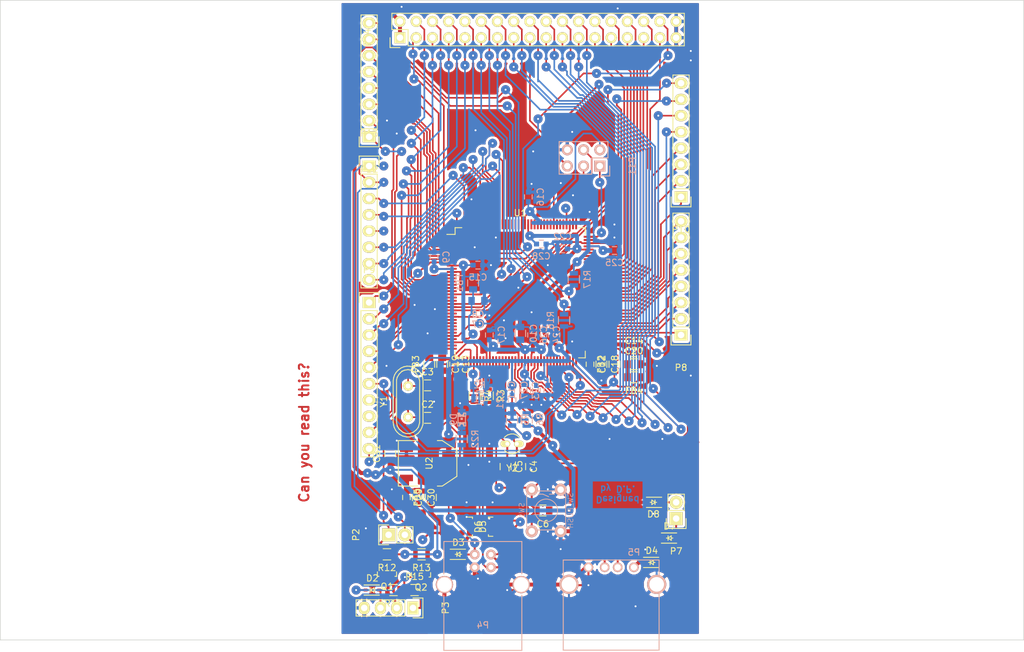
<source format=kicad_pcb>
(kicad_pcb (version 4) (host pcbnew "(2015-06-18 BZR 5780)-product")
  (layers (0 F.Cu signal) (31 B.Cu signal) (34 B.Paste user) (35 F.Paste user) (36 B.SilkS user) (37 F.SilkS user) (38 B.Mask user) (39 F.Mask user) (44 Edge.Cuts user))
  (net 0 "")
  (net 1 "Net-(C1-Pad1)")
  (net 2 GND)
  (net 3 "Net-(C2-Pad1)")
  (net 4 "Net-(C3-Pad1)")
  (net 5 "Net-(C4-Pad1)")
  (net 6 "Net-(C5-Pad1)")
  (net 7 3.3V)
  (net 8 "Net-(C7-Pad1)")
  (net 9 /ATSAM3X8EA-AU/ADCREF)
  (net 10 /ATSAM3X8EA-AU/VDDOUTMI)
  (net 11 /ATSAM3X8EA-AU/VDDANA)
  (net 12 "Net-(C29-Pad1)")
  (net 13 "Net-(C29-Pad2)")
  (net 14 /Power/5V)
  (net 15 /Serial/VCC_SERIAL)
  (net 16 "Net-(D4-Pad1)")
  (net 17 /ATSAM3X8EA-AU/D+)
  (net 18 /ATSAM3X8EA-AU/D-)
  (net 19 /ATSAM3X8EA-AU/JTAG_TMS)
  (net 20 /ATSAM3X8EA-AU/JTAG_TCK)
  (net 21 /ATSAM3X8EA-AU/JTAG_TDO)
  (net 22 /ATSAM3X8EA-AU/JTAG_TDI)
  (net 23 /ATSAM3X8EA-AU/RX)
  (net 24 /ATSAM3X8EA-AU/TX)
  (net 25 /Serial/TX_5V)
  (net 26 /Serial/RX_5V)
  (net 27 /ATSAM3X8EA-AU/PA0)
  (net 28 /ATSAM3X8EA-AU/PA1)
  (net 29 /ATSAM3X8EA-AU/PA2)
  (net 30 /ATSAM3X8EA-AU/PA3)
  (net 31 /ATSAM3X8EA-AU/PA4)
  (net 32 /ATSAM3X8EA-AU/PA6)
  (net 33 /ATSAM3X8EA-AU/PA7)
  (net 34 /ATSAM3X8EA-AU/PA10)
  (net 35 /ATSAM3X8EA-AU/PA11)
  (net 36 /ATSAM3X8EA-AU/PA12)
  (net 37 /ATSAM3X8EA-AU/PA13)
  (net 38 /ATSAM3X8EA-AU/PA14)
  (net 39 /ATSAM3X8EA-AU/PA15)
  (net 40 /ATSAM3X8EA-AU/PA16)
  (net 41 /ATSAM3X8EA-AU/PA17)
  (net 42 /ATSAM3X8EA-AU/PA18)
  (net 43 /ATSAM3X8EA-AU/PA19)
  (net 44 /ATSAM3X8EA-AU/PA20)
  (net 45 /ATSAM3X8EA-AU/PA22)
  (net 46 /ATSAM3X8EA-AU/PA23)
  (net 47 /ATSAM3X8EA-AU/PA24)
  (net 48 /ATSAM3X8EA-AU/PA25)
  (net 49 /ATSAM3X8EA-AU/PA26)
  (net 50 /ATSAM3X8EA-AU/PA27)
  (net 51 /ATSAM3X8EA-AU/PA28)
  (net 52 /ATSAM3X8EA-AU/PA29)
  (net 53 "Net-(R5-Pad1)")
  (net 54 "Net-(R6-Pad2)")
  (net 55 /ATSAM3X8EA-AU/VDDOUT)
  (net 56 /ATSAM3X8EA-AU/HSD-)
  (net 57 /ATSAM3X8EA-AU/HSD+)
  (net 58 "Net-(D7-Pad2)")
  (net 59 "Net-(D8-Pad1)")
  (net 60 /Connections/MASTER_RESET)
  (net 61 /ATSAM3X8EA-AU/PC22)
  (net 62 /ATSAM3X8EA-AU/PC21)
  (net 63 /ATSAM3X8EA-AU/PD7)
  (net 64 /ATSAM3X8EA-AU/PD8)
  (net 65 /ATSAM3X8EA-AU/PB27)
  (net 66 /ATSAM3X8EA-AU/PB17)
  (net 67 /ATSAM3X8EA-AU/PB18)
  (net 68 /ATSAM3X8EA-AU/PB19)
  (net 69 /ATSAM3X8EA-AU/PB20)
  (net 70 /ATSAM3X8EA-AU/PB15)
  (net 71 /ATSAM3X8EA-AU/PB16)
  (net 72 /ATSAM3X8EA-AU/PD4)
  (net 73 /ATSAM3X8EA-AU/PD5)
  (net 74 /ATSAM3X8EA-AU/PB12)
  (net 75 /ATSAM3X8EA-AU/PB13)
  (net 76 /ATSAM3X8EA-AU/PB25)
  (net 77 /ATSAM3X8EA-AU/PC28)
  (net 78 /ATSAM3X8EA-AU/PC25)
  (net 79 /ATSAM3X8EA-AU/PC24)
  (net 80 /ATSAM3X8EA-AU/PC23)
  (net 81 /ATSAM3X8EA-AU/PB26)
  (net 82 /ATSAM3X8EA-AU/PD0)
  (net 83 /ATSAM3X8EA-AU/PD1)
  (net 84 /ATSAM3X8EA-AU/PD2)
  (net 85 /ATSAM3X8EA-AU/PD3)
  (net 86 /ATSAM3X8EA-AU/PD6)
  (net 87 /ATSAM3X8EA-AU/PD9)
  (net 88 /ATSAM3X8EA-AU/PD10)
  (net 89 /ATSAM3X8EA-AU/PC1)
  (net 90 /ATSAM3X8EA-AU/PC2)
  (net 91 /ATSAM3X8EA-AU/PC3)
  (net 92 /ATSAM3X8EA-AU/PC4)
  (net 93 /ATSAM3X8EA-AU/PC5)
  (net 94 /ATSAM3X8EA-AU/PC6)
  (net 95 /ATSAM3X8EA-AU/PC7)
  (net 96 /ATSAM3X8EA-AU/PC8)
  (net 97 /ATSAM3X8EA-AU/PC9)
  (net 98 /ATSAM3X8EA-AU/PC19)
  (net 99 /ATSAM3X8EA-AU/PC18)
  (net 100 /ATSAM3X8EA-AU/PC17)
  (net 101 /ATSAM3X8EA-AU/PC16)
  (net 102 /ATSAM3X8EA-AU/PC15)
  (net 103 /ATSAM3X8EA-AU/PC14)
  (net 104 /ATSAM3X8EA-AU/PC13)
  (net 105 /ATSAM3X8EA-AU/PC12)
  (net 106 /ATSAM3X8EA-AU/PB21)
  (net 107 /ATSAM3X8EA-AU/PB14)
  (net 108 "Net-(D9-Pad2)")
  (net 109 /ATSAM3X8EA-AU/VBUS)
  (net 110 "Net-(P9-Pad8)")
  (net 111 /ATSAM3X8EA-AU/PA5)
  (net 112 "Net-(U1-Pad46)")
  (net 113 "Net-(U1-Pad50)")
  (net 114 "Net-(U1-Pad69)")
  (net 115 /ATSAM3X8EA-AU/PC11)
  (net 116 /ATSAM3X8EA-AU/PC29)
  (net 117 /ATSAM3X8EA-AU/PC30)
  (net 118 /ATSAM3X8EA-AU/PA21)
  (net 119 /ATSAM3X8EA-AU/PB0)
  (net 120 /ATSAM3X8EA-AU/PB1)
  (net 121 /ATSAM3X8EA-AU/PB2)
  (net 122 /ATSAM3X8EA-AU/PC10)
  (net 123 /ATSAM3X8EA-AU/PB3)
  (net 124 /ATSAM3X8EA-AU/PB4)
  (net 125 /ATSAM3X8EA-AU/PB5)
  (net 126 /ATSAM3X8EA-AU/PB6)
  (net 127 /ATSAM3X8EA-AU/PB7)
  (net 128 /ATSAM3X8EA-AU/PB8)
  (net 129 /ATSAM3X8EA-AU/PB9)
  (net 130 /ATSAM3X8EA-AU/PB10)
  (net 131 /ATSAM3X8EA-AU/PB11)
  (net 132 /ATSAM3X8EA-AU/PC0)
  (net 133 /ATSAM3X8EA-AU/PC20)
  (net 134 /ATSAM3X8EA-AU/PC26)
  (net 135 /ATSAM3X8EA-AU/PC27)
  (net 136 /ATSAM3X8EA-AU/PB22)
  (net 137 /ATSAM3X8EA-AU/PB23)
  (net 138 /ATSAM3X8EA-AU/PB24)
  (module Capacitors_SMD:C_0603 (layer F.Cu) (at 160.02 110.998)
    (fp_text reference C14 (at 0 -1.9) (layer F.SilkS))
    (fp_text value 100n)
    (pad 1 smd rect (at -0.75 0) (size 0.8 0.75) (layers F.Cu F.Paste F.Mask) (net 11 /ATSAM3X8EA-AU/VDDANA))
    (pad 2 smd rect (at 0.75 0) (size 0.8 0.75) (layers F.Cu F.Paste F.Mask) (net 2 GND))
  )
  (module Capacitors_SMD:C_0805 (layer F.Cu) (at 160.02 112.776)
    (fp_text reference C20 (at 0 -2.1) (layer F.SilkS))
    (fp_text value 10u)
    (pad 1 smd rect (at -1 0) (size 1 1.25) (layers F.Cu F.Paste F.Mask) (net 11 /ATSAM3X8EA-AU/VDDANA))
    (pad 2 smd rect (at 1 0) (size 1 1.25) (layers F.Cu F.Paste F.Mask) (net 2 GND))
  )
  (module Capacitors_SMD:C_0805 (layer F.Cu) (at 160.02 114.808 180)
    (fp_text reference FB4 (at 0 -2.1 180) (layer F.SilkS))
    (fp_text value MH2029-300Y)
    (pad 1 smd rect (at -1 0 180) (size 1 1.25) (layers F.Cu F.Paste F.Mask) (net 7 3.3V))
    (pad 2 smd rect (at 1 0 180) (size 1 1.25) (layers F.Cu F.Paste F.Mask) (net 11 /ATSAM3X8EA-AU/VDDANA))
  )
  (module Capacitors_SMD:C_0805 (layer B.Cu) (at 135.906 116.078)
    (fp_text reference C1 (at 0 2.1) (layer B.SilkS) (effects (justify mirror)))
    (fp_text value 22p)
    (pad 1 smd rect (at -1 0) (size 1 1.25) (layers B.Cu B.Paste B.Mask) (net 1 "Net-(C1-Pad1)"))
    (pad 2 smd rect (at 1 0) (size 1 1.25) (layers B.Cu B.Paste B.Mask) (net 2 GND))
  )
  (module Capacitors_SMD:C_0805 (layer F.Cu) (at 127.762 121.158)
    (fp_text reference C2 (at 0 -2.1) (layer F.SilkS))
    (fp_text value 22p)
    (pad 1 smd rect (at -1 0) (size 1 1.25) (layers F.Cu F.Paste F.Mask) (net 3 "Net-(C2-Pad1)"))
    (pad 2 smd rect (at 1 0) (size 1 1.25) (layers F.Cu F.Paste F.Mask) (net 2 GND))
  )
  (module Capacitors_SMD:C_0805 (layer F.Cu) (at 127.762 116.078)
    (fp_text reference C3 (at 0 -2.1) (layer F.SilkS))
    (fp_text value 22p)
    (pad 1 smd rect (at -1 0) (size 1 1.25) (layers F.Cu F.Paste F.Mask) (net 4 "Net-(C3-Pad1)"))
    (pad 2 smd rect (at 1 0) (size 1 1.25) (layers F.Cu F.Paste F.Mask) (net 2 GND))
  )
  (module Capacitors_SMD:C_0805 (layer F.Cu) (at 142.24 128.778 270)
    (fp_text reference C4 (at 0 -2.1 270) (layer F.SilkS))
    (fp_text value 22p)
    (pad 1 smd rect (at -1 0 270) (size 1 1.25) (layers F.Cu F.Paste F.Mask) (net 5 "Net-(C4-Pad1)"))
    (pad 2 smd rect (at 1 0 270) (size 1 1.25) (layers F.Cu F.Paste F.Mask) (net 2 GND))
  )
  (module Capacitors_SMD:C_0805 (layer F.Cu) (at 139.954 128.778 270)
    (fp_text reference C5 (at 0 -2.1 270) (layer F.SilkS))
    (fp_text value 22p)
    (pad 1 smd rect (at -1 0 270) (size 1 1.25) (layers F.Cu F.Paste F.Mask) (net 6 "Net-(C5-Pad1)"))
    (pad 2 smd rect (at 1 0 270) (size 1 1.25) (layers F.Cu F.Paste F.Mask) (net 2 GND))
  )
  (module Capacitors_SMD:C_0805 (layer F.Cu) (at 145.78 135.636 180)
    (fp_text reference C6 (at 0 -2.1 180) (layer F.SilkS))
    (fp_text value 10n)
    (pad 1 smd rect (at -1 0 180) (size 1 1.25) (layers F.Cu F.Paste F.Mask) (net 7 3.3V))
    (pad 2 smd rect (at 1 0 180) (size 1 1.25) (layers F.Cu F.Paste F.Mask) (net 60 /Connections/MASTER_RESET))
  )
  (module Capacitors_SMD:C_0603 (layer B.Cu) (at 135.636 104.648)
    (fp_text reference C7 (at 0 1.9) (layer B.SilkS) (effects (justify mirror)))
    (fp_text value 100n)
    (pad 1 smd rect (at -0.75 0) (size 0.8 0.75) (layers B.Cu B.Paste B.Mask) (net 8 "Net-(C7-Pad1)"))
    (pad 2 smd rect (at 0.75 0) (size 0.8 0.75) (layers B.Cu B.Paste B.Mask) (net 2 GND))
  )
  (module Capacitors_SMD:C_0805 (layer B.Cu) (at 135.636 102.87)
    (fp_text reference C8 (at 0 2.1) (layer B.SilkS) (effects (justify mirror)))
    (fp_text value 10u)
    (pad 1 smd rect (at -1 0) (size 1 1.25) (layers B.Cu B.Paste B.Mask) (net 8 "Net-(C7-Pad1)"))
    (pad 2 smd rect (at 1 0) (size 1 1.25) (layers B.Cu B.Paste B.Mask) (net 2 GND))
  )
  (module Capacitors_SMD:C_0603 (layer B.Cu) (at 128.778 96.012 90)
    (fp_text reference C9 (at 0 1.9 90) (layer B.SilkS) (effects (justify mirror)))
    (fp_text value 100n)
    (pad 1 smd rect (at -0.75 0 90) (size 0.8 0.75) (layers B.Cu B.Paste B.Mask) (net 7 3.3V))
    (pad 2 smd rect (at 0.75 0 90) (size 0.8 0.75) (layers B.Cu B.Paste B.Mask) (net 2 GND))
  )
  (module Capacitors_SMD:C_0805 (layer B.Cu) (at 142.24 107.95 90)
    (fp_text reference C10 (at 0 2.1 90) (layer B.SilkS) (effects (justify mirror)))
    (fp_text value 10u)
    (pad 1 smd rect (at -1 0 90) (size 1 1.25) (layers B.Cu B.Paste B.Mask) (net 55 /ATSAM3X8EA-AU/VDDOUT))
    (pad 2 smd rect (at 1 0 90) (size 1 1.25) (layers B.Cu B.Paste B.Mask) (net 2 GND))
  )
  (module Capacitors_SMD:C_0805 (layer B.Cu) (at 143.002 116.84 270)
    (fp_text reference C11 (at 0 2.1 270) (layer B.SilkS) (effects (justify mirror)))
    (fp_text value 10u)
    (pad 1 smd rect (at -1 0 270) (size 1 1.25) (layers B.Cu B.Paste B.Mask) (net 7 3.3V))
    (pad 2 smd rect (at 1 0 270) (size 1 1.25) (layers B.Cu B.Paste B.Mask) (net 2 GND))
  )
  (module Capacitors_SMD:C_0603 (layer F.Cu) (at 153.162 112.776 270)
    (fp_text reference C12 (at 0 -1.9 270) (layer F.SilkS))
    (fp_text value 100n)
    (pad 1 smd rect (at -0.75 0 270) (size 0.8 0.75) (layers F.Cu F.Paste F.Mask) (net 9 /ATSAM3X8EA-AU/ADCREF))
    (pad 2 smd rect (at 0.75 0 270) (size 0.8 0.75) (layers F.Cu F.Paste F.Mask) (net 2 GND))
  )
  (module Capacitors_SMD:C_0603 (layer F.Cu) (at 131.826 112.776 270)
    (fp_text reference C13 (at 0 -1.9 270) (layer F.SilkS))
    (fp_text value 100n)
    (pad 1 smd rect (at -0.75 0 270) (size 0.8 0.75) (layers F.Cu F.Paste F.Mask) (net 10 /ATSAM3X8EA-AU/VDDOUTMI))
    (pad 2 smd rect (at 0.75 0 270) (size 0.8 0.75) (layers F.Cu F.Paste F.Mask) (net 2 GND))
  )
  (module Capacitors_SMD:C_0603 (layer B.Cu) (at 135.636 97.282)
    (fp_text reference C15 (at 0 1.9) (layer B.SilkS) (effects (justify mirror)))
    (fp_text value 100n)
    (pad 1 smd rect (at -0.75 0) (size 0.8 0.75) (layers B.Cu B.Paste B.Mask) (net 55 /ATSAM3X8EA-AU/VDDOUT))
    (pad 2 smd rect (at 0.75 0) (size 0.8 0.75) (layers B.Cu B.Paste B.Mask) (net 2 GND))
  )
  (module Capacitors_SMD:C_0603 (layer B.Cu) (at 143.51 86.614 90)
    (fp_text reference C16 (at 0 1.9 90) (layer B.SilkS) (effects (justify mirror)))
    (fp_text value 100n)
    (pad 1 smd rect (at -0.75 0 90) (size 0.8 0.75) (layers B.Cu B.Paste B.Mask) (net 7 3.3V))
    (pad 2 smd rect (at 0.75 0 90) (size 0.8 0.75) (layers B.Cu B.Paste B.Mask) (net 2 GND))
  )
  (module Capacitors_SMD:C_0603 (layer B.Cu) (at 137.414 108.204 90)
    (fp_text reference C17 (at 0 1.9 90) (layer B.SilkS) (effects (justify mirror)))
    (fp_text value 100n)
    (pad 1 smd rect (at -0.75 0 90) (size 0.8 0.75) (layers B.Cu B.Paste B.Mask) (net 55 /ATSAM3X8EA-AU/VDDOUT))
    (pad 2 smd rect (at 0.75 0 90) (size 0.8 0.75) (layers B.Cu B.Paste B.Mask) (net 2 GND))
  )
  (module Capacitors_SMD:C_0805 (layer F.Cu) (at 154.94 112.776 270)
    (fp_text reference C18 (at 0 -2.1 270) (layer F.SilkS))
    (fp_text value 10u)
    (pad 1 smd rect (at -1 0 270) (size 1 1.25) (layers F.Cu F.Paste F.Mask) (net 9 /ATSAM3X8EA-AU/ADCREF))
    (pad 2 smd rect (at 1 0 270) (size 1 1.25) (layers F.Cu F.Paste F.Mask) (net 2 GND))
  )
  (module Capacitors_SMD:C_0805 (layer F.Cu) (at 130.048 112.776 270)
    (fp_text reference C19 (at 0 -2.1 270) (layer F.SilkS))
    (fp_text value 10u)
    (pad 1 smd rect (at -1 0 270) (size 1 1.25) (layers F.Cu F.Paste F.Mask) (net 10 /ATSAM3X8EA-AU/VDDOUTMI))
    (pad 2 smd rect (at 1 0 270) (size 1 1.25) (layers F.Cu F.Paste F.Mask) (net 2 GND))
  )
  (module Capacitors_SMD:C_0603 (layer B.Cu) (at 140.97 118.364 270)
    (fp_text reference C21 (at 0 1.9 270) (layer B.SilkS) (effects (justify mirror)))
    (fp_text value 100n)
    (pad 1 smd rect (at -0.75 0 270) (size 0.8 0.75) (layers B.Cu B.Paste B.Mask) (net 7 3.3V))
    (pad 2 smd rect (at 0.75 0 270) (size 0.8 0.75) (layers B.Cu B.Paste B.Mask) (net 2 GND))
  )
  (module Capacitors_SMD:C_0603 (layer B.Cu) (at 148.856 94.742 180)
    (fp_text reference C22 (at 0 1.9 180) (layer B.SilkS) (effects (justify mirror)))
    (fp_text value 100n)
    (pad 1 smd rect (at -0.75 0 180) (size 0.8 0.75) (layers B.Cu B.Paste B.Mask) (net 55 /ATSAM3X8EA-AU/VDDOUT))
    (pad 2 smd rect (at 0.75 0 180) (size 0.8 0.75) (layers B.Cu B.Paste B.Mask) (net 2 GND))
  )
  (module Capacitors_SMD:C_0603 (layer B.Cu) (at 146.558 116.84 270)
    (fp_text reference C23 (at 0 1.9 270) (layer B.SilkS) (effects (justify mirror)))
    (fp_text value 100n)
    (pad 1 smd rect (at -0.75 0 270) (size 0.8 0.75) (layers B.Cu B.Paste B.Mask) (net 7 3.3V))
    (pad 2 smd rect (at 0.75 0 270) (size 0.8 0.75) (layers B.Cu B.Paste B.Mask) (net 2 GND))
  )
  (module Capacitors_SMD:C_0603 (layer B.Cu) (at 146.05 108.204 90)
    (fp_text reference C24 (at 0 1.9 90) (layer B.SilkS) (effects (justify mirror)))
    (fp_text value 100n)
    (pad 1 smd rect (at -0.75 0 90) (size 0.8 0.75) (layers B.Cu B.Paste B.Mask) (net 55 /ATSAM3X8EA-AU/VDDOUT))
    (pad 2 smd rect (at 0.75 0 90) (size 0.8 0.75) (layers B.Cu B.Paste B.Mask) (net 2 GND))
  )
  (module Capacitors_SMD:C_0603 (layer B.Cu) (at 156.972 94.996)
    (fp_text reference C25 (at 0 1.9) (layer B.SilkS) (effects (justify mirror)))
    (fp_text value 100n)
    (pad 1 smd rect (at -0.75 0) (size 0.8 0.75) (layers B.Cu B.Paste B.Mask) (net 7 3.3V))
    (pad 2 smd rect (at 0.75 0) (size 0.8 0.75) (layers B.Cu B.Paste B.Mask) (net 2 GND))
  )
  (module Capacitors_SMD:C_0603 (layer B.Cu) (at 144.018 108.204 90)
    (fp_text reference C26 (at 0 1.9 90) (layer B.SilkS) (effects (justify mirror)))
    (fp_text value 100n)
    (pad 1 smd rect (at -0.75 0 90) (size 0.8 0.75) (layers B.Cu B.Paste B.Mask) (net 55 /ATSAM3X8EA-AU/VDDOUT))
    (pad 2 smd rect (at 0.75 0 90) (size 0.8 0.75) (layers B.Cu B.Paste B.Mask) (net 2 GND))
  )
  (module Capacitors_SMD:C_0603 (layer B.Cu) (at 144.78 116.84 270)
    (fp_text reference C27 (at 0 1.9 270) (layer B.SilkS) (effects (justify mirror)))
    (fp_text value 100n)
    (pad 1 smd rect (at -0.75 0 270) (size 0.8 0.75) (layers B.Cu B.Paste B.Mask) (net 7 3.3V))
    (pad 2 smd rect (at 0.75 0 270) (size 0.8 0.75) (layers B.Cu B.Paste B.Mask) (net 2 GND))
  )
  (module Capacitors_SMD:C_0603 (layer B.Cu) (at 145.542 93.98)
    (fp_text reference C28 (at 0 1.9) (layer B.SilkS) (effects (justify mirror)))
    (fp_text value 100n)
    (pad 1 smd rect (at -0.75 0) (size 0.8 0.75) (layers B.Cu B.Paste B.Mask) (net 55 /ATSAM3X8EA-AU/VDDOUT))
    (pad 2 smd rect (at 0.75 0) (size 0.8 0.75) (layers B.Cu B.Paste B.Mask) (net 2 GND))
  )
  (module Capacitors_SMD:C_0603 (layer F.Cu) (at 124.46 133.604 270)
    (fp_text reference C29 (at 0 -1.9 270) (layer F.SilkS))
    (fp_text value 100n)
    (pad 1 smd rect (at -0.75 0 270) (size 0.8 0.75) (layers F.Cu F.Paste F.Mask) (net 12 "Net-(C29-Pad1)"))
    (pad 2 smd rect (at 0.75 0 270) (size 0.8 0.75) (layers F.Cu F.Paste F.Mask) (net 13 "Net-(C29-Pad2)"))
  )
  (module Capacitors_SMD:C_0805 (layer F.Cu) (at 126.238 133.604 270)
    (fp_text reference C30 (at 0 -2.1 270) (layer F.SilkS))
    (fp_text value 10u)
    (pad 1 smd rect (at -1 0 270) (size 1 1.25) (layers F.Cu F.Paste F.Mask) (net 12 "Net-(C29-Pad1)"))
    (pad 2 smd rect (at 1 0 270) (size 1 1.25) (layers F.Cu F.Paste F.Mask) (net 13 "Net-(C29-Pad2)"))
  )
  (module Capacitors_SMD:C_0805 (layer F.Cu) (at 121.92 126.746 90)
    (fp_text reference C31 (at 0 -2.1 90) (layer F.SilkS))
    (fp_text value 10u)
    (pad 1 smd rect (at -1 0 90) (size 1 1.25) (layers F.Cu F.Paste F.Mask) (net 7 3.3V))
    (pad 2 smd rect (at 1 0 90) (size 1 1.25) (layers F.Cu F.Paste F.Mask) (net 2 GND))
  )
  (module myLib:SOD-323 (layer F.Cu) (at 119.126 148.082)
    (fp_text reference D2 (at 0 -1.85) (layer F.SilkS))
    (fp_text value PMEG2010AEH)
    (pad 1 smd rect (at -1.055 0) (size 0.59 0.45) (layers F.Cu F.Paste F.Mask) (net 14 /Power/5V))
    (pad 2 smd rect (at 1.055 0) (size 0.59 0.45) (layers F.Cu F.Paste F.Mask) (net 15 /Serial/VCC_SERIAL))
  )
  (module myLib:SOD-323 (layer F.Cu) (at 132.588 142.494)
    (fp_text reference D3 (at 0 -1.85) (layer F.SilkS))
    (fp_text value PMEG2010AEH)
    (pad 1 smd rect (at -1.055 0) (size 0.59 0.45) (layers F.Cu F.Paste F.Mask) (net 14 /Power/5V))
    (pad 2 smd rect (at 1.055 0) (size 0.59 0.45) (layers F.Cu F.Paste F.Mask) (net 109 /ATSAM3X8EA-AU/VBUS))
  )
  (module myLib:SOD-323 (layer F.Cu) (at 162.814 143.764)
    (fp_text reference D4 (at 0 -1.85) (layer F.SilkS))
    (fp_text value PMEG2010AEH)
    (pad 1 smd rect (at -1.055 0) (size 0.59 0.45) (layers F.Cu F.Paste F.Mask) (net 16 "Net-(D4-Pad1)"))
    (pad 2 smd rect (at 1.055 0) (size 0.59 0.45) (layers F.Cu F.Paste F.Mask) (net 14 /Power/5V))
  )
  (module Housings_SOT-23_SOT-143_TSOT-6:SOT-23 (layer F.Cu) (at 134.12978 138.176 270)
    (fp_text reference D5 (at 0 -2.25 270) (layer F.SilkS))
    (fp_text value BAV99)
    (pad 1 smd rect (at -0.95 1.00076 270) (size 0.8001 0.8001) (layers F.Cu F.Paste F.Mask) (net 2 GND))
    (pad 2 smd rect (at 0.95 1.00076 270) (size 0.8001 0.8001) (layers F.Cu F.Paste F.Mask) (net 14 /Power/5V))
    (pad 3 smd rect (at 0 -0.99822 270) (size 0.8001 0.8001) (layers F.Cu F.Paste F.Mask) (net 17 /ATSAM3X8EA-AU/D+))
  )
  (module Housings_SOT-23_SOT-143_TSOT-6:SOT-23 (layer F.Cu) (at 137.922 138.176 90)
    (fp_text reference D6 (at 0 -2.25 90) (layer F.SilkS))
    (fp_text value BAV99)
    (pad 1 smd rect (at -0.95 1.00076 90) (size 0.8001 0.8001) (layers F.Cu F.Paste F.Mask) (net 2 GND))
    (pad 2 smd rect (at 0.95 1.00076 90) (size 0.8001 0.8001) (layers F.Cu F.Paste F.Mask) (net 14 /Power/5V))
    (pad 3 smd rect (at 0 -0.99822 90) (size 0.8001 0.8001) (layers F.Cu F.Paste F.Mask) (net 18 /ATSAM3X8EA-AU/D-))
  )
  (module Capacitors_SMD:C_0805 (layer B.Cu) (at 134.874 100.076 270)
    (fp_text reference FB1 (at 0 2.1 270) (layer B.SilkS) (effects (justify mirror)))
    (fp_text value MH2029-300Y)
    (pad 1 smd rect (at -1 0 270) (size 1 1.25) (layers B.Cu B.Paste B.Mask) (net 55 /ATSAM3X8EA-AU/VDDOUT))
    (pad 2 smd rect (at 1 0 270) (size 1 1.25) (layers B.Cu B.Paste B.Mask) (net 8 "Net-(C7-Pad1)"))
  )
  (module Capacitors_SMD:C_0805 (layer F.Cu) (at 156.972 112.776 90)
    (fp_text reference FB2 (at 0 -2.1 90) (layer F.SilkS))
    (fp_text value MH2029-300Y)
    (pad 1 smd rect (at -1 0 90) (size 1 1.25) (layers F.Cu F.Paste F.Mask) (net 7 3.3V))
    (pad 2 smd rect (at 1 0 90) (size 1 1.25) (layers F.Cu F.Paste F.Mask) (net 9 /ATSAM3X8EA-AU/ADCREF))
  )
  (module Capacitors_SMD:C_0805 (layer F.Cu) (at 128.016 112.776 90)
    (fp_text reference FB3 (at 0 -2.1 90) (layer F.SilkS))
    (fp_text value MH2029-300Y)
    (pad 1 smd rect (at -1 0 90) (size 1 1.25) (layers F.Cu F.Paste F.Mask) (net 7 3.3V))
    (pad 2 smd rect (at 1 0 90) (size 1 1.25) (layers F.Cu F.Paste F.Mask) (net 10 /ATSAM3X8EA-AU/VDDOUTMI))
  )
  (module Capacitors_SMD:C_0805 (layer F.Cu) (at 128.27 133.604 90)
    (fp_text reference FB5 (at 0 -2.1 90) (layer F.SilkS))
    (fp_text value MH2029-300Y)
    (pad 1 smd rect (at -1 0 90) (size 1 1.25) (layers F.Cu F.Paste F.Mask) (net 14 /Power/5V))
    (pad 2 smd rect (at 1 0 90) (size 1 1.25) (layers F.Cu F.Paste F.Mask) (net 12 "Net-(C29-Pad1)"))
  )
  (module Pin_Headers:Pin_Header_Straight_1x02 (layer F.Cu) (at 121.666 139.446 90)
    (fp_text reference P2 (at 0 -5.1 90) (layer F.SilkS))
    (fp_text value "3.3V Serial")
    (pad 1 thru_hole rect (at 0 0 90) (size 2.032 2.032) (drill 1.016) (layers *.Cu *.Mask F.SilkS) (net 23 /ATSAM3X8EA-AU/RX))
    (pad 2 thru_hole oval (at 0 2.54 90) (size 2.032 2.032) (drill 1.016) (layers *.Cu *.Mask F.SilkS) (net 24 /ATSAM3X8EA-AU/TX))
  )
  (module Pin_Headers:Pin_Header_Straight_1x04 (layer F.Cu) (at 125.476 150.876 270)
    (fp_text reference P3 (at 0 -5.1 270) (layer F.SilkS))
    (fp_text value 5V_Serial)
    (pad 1 thru_hole rect (at 0 0 270) (size 2.032 1.7272) (drill 1.016) (layers *.Cu *.Mask F.SilkS) (net 25 /Serial/TX_5V))
    (pad 2 thru_hole oval (at 0 2.54 270) (size 2.032 1.7272) (drill 1.016) (layers *.Cu *.Mask F.SilkS) (net 26 /Serial/RX_5V))
    (pad 3 thru_hole oval (at 0 5.08 270) (size 2.032 1.7272) (drill 1.016) (layers *.Cu *.Mask F.SilkS) (net 15 /Serial/VCC_SERIAL))
    (pad 4 thru_hole oval (at 0 7.62 270) (size 2.032 1.7272) (drill 1.016) (layers *.Cu *.Mask F.SilkS) (net 2 GND))
  )
  (module Connect:USB_A (layer B.Cu) (at 160.02086 144.52812 180)
    (fp_text reference P5 (at 0 2.35 180) (layer B.SilkS) (effects (justify mirror)))
    (fp_text value USB_A)
    (pad 4 thru_hole circle (at 7.11286 0.00212 270) (size 1.50114 1.50114) (drill 1.00076) (layers *.Cu *.Mask B.SilkS) (net 2 GND))
    (pad 3 thru_hole circle (at 4.57286 0.00212 270) (size 1.50114 1.50114) (drill 1.00076) (layers *.Cu *.Mask B.SilkS) (net 17 /ATSAM3X8EA-AU/D+))
    (pad 2 thru_hole circle (at 2.54086 0.00212 270) (size 1.50114 1.50114) (drill 1.00076) (layers *.Cu *.Mask B.SilkS) (net 18 /ATSAM3X8EA-AU/D-))
    (pad 1 thru_hole circle (at 0.00086 0.00212 270) (size 1.50114 1.50114) (drill 1.00076) (layers *.Cu *.Mask B.SilkS) (net 16 "Net-(D4-Pad1)"))
    (pad 5 thru_hole circle (at 10.16086 -2.66488 270) (size 2.99974 2.99974) (drill 2.30124) (layers *.Cu *.Mask B.SilkS) (net 2 GND))
    (pad 5 thru_hole circle (at -3.55514 -2.66488 270) (size 2.99974 2.99974) (drill 2.30124) (layers *.Cu *.Mask B.SilkS) (net 2 GND))
  )
  (module Housings_SOT-23_SOT-143_TSOT-6:SOT-23 (layer F.Cu) (at 121.412 145.288 180)
    (fp_text reference Q1 (at 0 -2.25 180) (layer F.SilkS))
    (fp_text value BSS138)
    (pad 1 smd rect (at -0.95 1.00076 180) (size 0.8001 0.8001) (layers F.Cu F.Paste F.Mask) (net 7 3.3V))
    (pad 2 smd rect (at 0.95 1.00076 180) (size 0.8001 0.8001) (layers F.Cu F.Paste F.Mask) (net 23 /ATSAM3X8EA-AU/RX))
    (pad 3 smd rect (at 0 -0.99822 180) (size 0.8001 0.8001) (layers F.Cu F.Paste F.Mask) (net 26 /Serial/RX_5V))
  )
  (module Housings_SOT-23_SOT-143_TSOT-6:SOT-23 (layer F.Cu) (at 126.7372 145.404152 180)
    (fp_text reference Q2 (at 0 -2.25 180) (layer F.SilkS))
    (fp_text value BSS138)
    (pad 1 smd rect (at -0.95 1.00076 180) (size 0.8001 0.8001) (layers F.Cu F.Paste F.Mask) (net 7 3.3V))
    (pad 2 smd rect (at 0.95 1.00076 180) (size 0.8001 0.8001) (layers F.Cu F.Paste F.Mask) (net 24 /ATSAM3X8EA-AU/TX))
    (pad 3 smd rect (at 0 -0.99822 180) (size 0.8001 0.8001) (layers F.Cu F.Paste F.Mask) (net 25 /Serial/TX_5V))
  )
  (module Resistors_SMD:R_0805 (layer B.Cu) (at 135.89 118.11 180)
    (fp_text reference R2 (at 0 2.1 180) (layer B.SilkS) (effects (justify mirror)))
    (fp_text value "6k8 1%")
    (pad 1 smd rect (at -0.95 0 180) (size 0.7 1.3) (layers B.Cu B.Paste B.Mask) (net 2 GND))
    (pad 2 smd rect (at 0.95 0 180) (size 0.7 1.3) (layers B.Cu B.Paste B.Mask) (net 1 "Net-(C1-Pad1)"))
  )
  (module Resistors_SMD:R_0805 (layer F.Cu) (at 137.16 117.6909 270)
    (fp_text reference R3 (at 0 -2.1 270) (layer F.SilkS))
    (fp_text value "39R 1%")
    (pad 1 smd rect (at -0.95 0 270) (size 0.7 1.3) (layers F.Cu F.Paste F.Mask) (net 56 /ATSAM3X8EA-AU/HSD-))
    (pad 2 smd rect (at 0.95 0 270) (size 0.7 1.3) (layers F.Cu F.Paste F.Mask) (net 18 /ATSAM3X8EA-AU/D-))
  )
  (module Resistors_SMD:R_0805 (layer F.Cu) (at 135.128 117.6934 270)
    (fp_text reference R4 (at 0 -2.1 270) (layer F.SilkS))
    (fp_text value "39R 1%")
    (pad 1 smd rect (at -0.95 0 270) (size 0.7 1.3) (layers F.Cu F.Paste F.Mask) (net 57 /ATSAM3X8EA-AU/HSD+))
    (pad 2 smd rect (at 0.95 0 270) (size 0.7 1.3) (layers F.Cu F.Paste F.Mask) (net 17 /ATSAM3X8EA-AU/D+))
  )
  (module Resistors_SMD:R_0805 (layer B.Cu) (at 140.97 121.412 90)
    (fp_text reference R5 (at 0 2.1 90) (layer B.SilkS) (effects (justify mirror)))
    (fp_text value NC)
    (pad 1 smd rect (at -0.95 0 90) (size 0.7 1.3) (layers B.Cu B.Paste B.Mask) (net 53 "Net-(R5-Pad1)"))
    (pad 2 smd rect (at 0.95 0 90) (size 0.7 1.3) (layers B.Cu B.Paste B.Mask) (net 2 GND))
  )
  (module Resistors_SMD:R_0805 (layer B.Cu) (at 143.256 121.412 90)
    (fp_text reference R6 (at 0 2.1 90) (layer B.SilkS) (effects (justify mirror)))
    (fp_text value 100k)
    (pad 1 smd rect (at -0.95 0 90) (size 0.7 1.3) (layers B.Cu B.Paste B.Mask) (net 7 3.3V))
    (pad 2 smd rect (at 0.95 0 90) (size 0.7 1.3) (layers B.Cu B.Paste B.Mask) (net 54 "Net-(R6-Pad2)"))
  )
  (module Resistors_SMD:R_0805 (layer F.Cu) (at 121.412 142.494 180)
    (fp_text reference R12 (at 0 -2.1 180) (layer F.SilkS))
    (fp_text value 10k)
    (pad 1 smd rect (at -0.95 0 180) (size 0.7 1.3) (layers F.Cu F.Paste F.Mask) (net 7 3.3V))
    (pad 2 smd rect (at 0.95 0 180) (size 0.7 1.3) (layers F.Cu F.Paste F.Mask) (net 23 /ATSAM3X8EA-AU/RX))
  )
  (module Resistors_SMD:R_0805 (layer F.Cu) (at 126.812 142.494 180)
    (fp_text reference R13 (at 0 -2.1 180) (layer F.SilkS))
    (fp_text value 10k)
    (pad 1 smd rect (at -0.95 0 180) (size 0.7 1.3) (layers F.Cu F.Paste F.Mask) (net 7 3.3V))
    (pad 2 smd rect (at 0.95 0 180) (size 0.7 1.3) (layers F.Cu F.Paste F.Mask) (net 24 /ATSAM3X8EA-AU/TX))
  )
  (module Resistors_SMD:R_0805 (layer F.Cu) (at 122.428 148.082 180)
    (fp_text reference R14 (at 0 -2.1 180) (layer F.SilkS))
    (fp_text value 10k)
    (pad 1 smd rect (at -0.95 0 180) (size 0.7 1.3) (layers F.Cu F.Paste F.Mask) (net 14 /Power/5V))
    (pad 2 smd rect (at 0.95 0 180) (size 0.7 1.3) (layers F.Cu F.Paste F.Mask) (net 26 /Serial/RX_5V))
  )
  (module Resistors_SMD:R_0805 (layer F.Cu) (at 125.73 148.082)
    (fp_text reference R15 (at 0 -2.1) (layer F.SilkS))
    (fp_text value 10k)
    (pad 1 smd rect (at -0.95 0) (size 0.7 1.3) (layers F.Cu F.Paste F.Mask) (net 14 /Power/5V))
    (pad 2 smd rect (at 0.95 0) (size 0.7 1.3) (layers F.Cu F.Paste F.Mask) (net 25 /Serial/TX_5V))
  )
  (module myLib:6MM_PushButton (layer B.Cu) (at 146.304 135.636 270)
    (fp_text reference SW1 (at 0 3.81 270) (layer B.SilkS) (effects (font (size 0.8128 0.8128) (thickness 0.0762)) (justify mirror)))
    (fp_text value SW_PUSH (at 0 -3.81 270) (layer B.SilkS) (effects (font (size 0.8128 0.8128) (thickness 0.0762)) (justify mirror)))
    (pad 1 thru_hole circle (at -3.2512 2.2606 270) (size 1.8796 1.8796) (drill 1.016) (layers *.Cu *.Mask B.SilkS) (net 60 /Connections/MASTER_RESET))
    (pad 1 thru_hole circle (at 3.2512 2.2606 270) (size 1.8796 1.8796) (drill 1.016) (layers *.Cu *.Mask B.SilkS) (net 60 /Connections/MASTER_RESET))
    (pad 2 thru_hole circle (at -3.2512 -2.2606 270) (size 1.8796 1.8796) (drill 1.016) (layers *.Cu *.Mask B.SilkS) (net 2 GND))
    (pad 2 thru_hole circle (at 3.2512 -2.2606 270) (size 1.8796 1.8796) (drill 1.016) (layers *.Cu *.Mask B.SilkS) (net 2 GND))
  )
  (module Housings_QFP:LQFP-144_20x20mm_Pitch0.5mm (layer F.Cu) (at 142.24 101.6)
    (fp_text reference U1 (at 0 -12.475) (layer F.SilkS))
    (fp_text value ATSAM3X8EA-AU)
    (pad 1 smd rect (at -10.7 -8.75) (size 1.55 0.3) (layers F.Cu F.Paste F.Mask) (net 81 /ATSAM3X8EA-AU/PB26))
    (pad 2 smd rect (at -10.7 -8.25) (size 1.55 0.3) (layers F.Cu F.Paste F.Mask) (net 24 /ATSAM3X8EA-AU/TX))
    (pad 3 smd rect (at -10.7 -7.75) (size 1.55 0.3) (layers F.Cu F.Paste F.Mask) (net 34 /ATSAM3X8EA-AU/PA10))
    (pad 4 smd rect (at -10.7 -7.25) (size 1.55 0.3) (layers F.Cu F.Paste F.Mask) (net 35 /ATSAM3X8EA-AU/PA11))
    (pad 5 smd rect (at -10.7 -6.75) (size 1.55 0.3) (layers F.Cu F.Paste F.Mask) (net 36 /ATSAM3X8EA-AU/PA12))
    (pad 6 smd rect (at -10.7 -6.25) (size 1.55 0.3) (layers F.Cu F.Paste F.Mask) (net 37 /ATSAM3X8EA-AU/PA13))
    (pad 7 smd rect (at -10.7 -5.75) (size 1.55 0.3) (layers F.Cu F.Paste F.Mask) (net 38 /ATSAM3X8EA-AU/PA14))
    (pad 8 smd rect (at -10.7 -5.25) (size 1.55 0.3) (layers F.Cu F.Paste F.Mask) (net 39 /ATSAM3X8EA-AU/PA15))
    (pad 9 smd rect (at -10.7 -4.75) (size 1.55 0.3) (layers F.Cu F.Paste F.Mask) (net 41 /ATSAM3X8EA-AU/PA17))
    (pad 10 smd rect (at -10.7 -4.25) (size 1.55 0.3) (layers F.Cu F.Paste F.Mask) (net 55 /ATSAM3X8EA-AU/VDDOUT))
    (pad 11 smd rect (at -10.7 -3.75) (size 1.55 0.3) (layers F.Cu F.Paste F.Mask) (net 7 3.3V))
    (pad 12 smd rect (at -10.7 -3.25) (size 1.55 0.3) (layers F.Cu F.Paste F.Mask) (net 2 GND))
    (pad 13 smd rect (at -10.7 -2.75) (size 1.55 0.3) (layers F.Cu F.Paste F.Mask) (net 82 /ATSAM3X8EA-AU/PD0))
    (pad 14 smd rect (at -10.7 -2.25) (size 1.55 0.3) (layers F.Cu F.Paste F.Mask) (net 83 /ATSAM3X8EA-AU/PD1))
    (pad 15 smd rect (at -10.7 -1.75) (size 1.55 0.3) (layers F.Cu F.Paste F.Mask) (net 84 /ATSAM3X8EA-AU/PD2))
    (pad 16 smd rect (at -10.7 -1.25) (size 1.55 0.3) (layers F.Cu F.Paste F.Mask) (net 85 /ATSAM3X8EA-AU/PD3))
    (pad 17 smd rect (at -10.7 -0.75) (size 1.55 0.3) (layers F.Cu F.Paste F.Mask) (net 72 /ATSAM3X8EA-AU/PD4))
    (pad 18 smd rect (at -10.7 -0.25) (size 1.55 0.3) (layers F.Cu F.Paste F.Mask) (net 73 /ATSAM3X8EA-AU/PD5))
    (pad 19 smd rect (at -10.7 0.25) (size 1.55 0.3) (layers F.Cu F.Paste F.Mask) (net 86 /ATSAM3X8EA-AU/PD6))
    (pad 20 smd rect (at -10.7 0.75) (size 1.55 0.3) (layers F.Cu F.Paste F.Mask) (net 63 /ATSAM3X8EA-AU/PD7))
    (pad 21 smd rect (at -10.7 1.25) (size 1.55 0.3) (layers F.Cu F.Paste F.Mask) (net 64 /ATSAM3X8EA-AU/PD8))
    (pad 22 smd rect (at -10.7 1.75) (size 1.55 0.3) (layers F.Cu F.Paste F.Mask) (net 87 /ATSAM3X8EA-AU/PD9))
    (pad 23 smd rect (at -10.7 2.25) (size 1.55 0.3) (layers F.Cu F.Paste F.Mask) (net 27 /ATSAM3X8EA-AU/PA0))
    (pad 24 smd rect (at -10.7 2.75) (size 1.55 0.3) (layers F.Cu F.Paste F.Mask) (net 28 /ATSAM3X8EA-AU/PA1))
    (pad 25 smd rect (at -10.7 3.25) (size 1.55 0.3) (layers F.Cu F.Paste F.Mask) (net 111 /ATSAM3X8EA-AU/PA5))
    (pad 26 smd rect (at -10.7 3.75) (size 1.55 0.3) (layers F.Cu F.Paste F.Mask) (net 33 /ATSAM3X8EA-AU/PA7))
    (pad 27 smd rect (at -10.7 4.25) (size 1.55 0.3) (layers F.Cu F.Paste F.Mask) (net 23 /ATSAM3X8EA-AU/RX))
    (pad 28 smd rect (at -10.7 4.75) (size 1.55 0.3) (layers F.Cu F.Paste F.Mask) (net 20 /ATSAM3X8EA-AU/JTAG_TCK))
    (pad 29 smd rect (at -10.7 5.25) (size 1.55 0.3) (layers F.Cu F.Paste F.Mask) (net 22 /ATSAM3X8EA-AU/JTAG_TDI))
    (pad 30 smd rect (at -10.7 5.75) (size 1.55 0.3) (layers F.Cu F.Paste F.Mask) (net 21 /ATSAM3X8EA-AU/JTAG_TDO))
    (pad 31 smd rect (at -10.7 6.25) (size 1.55 0.3) (layers F.Cu F.Paste F.Mask) (net 19 /ATSAM3X8EA-AU/JTAG_TMS))
    (pad 32 smd rect (at -10.7 6.75) (size 1.55 0.3) (layers F.Cu F.Paste F.Mask) (net 88 /ATSAM3X8EA-AU/PD10))
    (pad 33 smd rect (at -10.7 7.25) (size 1.55 0.3) (layers F.Cu F.Paste F.Mask) (net 2 GND))
    (pad 34 smd rect (at -10.7 7.75) (size 1.55 0.3) (layers F.Cu F.Paste F.Mask) (net 8 "Net-(C7-Pad1)"))
    (pad 35 smd rect (at -10.7 8.25) (size 1.55 0.3) (layers F.Cu F.Paste F.Mask) (net 3 "Net-(C2-Pad1)"))
    (pad 36 smd rect (at -10.7 8.75) (size 1.55 0.3) (layers F.Cu F.Paste F.Mask) (net 4 "Net-(C3-Pad1)"))
    (pad 37 smd rect (at -8.75 10.7 90) (size 1.55 0.3) (layers F.Cu F.Paste F.Mask) (net 17 /ATSAM3X8EA-AU/D+))
    (pad 38 smd rect (at -8.25 10.7 90) (size 1.55 0.3) (layers F.Cu F.Paste F.Mask) (net 18 /ATSAM3X8EA-AU/D-))
    (pad 39 smd rect (at -7.75 10.7 90) (size 1.55 0.3) (layers F.Cu F.Paste F.Mask) (net 109 /ATSAM3X8EA-AU/VBUS))
    (pad 40 smd rect (at -7.25 10.7 90) (size 1.55 0.3) (layers F.Cu F.Paste F.Mask) (net 1 "Net-(C1-Pad1)"))
    (pad 41 smd rect (at -6.75 10.7 90) (size 1.55 0.3) (layers F.Cu F.Paste F.Mask) (net 10 /ATSAM3X8EA-AU/VDDOUTMI))
    (pad 42 smd rect (at -6.25 10.7 90) (size 1.55 0.3) (layers F.Cu F.Paste F.Mask) (net 57 /ATSAM3X8EA-AU/HSD+))
    (pad 43 smd rect (at -5.75 10.7 90) (size 1.55 0.3) (layers F.Cu F.Paste F.Mask) (net 56 /ATSAM3X8EA-AU/HSD-))
    (pad 44 smd rect (at -5.25 10.7 90) (size 1.55 0.3) (layers F.Cu F.Paste F.Mask) (net 2 GND))
    (pad 45 smd rect (at -4.75 10.7 90) (size 1.55 0.3) (layers F.Cu F.Paste F.Mask) (net 55 /ATSAM3X8EA-AU/VDDOUT))
    (pad 46 smd rect (at -4.25 10.7 90) (size 1.55 0.3) (layers F.Cu F.Paste F.Mask) (net 112 "Net-(U1-Pad46)"))
    (pad 47 smd rect (at -3.75 10.7 90) (size 1.55 0.3) (layers F.Cu F.Paste F.Mask) (net 60 /Connections/MASTER_RESET))
    (pad 48 smd rect (at -3.25 10.7 90) (size 1.55 0.3) (layers F.Cu F.Paste F.Mask) (net 6 "Net-(C5-Pad1)"))
    (pad 49 smd rect (at -2.75 10.7 90) (size 1.55 0.3) (layers F.Cu F.Paste F.Mask) (net 5 "Net-(C4-Pad1)"))
    (pad 50 smd rect (at -2.25 10.7 90) (size 1.55 0.3) (layers F.Cu F.Paste F.Mask) (net 113 "Net-(U1-Pad50)"))
    (pad 51 smd rect (at -1.75 10.7 90) (size 1.55 0.3) (layers F.Cu F.Paste F.Mask) (net 53 "Net-(R5-Pad1)"))
    (pad 52 smd rect (at -1.25 10.7 90) (size 1.55 0.3) (layers F.Cu F.Paste F.Mask) (net 7 3.3V))
    (pad 53 smd rect (at -0.75 10.7 90) (size 1.55 0.3) (layers F.Cu F.Paste F.Mask) (net 54 "Net-(R6-Pad2)"))
    (pad 54 smd rect (at -0.25 10.7 90) (size 1.55 0.3) (layers F.Cu F.Paste F.Mask) (net 2 GND))
    (pad 55 smd rect (at 0.25 10.7 90) (size 1.55 0.3) (layers F.Cu F.Paste F.Mask) (net 89 /ATSAM3X8EA-AU/PC1))
    (pad 56 smd rect (at 0.75 10.7 90) (size 1.55 0.3) (layers F.Cu F.Paste F.Mask) (net 55 /ATSAM3X8EA-AU/VDDOUT))
    (pad 57 smd rect (at 1.25 10.7 90) (size 1.55 0.3) (layers F.Cu F.Paste F.Mask) (net 7 3.3V))
    (pad 58 smd rect (at 1.75 10.7 90) (size 1.55 0.3) (layers F.Cu F.Paste F.Mask) (net 2 GND))
    (pad 59 smd rect (at 2.25 10.7 90) (size 1.55 0.3) (layers F.Cu F.Paste F.Mask) (net 90 /ATSAM3X8EA-AU/PC2))
    (pad 60 smd rect (at 2.75 10.7 90) (size 1.55 0.3) (layers F.Cu F.Paste F.Mask) (net 91 /ATSAM3X8EA-AU/PC3))
    (pad 61 smd rect (at 3.25 10.7 90) (size 1.55 0.3) (layers F.Cu F.Paste F.Mask) (net 55 /ATSAM3X8EA-AU/VDDOUT))
    (pad 62 smd rect (at 3.75 10.7 90) (size 1.55 0.3) (layers F.Cu F.Paste F.Mask) (net 7 3.3V))
    (pad 63 smd rect (at 4.25 10.7 90) (size 1.55 0.3) (layers F.Cu F.Paste F.Mask) (net 93 /ATSAM3X8EA-AU/PC5))
    (pad 64 smd rect (at 4.75 10.7 90) (size 1.55 0.3) (layers F.Cu F.Paste F.Mask) (net 94 /ATSAM3X8EA-AU/PC6))
    (pad 65 smd rect (at 5.25 10.7 90) (size 1.55 0.3) (layers F.Cu F.Paste F.Mask) (net 95 /ATSAM3X8EA-AU/PC7))
    (pad 66 smd rect (at 5.75 10.7 90) (size 1.55 0.3) (layers F.Cu F.Paste F.Mask) (net 96 /ATSAM3X8EA-AU/PC8))
    (pad 67 smd rect (at 6.25 10.7 90) (size 1.55 0.3) (layers F.Cu F.Paste F.Mask) (net 97 /ATSAM3X8EA-AU/PC9))
    (pad 68 smd rect (at 6.75 10.7 90) (size 1.55 0.3) (layers F.Cu F.Paste F.Mask) (net 65 /ATSAM3X8EA-AU/PB27))
    (pad 69 smd rect (at 7.25 10.7 90) (size 1.55 0.3) (layers F.Cu F.Paste F.Mask) (net 114 "Net-(U1-Pad69)"))
    (pad 70 smd rect (at 7.75 10.7 90) (size 1.55 0.3) (layers F.Cu F.Paste F.Mask) (net 42 /ATSAM3X8EA-AU/PA18))
    (pad 71 smd rect (at 8.25 10.7 90) (size 1.55 0.3) (layers F.Cu F.Paste F.Mask) (net 43 /ATSAM3X8EA-AU/PA19))
    (pad 72 smd rect (at 8.75 10.7 90) (size 1.55 0.3) (layers F.Cu F.Paste F.Mask) (net 44 /ATSAM3X8EA-AU/PA20))
    (pad 73 smd rect (at 10.7 8.75) (size 1.55 0.3) (layers F.Cu F.Paste F.Mask) (net 11 /ATSAM3X8EA-AU/VDDANA))
    (pad 74 smd rect (at 10.7 8.25) (size 1.55 0.3) (layers F.Cu F.Paste F.Mask) (net 2 GND))
    (pad 75 smd rect (at 10.7 7.75) (size 1.55 0.3) (layers F.Cu F.Paste F.Mask) (net 9 /ATSAM3X8EA-AU/ADCREF))
    (pad 76 smd rect (at 10.7 7.25) (size 1.55 0.3) (layers F.Cu F.Paste F.Mask) (net 70 /ATSAM3X8EA-AU/PB15))
    (pad 77 smd rect (at 10.7 6.75) (size 1.55 0.3) (layers F.Cu F.Paste F.Mask) (net 71 /ATSAM3X8EA-AU/PB16))
    (pad 78 smd rect (at 10.7 6.25) (size 1.55 0.3) (layers F.Cu F.Paste F.Mask) (net 40 /ATSAM3X8EA-AU/PA16))
    (pad 79 smd rect (at 10.7 5.75) (size 1.55 0.3) (layers F.Cu F.Paste F.Mask) (net 47 /ATSAM3X8EA-AU/PA24))
    (pad 80 smd rect (at 10.7 5.25) (size 1.55 0.3) (layers F.Cu F.Paste F.Mask) (net 46 /ATSAM3X8EA-AU/PA23))
    (pad 81 smd rect (at 10.7 4.75) (size 1.55 0.3) (layers F.Cu F.Paste F.Mask) (net 45 /ATSAM3X8EA-AU/PA22))
    (pad 82 smd rect (at 10.7 4.25) (size 1.55 0.3) (layers F.Cu F.Paste F.Mask) (net 32 /ATSAM3X8EA-AU/PA6))
    (pad 83 smd rect (at 10.7 3.75) (size 1.55 0.3) (layers F.Cu F.Paste F.Mask) (net 31 /ATSAM3X8EA-AU/PA4))
    (pad 84 smd rect (at 10.7 3.25) (size 1.55 0.3) (layers F.Cu F.Paste F.Mask) (net 30 /ATSAM3X8EA-AU/PA3))
    (pad 85 smd rect (at 10.7 2.75) (size 1.55 0.3) (layers F.Cu F.Paste F.Mask) (net 29 /ATSAM3X8EA-AU/PA2))
    (pad 86 smd rect (at 10.7 2.25) (size 1.55 0.3) (layers F.Cu F.Paste F.Mask) (net 74 /ATSAM3X8EA-AU/PB12))
    (pad 87 smd rect (at 10.7 1.75) (size 1.55 0.3) (layers F.Cu F.Paste F.Mask) (net 75 /ATSAM3X8EA-AU/PB13))
    (pad 88 smd rect (at 10.7 1.25) (size 1.55 0.3) (layers F.Cu F.Paste F.Mask) (net 66 /ATSAM3X8EA-AU/PB17))
    (pad 89 smd rect (at 10.7 0.75) (size 1.55 0.3) (layers F.Cu F.Paste F.Mask) (net 67 /ATSAM3X8EA-AU/PB18))
    (pad 90 smd rect (at 10.7 0.25) (size 1.55 0.3) (layers F.Cu F.Paste F.Mask) (net 68 /ATSAM3X8EA-AU/PB19))
    (pad 91 smd rect (at 10.7 -0.25) (size 1.55 0.3) (layers F.Cu F.Paste F.Mask) (net 69 /ATSAM3X8EA-AU/PB20))
    (pad 92 smd rect (at 10.7 -0.75) (size 1.55 0.3) (layers F.Cu F.Paste F.Mask) (net 106 /ATSAM3X8EA-AU/PB21))
    (pad 93 smd rect (at 10.7 -1.25) (size 1.55 0.3) (layers F.Cu F.Paste F.Mask) (net 115 /ATSAM3X8EA-AU/PC11))
    (pad 94 smd rect (at 10.7 -1.75) (size 1.55 0.3) (layers F.Cu F.Paste F.Mask) (net 105 /ATSAM3X8EA-AU/PC12))
    (pad 95 smd rect (at 10.7 -2.25) (size 1.55 0.3) (layers F.Cu F.Paste F.Mask) (net 104 /ATSAM3X8EA-AU/PC13))
    (pad 96 smd rect (at 10.7 -2.75) (size 1.55 0.3) (layers F.Cu F.Paste F.Mask) (net 103 /ATSAM3X8EA-AU/PC14))
    (pad 97 smd rect (at 10.7 -3.25) (size 1.55 0.3) (layers F.Cu F.Paste F.Mask) (net 102 /ATSAM3X8EA-AU/PC15))
    (pad 98 smd rect (at 10.7 -3.75) (size 1.55 0.3) (layers F.Cu F.Paste F.Mask) (net 101 /ATSAM3X8EA-AU/PC16))
    (pad 99 smd rect (at 10.7 -4.25) (size 1.55 0.3) (layers F.Cu F.Paste F.Mask) (net 100 /ATSAM3X8EA-AU/PC17))
    (pad 100 smd rect (at 10.7 -4.75) (size 1.55 0.3) (layers F.Cu F.Paste F.Mask) (net 99 /ATSAM3X8EA-AU/PC18))
    (pad 101 smd rect (at 10.7 -5.25) (size 1.55 0.3) (layers F.Cu F.Paste F.Mask) (net 98 /ATSAM3X8EA-AU/PC19))
    (pad 102 smd rect (at 10.7 -5.75) (size 1.55 0.3) (layers F.Cu F.Paste F.Mask) (net 116 /ATSAM3X8EA-AU/PC29))
    (pad 103 smd rect (at 10.7 -6.25) (size 1.55 0.3) (layers F.Cu F.Paste F.Mask) (net 117 /ATSAM3X8EA-AU/PC30))
    (pad 104 smd rect (at 10.7 -6.75) (size 1.55 0.3) (layers F.Cu F.Paste F.Mask) (net 55 /ATSAM3X8EA-AU/VDDOUT))
    (pad 105 smd rect (at 10.7 -7.25) (size 1.55 0.3) (layers F.Cu F.Paste F.Mask) (net 7 3.3V))
    (pad 106 smd rect (at 10.7 -7.75) (size 1.55 0.3) (layers F.Cu F.Paste F.Mask) (net 2 GND))
    (pad 107 smd rect (at 10.7 -8.25) (size 1.55 0.3) (layers F.Cu F.Paste F.Mask) (net 118 /ATSAM3X8EA-AU/PA21))
    (pad 108 smd rect (at 10.7 -8.75) (size 1.55 0.3) (layers F.Cu F.Paste F.Mask) (net 48 /ATSAM3X8EA-AU/PA25))
    (pad 109 smd rect (at 8.75 -10.7 90) (size 1.55 0.3) (layers F.Cu F.Paste F.Mask) (net 49 /ATSAM3X8EA-AU/PA26))
    (pad 110 smd rect (at 8.25 -10.7 90) (size 1.55 0.3) (layers F.Cu F.Paste F.Mask) (net 50 /ATSAM3X8EA-AU/PA27))
    (pad 111 smd rect (at 7.75 -10.7 90) (size 1.55 0.3) (layers F.Cu F.Paste F.Mask) (net 51 /ATSAM3X8EA-AU/PA28))
    (pad 112 smd rect (at 7.25 -10.7 90) (size 1.55 0.3) (layers F.Cu F.Paste F.Mask) (net 52 /ATSAM3X8EA-AU/PA29))
    (pad 113 smd rect (at 6.75 -10.7 90) (size 1.55 0.3) (layers F.Cu F.Paste F.Mask) (net 119 /ATSAM3X8EA-AU/PB0))
    (pad 114 smd rect (at 6.25 -10.7 90) (size 1.55 0.3) (layers F.Cu F.Paste F.Mask) (net 120 /ATSAM3X8EA-AU/PB1))
    (pad 115 smd rect (at 5.75 -10.7 90) (size 1.55 0.3) (layers F.Cu F.Paste F.Mask) (net 121 /ATSAM3X8EA-AU/PB2))
    (pad 116 smd rect (at 5.25 -10.7 90) (size 1.55 0.3) (layers F.Cu F.Paste F.Mask) (net 92 /ATSAM3X8EA-AU/PC4))
    (pad 117 smd rect (at 4.75 -10.7 90) (size 1.55 0.3) (layers F.Cu F.Paste F.Mask) (net 122 /ATSAM3X8EA-AU/PC10))
    (pad 118 smd rect (at 4.25 -10.7 90) (size 1.55 0.3) (layers F.Cu F.Paste F.Mask) (net 123 /ATSAM3X8EA-AU/PB3))
    (pad 119 smd rect (at 3.75 -10.7 90) (size 1.55 0.3) (layers F.Cu F.Paste F.Mask) (net 124 /ATSAM3X8EA-AU/PB4))
    (pad 120 smd rect (at 3.25 -10.7 90) (size 1.55 0.3) (layers F.Cu F.Paste F.Mask) (net 125 /ATSAM3X8EA-AU/PB5))
    (pad 121 smd rect (at 2.75 -10.7 90) (size 1.55 0.3) (layers F.Cu F.Paste F.Mask) (net 126 /ATSAM3X8EA-AU/PB6))
    (pad 122 smd rect (at 2.25 -10.7 90) (size 1.55 0.3) (layers F.Cu F.Paste F.Mask) (net 127 /ATSAM3X8EA-AU/PB7))
    (pad 123 smd rect (at 1.75 -10.7 90) (size 1.55 0.3) (layers F.Cu F.Paste F.Mask) (net 128 /ATSAM3X8EA-AU/PB8))
    (pad 124 smd rect (at 1.25 -10.7 90) (size 1.55 0.3) (layers F.Cu F.Paste F.Mask) (net 55 /ATSAM3X8EA-AU/VDDOUT))
    (pad 125 smd rect (at 0.75 -10.7 90) (size 1.55 0.3) (layers F.Cu F.Paste F.Mask) (net 7 3.3V))
    (pad 126 smd rect (at 0.25 -10.7 90) (size 1.55 0.3) (layers F.Cu F.Paste F.Mask) (net 2 GND))
    (pad 127 smd rect (at -0.25 -10.7 90) (size 1.55 0.3) (layers F.Cu F.Paste F.Mask) (net 129 /ATSAM3X8EA-AU/PB9))
    (pad 128 smd rect (at -0.75 -10.7 90) (size 1.55 0.3) (layers F.Cu F.Paste F.Mask) (net 130 /ATSAM3X8EA-AU/PB10))
    (pad 129 smd rect (at -1.25 -10.7 90) (size 1.55 0.3) (layers F.Cu F.Paste F.Mask) (net 131 /ATSAM3X8EA-AU/PB11))
    (pad 130 smd rect (at -1.75 -10.7 90) (size 1.55 0.3) (layers F.Cu F.Paste F.Mask) (net 132 /ATSAM3X8EA-AU/PC0))
    (pad 131 smd rect (at -2.25 -10.7 90) (size 1.55 0.3) (layers F.Cu F.Paste F.Mask) (net 133 /ATSAM3X8EA-AU/PC20))
    (pad 132 smd rect (at -2.75 -10.7 90) (size 1.55 0.3) (layers F.Cu F.Paste F.Mask) (net 62 /ATSAM3X8EA-AU/PC21))
    (pad 133 smd rect (at -3.25 -10.7 90) (size 1.55 0.3) (layers F.Cu F.Paste F.Mask) (net 61 /ATSAM3X8EA-AU/PC22))
    (pad 134 smd rect (at -3.75 -10.7 90) (size 1.55 0.3) (layers F.Cu F.Paste F.Mask) (net 80 /ATSAM3X8EA-AU/PC23))
    (pad 135 smd rect (at -4.25 -10.7 90) (size 1.55 0.3) (layers F.Cu F.Paste F.Mask) (net 79 /ATSAM3X8EA-AU/PC24))
    (pad 136 smd rect (at -4.75 -10.7 90) (size 1.55 0.3) (layers F.Cu F.Paste F.Mask) (net 78 /ATSAM3X8EA-AU/PC25))
    (pad 137 smd rect (at -5.25 -10.7 90) (size 1.55 0.3) (layers F.Cu F.Paste F.Mask) (net 134 /ATSAM3X8EA-AU/PC26))
    (pad 138 smd rect (at -5.75 -10.7 90) (size 1.55 0.3) (layers F.Cu F.Paste F.Mask) (net 135 /ATSAM3X8EA-AU/PC27))
    (pad 139 smd rect (at -6.25 -10.7 90) (size 1.55 0.3) (layers F.Cu F.Paste F.Mask) (net 77 /ATSAM3X8EA-AU/PC28))
    (pad 140 smd rect (at -6.75 -10.7 90) (size 1.55 0.3) (layers F.Cu F.Paste F.Mask) (net 107 /ATSAM3X8EA-AU/PB14))
    (pad 141 smd rect (at -7.25 -10.7 90) (size 1.55 0.3) (layers F.Cu F.Paste F.Mask) (net 136 /ATSAM3X8EA-AU/PB22))
    (pad 142 smd rect (at -7.75 -10.7 90) (size 1.55 0.3) (layers F.Cu F.Paste F.Mask) (net 137 /ATSAM3X8EA-AU/PB23))
    (pad 143 smd rect (at -8.25 -10.7 90) (size 1.55 0.3) (layers F.Cu F.Paste F.Mask) (net 138 /ATSAM3X8EA-AU/PB24))
    (pad 144 smd rect (at -8.75 -10.7 90) (size 1.55 0.3) (layers F.Cu F.Paste F.Mask) (net 76 /ATSAM3X8EA-AU/PB25))
  )
  (module SMD_Packages:SOT-223 (layer F.Cu) (at 127.762 128.27 270)
    (fp_text reference U2 (at 0 -0.254 270) (layer F.SilkS))
    (fp_text value LD1117S33TR)
    (pad 4 smd rect (at 0 -3.302 270) (size 3.6576 2.032) (layers F.Cu F.Paste F.Mask))
    (pad 2 smd rect (at 0 3.302 270) (size 1.016 2.032) (layers F.Cu F.Paste F.Mask) (net 7 3.3V))
    (pad 3 smd rect (at 2.286 3.302 270) (size 1.016 2.032) (layers F.Cu F.Paste F.Mask) (net 12 "Net-(C29-Pad1)"))
    (pad 1 smd rect (at -2.286 3.302 270) (size 1.016 2.032) (layers F.Cu F.Paste F.Mask) (net 2 GND))
  )
  (module Crystals:Crystal_HC49-U_Vertical (layer F.Cu) (at 124.714 118.618 90)
    (fp_text reference Y1 (at 0 -3.81 90) (layer F.SilkS))
    (fp_text value 12MHz)
    (pad 1 thru_hole circle (at -2.44094 0 90) (size 1.50114 1.50114) (drill 0.8001) (layers *.Cu *.Mask F.SilkS) (net 3 "Net-(C2-Pad1)"))
    (pad 2 thru_hole circle (at 2.44094 0 90) (size 1.50114 1.50114) (drill 0.8001) (layers *.Cu *.Mask F.SilkS) (net 4 "Net-(C3-Pad1)"))
  )
  (module Crystals:Crystal_Round_Vertical_3mm_BigPad (layer F.Cu) (at 140.97 125.222 180)
    (fp_text reference Y2 (at 0 -3.81 180) (layer F.SilkS))
    (fp_text value 32.768Khz)
    (pad 1 thru_hole oval (at -0.7493 0 180) (size 1.50114 1.00076) (drill 0.59944 (offset -0.29972 0)) (layers *.Cu *.Mask F.SilkS) (net 5 "Net-(C4-Pad1)"))
    (pad 2 thru_hole oval (at 0.7493 0 180) (size 1.50114 1.00076) (drill 0.59944 (offset 0.29972 0)) (layers *.Cu *.Mask F.SilkS) (net 6 "Net-(C5-Pad1)"))
  )
  (module Pin_Headers:Pin_Header_Straight_1x02 (layer F.Cu) (at 166.624 136.906 180)
    (fp_text reference P7 (at 0 -5.1 180) (layer F.SilkS))
    (fp_text value 5V_Power)
    (pad 1 thru_hole rect (at 0 0 180) (size 2.032 2.032) (drill 1.016) (layers *.Cu *.Mask F.SilkS) (net 58 "Net-(D7-Pad2)"))
    (pad 2 thru_hole oval (at 0 2.54 180) (size 2.032 2.032) (drill 1.016) (layers *.Cu *.Mask F.SilkS) (net 59 "Net-(D8-Pad1)"))
  )
  (module myLib:SOD-323 (layer F.Cu) (at 165.608 139.954)
    (fp_text reference D7 (at 0 -1.85) (layer F.SilkS))
    (fp_text value PMEG2010AEH)
    (pad 1 smd rect (at -1.055 0) (size 0.59 0.45) (layers F.Cu F.Paste F.Mask) (net 14 /Power/5V))
    (pad 2 smd rect (at 1.055 0) (size 0.59 0.45) (layers F.Cu F.Paste F.Mask) (net 58 "Net-(D7-Pad2)"))
  )
  (module myLib:SOD-323 (layer F.Cu) (at 163.068 134.366 180)
    (fp_text reference D8 (at 0 -1.85 180) (layer F.SilkS))
    (fp_text value PMEG2010AEH)
    (pad 1 smd rect (at -1.055 0 180) (size 0.59 0.45) (layers F.Cu F.Paste F.Mask) (net 59 "Net-(D8-Pad1)"))
    (pad 2 smd rect (at 1.055 0 180) (size 0.59 0.45) (layers F.Cu F.Paste F.Mask) (net 2 GND))
  )
  (module Pin_Headers:Pin_Header_Straight_1x08 (layer F.Cu) (at 167.386 108.204 180)
    (fp_text reference P8 (at 0 -5.1 180) (layer F.SilkS))
    (fp_text value ADCL)
    (pad 1 thru_hole rect (at 0 0 180) (size 2.032 1.7272) (drill 1.016) (layers *.Cu *.Mask F.SilkS) (net 40 /ATSAM3X8EA-AU/PA16))
    (pad 2 thru_hole oval (at 0 2.54 180) (size 2.032 1.7272) (drill 1.016) (layers *.Cu *.Mask F.SilkS) (net 47 /ATSAM3X8EA-AU/PA24))
    (pad 3 thru_hole oval (at 0 5.08 180) (size 2.032 1.7272) (drill 1.016) (layers *.Cu *.Mask F.SilkS) (net 46 /ATSAM3X8EA-AU/PA23))
    (pad 4 thru_hole oval (at 0 7.62 180) (size 2.032 1.7272) (drill 1.016) (layers *.Cu *.Mask F.SilkS) (net 45 /ATSAM3X8EA-AU/PA22))
    (pad 5 thru_hole oval (at 0 10.16 180) (size 2.032 1.7272) (drill 1.016) (layers *.Cu *.Mask F.SilkS) (net 32 /ATSAM3X8EA-AU/PA6))
    (pad 6 thru_hole oval (at 0 12.7 180) (size 2.032 1.7272) (drill 1.016) (layers *.Cu *.Mask F.SilkS) (net 31 /ATSAM3X8EA-AU/PA4))
    (pad 7 thru_hole oval (at 0 15.24 180) (size 2.032 1.7272) (drill 1.016) (layers *.Cu *.Mask F.SilkS) (net 30 /ATSAM3X8EA-AU/PA3))
    (pad 8 thru_hole oval (at 0 17.78 180) (size 2.032 1.7272) (drill 1.016) (layers *.Cu *.Mask F.SilkS) (net 29 /ATSAM3X8EA-AU/PA2))
  )
  (module Pin_Headers:Pin_Header_Straight_1x10 (layer F.Cu) (at 118.618 103.124)
    (fp_text reference P9 (at 0 -5.1) (layer F.SilkS))
    (fp_text value PWMH)
    (pad 1 thru_hole rect (at 0 0) (size 2.032 1.7272) (drill 1.016) (layers *.Cu *.Mask F.SilkS) (net 61 /ATSAM3X8EA-AU/PC22))
    (pad 2 thru_hole oval (at 0 2.54) (size 2.032 1.7272) (drill 1.016) (layers *.Cu *.Mask F.SilkS) (net 62 /ATSAM3X8EA-AU/PC21))
    (pad 3 thru_hole oval (at 0 5.08) (size 2.032 1.7272) (drill 1.016) (layers *.Cu *.Mask F.SilkS) (net 51 /ATSAM3X8EA-AU/PA28))
    (pad 4 thru_hole oval (at 0 7.62) (size 2.032 1.7272) (drill 1.016) (layers *.Cu *.Mask F.SilkS) (net 63 /ATSAM3X8EA-AU/PD7))
    (pad 5 thru_hole oval (at 0 10.16) (size 2.032 1.7272) (drill 1.016) (layers *.Cu *.Mask F.SilkS) (net 64 /ATSAM3X8EA-AU/PD8))
    (pad 6 thru_hole oval (at 0 12.7) (size 2.032 1.7272) (drill 1.016) (layers *.Cu *.Mask F.SilkS) (net 65 /ATSAM3X8EA-AU/PB27))
    (pad 7 thru_hole oval (at 0 15.24) (size 2.032 1.7272) (drill 1.016) (layers *.Cu *.Mask F.SilkS) (net 2 GND))
    (pad 8 thru_hole oval (at 0 17.78) (size 2.032 1.7272) (drill 1.016) (layers *.Cu *.Mask F.SilkS) (net 110 "Net-(P9-Pad8)"))
    (pad 9 thru_hole oval (at 0 20.32) (size 2.032 1.7272) (drill 1.016) (layers *.Cu *.Mask F.SilkS) (net 41 /ATSAM3X8EA-AU/PA17))
    (pad 10 thru_hole oval (at 0 22.86) (size 2.032 1.7272) (drill 1.016) (layers *.Cu *.Mask F.SilkS) (net 42 /ATSAM3X8EA-AU/PA18))
  )
  (module Pin_Headers:Pin_Header_Straight_1x08 (layer F.Cu) (at 167.386 86.614 180)
    (fp_text reference P10 (at 0 -5.1 180) (layer F.SilkS))
    (fp_text value ADCH)
    (pad 1 thru_hole rect (at 0 0 180) (size 2.032 1.7272) (drill 1.016) (layers *.Cu *.Mask F.SilkS) (net 66 /ATSAM3X8EA-AU/PB17))
    (pad 2 thru_hole oval (at 0 2.54 180) (size 2.032 1.7272) (drill 1.016) (layers *.Cu *.Mask F.SilkS) (net 67 /ATSAM3X8EA-AU/PB18))
    (pad 3 thru_hole oval (at 0 5.08 180) (size 2.032 1.7272) (drill 1.016) (layers *.Cu *.Mask F.SilkS) (net 68 /ATSAM3X8EA-AU/PB19))
    (pad 4 thru_hole oval (at 0 7.62 180) (size 2.032 1.7272) (drill 1.016) (layers *.Cu *.Mask F.SilkS) (net 69 /ATSAM3X8EA-AU/PB20))
    (pad 5 thru_hole oval (at 0 10.16 180) (size 2.032 1.7272) (drill 1.016) (layers *.Cu *.Mask F.SilkS) (net 70 /ATSAM3X8EA-AU/PB15))
    (pad 6 thru_hole oval (at 0 12.7 180) (size 2.032 1.7272) (drill 1.016) (layers *.Cu *.Mask F.SilkS) (net 71 /ATSAM3X8EA-AU/PB16))
    (pad 7 thru_hole oval (at 0 15.24 180) (size 2.032 1.7272) (drill 1.016) (layers *.Cu *.Mask F.SilkS) (net 28 /ATSAM3X8EA-AU/PA1))
    (pad 8 thru_hole oval (at 0 17.78 180) (size 2.032 1.7272) (drill 1.016) (layers *.Cu *.Mask F.SilkS) (net 27 /ATSAM3X8EA-AU/PA0))
  )
  (module Pin_Headers:Pin_Header_Straight_2x03 (layer B.Cu) (at 154.686 81.788 90)
    (fp_text reference P11 (at 0 5.1 90) (layer B.SilkS) (effects (justify mirror)))
    (fp_text value SPI)
    (pad 1 thru_hole rect (at 0 0 90) (size 1.7272 1.7272) (drill 1.016) (layers *.Cu *.Mask B.SilkS) (net 48 /ATSAM3X8EA-AU/PA25))
    (pad 2 thru_hole oval (at 2.54 0 90) (size 1.7272 1.7272) (drill 1.016) (layers *.Cu *.Mask B.SilkS) (net 7 3.3V))
    (pad 3 thru_hole oval (at 0 -2.54 90) (size 1.7272 1.7272) (drill 1.016) (layers *.Cu *.Mask B.SilkS) (net 50 /ATSAM3X8EA-AU/PA27))
    (pad 4 thru_hole oval (at 2.54 -2.54 90) (size 1.7272 1.7272) (drill 1.016) (layers *.Cu *.Mask B.SilkS) (net 49 /ATSAM3X8EA-AU/PA26))
    (pad 5 thru_hole oval (at 0 -5.08 90) (size 1.7272 1.7272) (drill 1.016) (layers *.Cu *.Mask B.SilkS) (net 60 /Connections/MASTER_RESET))
    (pad 6 thru_hole oval (at 2.54 -5.08 90) (size 1.7272 1.7272) (drill 1.016) (layers *.Cu *.Mask B.SilkS) (net 2 GND))
  )
  (module Pin_Headers:Pin_Header_Straight_1x08 (layer F.Cu) (at 118.618 77.216 180)
    (fp_text reference P12 (at 0 -5.1 180) (layer F.SilkS))
    (fp_text value Communication)
    (pad 1 thru_hole rect (at 0 0 180) (size 2.032 1.7272) (drill 1.016) (layers *.Cu *.Mask F.SilkS) (net 72 /ATSAM3X8EA-AU/PD4))
    (pad 2 thru_hole oval (at 0 2.54 180) (size 2.032 1.7272) (drill 1.016) (layers *.Cu *.Mask F.SilkS) (net 73 /ATSAM3X8EA-AU/PD5))
    (pad 3 thru_hole oval (at 0 5.08 180) (size 2.032 1.7272) (drill 1.016) (layers *.Cu *.Mask F.SilkS) (net 37 /ATSAM3X8EA-AU/PA13))
    (pad 4 thru_hole oval (at 0 7.62 180) (size 2.032 1.7272) (drill 1.016) (layers *.Cu *.Mask F.SilkS) (net 36 /ATSAM3X8EA-AU/PA12))
    (pad 5 thru_hole oval (at 0 10.16 180) (size 2.032 1.7272) (drill 1.016) (layers *.Cu *.Mask F.SilkS) (net 35 /ATSAM3X8EA-AU/PA11))
    (pad 6 thru_hole oval (at 0 12.7 180) (size 2.032 1.7272) (drill 1.016) (layers *.Cu *.Mask F.SilkS) (net 34 /ATSAM3X8EA-AU/PA10))
    (pad 7 thru_hole oval (at 0 15.24 180) (size 2.032 1.7272) (drill 1.016) (layers *.Cu *.Mask F.SilkS) (net 74 /ATSAM3X8EA-AU/PB12))
    (pad 8 thru_hole oval (at 0 17.78 180) (size 2.032 1.7272) (drill 1.016) (layers *.Cu *.Mask F.SilkS) (net 75 /ATSAM3X8EA-AU/PB13))
  )
  (module Pin_Headers:Pin_Header_Straight_1x08 (layer F.Cu) (at 118.618 81.788)
    (fp_text reference P13 (at 0 -5.1) (layer F.SilkS))
    (fp_text value PWML)
    (pad 1 thru_hole rect (at 0 0) (size 2.032 1.7272) (drill 1.016) (layers *.Cu *.Mask F.SilkS) (net 23 /ATSAM3X8EA-AU/RX))
    (pad 2 thru_hole oval (at 0 2.54) (size 2.032 1.7272) (drill 1.016) (layers *.Cu *.Mask F.SilkS) (net 24 /ATSAM3X8EA-AU/TX))
    (pad 3 thru_hole oval (at 0 5.08) (size 2.032 1.7272) (drill 1.016) (layers *.Cu *.Mask F.SilkS) (net 76 /ATSAM3X8EA-AU/PB25))
    (pad 4 thru_hole oval (at 0 7.62) (size 2.032 1.7272) (drill 1.016) (layers *.Cu *.Mask F.SilkS) (net 77 /ATSAM3X8EA-AU/PC28))
    (pad 5 thru_hole oval (at 0 10.16) (size 2.032 1.7272) (drill 1.016) (layers *.Cu *.Mask F.SilkS) (net 52 /ATSAM3X8EA-AU/PA29))
    (pad 6 thru_hole oval (at 0 12.7) (size 2.032 1.7272) (drill 1.016) (layers *.Cu *.Mask F.SilkS) (net 78 /ATSAM3X8EA-AU/PC25))
    (pad 7 thru_hole oval (at 0 15.24) (size 2.032 1.7272) (drill 1.016) (layers *.Cu *.Mask F.SilkS) (net 79 /ATSAM3X8EA-AU/PC24))
    (pad 8 thru_hole oval (at 0 17.78) (size 2.032 1.7272) (drill 1.016) (layers *.Cu *.Mask F.SilkS) (net 80 /ATSAM3X8EA-AU/PC23))
  )
  (module Pin_Headers:Pin_Header_Straight_2x18 (layer F.Cu) (at 123.444 61.722 90)
    (fp_text reference P14 (at 0 -5.1 90) (layer F.SilkS))
    (fp_text value CONN_02X18)
    (pad 1 thru_hole rect (at 0 0 90) (size 1.7272 1.7272) (drill 1.016) (layers *.Cu *.Mask F.SilkS) (net 7 3.3V))
    (pad 2 thru_hole oval (at 2.54 0 90) (size 1.7272 1.7272) (drill 1.016) (layers *.Cu *.Mask F.SilkS) (net 7 3.3V))
    (pad 3 thru_hole oval (at 0 2.54 90) (size 1.7272 1.7272) (drill 1.016) (layers *.Cu *.Mask F.SilkS) (net 81 /ATSAM3X8EA-AU/PB26))
    (pad 4 thru_hole oval (at 2.54 2.54 90) (size 1.7272 1.7272) (drill 1.016) (layers *.Cu *.Mask F.SilkS) (net 38 /ATSAM3X8EA-AU/PA14))
    (pad 5 thru_hole oval (at 0 5.08 90) (size 1.7272 1.7272) (drill 1.016) (layers *.Cu *.Mask F.SilkS) (net 39 /ATSAM3X8EA-AU/PA15))
    (pad 6 thru_hole oval (at 2.54 5.08 90) (size 1.7272 1.7272) (drill 1.016) (layers *.Cu *.Mask F.SilkS) (net 82 /ATSAM3X8EA-AU/PD0))
    (pad 7 thru_hole oval (at 0 7.62 90) (size 1.7272 1.7272) (drill 1.016) (layers *.Cu *.Mask F.SilkS) (net 83 /ATSAM3X8EA-AU/PD1))
    (pad 8 thru_hole oval (at 2.54 7.62 90) (size 1.7272 1.7272) (drill 1.016) (layers *.Cu *.Mask F.SilkS) (net 84 /ATSAM3X8EA-AU/PD2))
    (pad 9 thru_hole oval (at 0 10.16 90) (size 1.7272 1.7272) (drill 1.016) (layers *.Cu *.Mask F.SilkS) (net 85 /ATSAM3X8EA-AU/PD3))
    (pad 10 thru_hole oval (at 2.54 10.16 90) (size 1.7272 1.7272) (drill 1.016) (layers *.Cu *.Mask F.SilkS) (net 86 /ATSAM3X8EA-AU/PD6))
    (pad 11 thru_hole oval (at 0 12.7 90) (size 1.7272 1.7272) (drill 1.016) (layers *.Cu *.Mask F.SilkS) (net 87 /ATSAM3X8EA-AU/PD9))
    (pad 12 thru_hole oval (at 2.54 12.7 90) (size 1.7272 1.7272) (drill 1.016) (layers *.Cu *.Mask F.SilkS) (net 33 /ATSAM3X8EA-AU/PA7))
    (pad 13 thru_hole oval (at 0 15.24 90) (size 1.7272 1.7272) (drill 1.016) (layers *.Cu *.Mask F.SilkS) (net 88 /ATSAM3X8EA-AU/PD10))
    (pad 14 thru_hole oval (at 2.54 15.24 90) (size 1.7272 1.7272) (drill 1.016) (layers *.Cu *.Mask F.SilkS) (net 89 /ATSAM3X8EA-AU/PC1))
    (pad 15 thru_hole oval (at 0 17.78 90) (size 1.7272 1.7272) (drill 1.016) (layers *.Cu *.Mask F.SilkS) (net 90 /ATSAM3X8EA-AU/PC2))
    (pad 16 thru_hole oval (at 2.54 17.78 90) (size 1.7272 1.7272) (drill 1.016) (layers *.Cu *.Mask F.SilkS) (net 91 /ATSAM3X8EA-AU/PC3))
    (pad 17 thru_hole oval (at 0 20.32 90) (size 1.7272 1.7272) (drill 1.016) (layers *.Cu *.Mask F.SilkS) (net 92 /ATSAM3X8EA-AU/PC4))
    (pad 18 thru_hole oval (at 2.54 20.32 90) (size 1.7272 1.7272) (drill 1.016) (layers *.Cu *.Mask F.SilkS) (net 93 /ATSAM3X8EA-AU/PC5))
    (pad 19 thru_hole oval (at 0 22.86 90) (size 1.7272 1.7272) (drill 1.016) (layers *.Cu *.Mask F.SilkS) (net 94 /ATSAM3X8EA-AU/PC6))
    (pad 20 thru_hole oval (at 2.54 22.86 90) (size 1.7272 1.7272) (drill 1.016) (layers *.Cu *.Mask F.SilkS) (net 95 /ATSAM3X8EA-AU/PC7))
    (pad 21 thru_hole oval (at 0 25.4 90) (size 1.7272 1.7272) (drill 1.016) (layers *.Cu *.Mask F.SilkS) (net 96 /ATSAM3X8EA-AU/PC8))
    (pad 22 thru_hole oval (at 2.54 25.4 90) (size 1.7272 1.7272) (drill 1.016) (layers *.Cu *.Mask F.SilkS) (net 97 /ATSAM3X8EA-AU/PC9))
    (pad 23 thru_hole oval (at 0 27.94 90) (size 1.7272 1.7272) (drill 1.016) (layers *.Cu *.Mask F.SilkS) (net 43 /ATSAM3X8EA-AU/PA19))
    (pad 24 thru_hole oval (at 2.54 27.94 90) (size 1.7272 1.7272) (drill 1.016) (layers *.Cu *.Mask F.SilkS) (net 44 /ATSAM3X8EA-AU/PA20))
    (pad 25 thru_hole oval (at 0 30.48 90) (size 1.7272 1.7272) (drill 1.016) (layers *.Cu *.Mask F.SilkS) (net 98 /ATSAM3X8EA-AU/PC19))
    (pad 26 thru_hole oval (at 2.54 30.48 90) (size 1.7272 1.7272) (drill 1.016) (layers *.Cu *.Mask F.SilkS) (net 99 /ATSAM3X8EA-AU/PC18))
    (pad 27 thru_hole oval (at 0 33.02 90) (size 1.7272 1.7272) (drill 1.016) (layers *.Cu *.Mask F.SilkS) (net 100 /ATSAM3X8EA-AU/PC17))
    (pad 28 thru_hole oval (at 2.54 33.02 90) (size 1.7272 1.7272) (drill 1.016) (layers *.Cu *.Mask F.SilkS) (net 101 /ATSAM3X8EA-AU/PC16))
    (pad 29 thru_hole oval (at 0 35.56 90) (size 1.7272 1.7272) (drill 1.016) (layers *.Cu *.Mask F.SilkS) (net 102 /ATSAM3X8EA-AU/PC15))
    (pad 30 thru_hole oval (at 2.54 35.56 90) (size 1.7272 1.7272) (drill 1.016) (layers *.Cu *.Mask F.SilkS) (net 103 /ATSAM3X8EA-AU/PC14))
    (pad 31 thru_hole oval (at 0 38.1 90) (size 1.7272 1.7272) (drill 1.016) (layers *.Cu *.Mask F.SilkS) (net 104 /ATSAM3X8EA-AU/PC13))
    (pad 32 thru_hole oval (at 2.54 38.1 90) (size 1.7272 1.7272) (drill 1.016) (layers *.Cu *.Mask F.SilkS) (net 105 /ATSAM3X8EA-AU/PC12))
    (pad 33 thru_hole oval (at 0 40.64 90) (size 1.7272 1.7272) (drill 1.016) (layers *.Cu *.Mask F.SilkS) (net 106 /ATSAM3X8EA-AU/PB21))
    (pad 34 thru_hole oval (at 2.54 40.64 90) (size 1.7272 1.7272) (drill 1.016) (layers *.Cu *.Mask F.SilkS) (net 107 /ATSAM3X8EA-AU/PB14))
    (pad 35 thru_hole oval (at 0 43.18 90) (size 1.7272 1.7272) (drill 1.016) (layers *.Cu *.Mask F.SilkS) (net 2 GND))
    (pad 36 thru_hole oval (at 2.54 43.18 90) (size 1.7272 1.7272) (drill 1.016) (layers *.Cu *.Mask F.SilkS) (net 2 GND))
  )
  (module Resistors_SMD:R_0805 (layer B.Cu) (at 149.098 105.918 270)
    (fp_text reference R16 (at 0 2.1 270) (layer B.SilkS) (effects (justify mirror)))
    (fp_text value 1k5)
    (pad 1 smd rect (at -0.95 0 270) (size 0.7 1.3) (layers B.Cu B.Paste B.Mask) (net 74 /ATSAM3X8EA-AU/PB12))
    (pad 2 smd rect (at 0.95 0 270) (size 0.7 1.3) (layers B.Cu B.Paste B.Mask) (net 7 3.3V))
  )
  (module Resistors_SMD:R_0805 (layer B.Cu) (at 150.622 99.502 90)
    (fp_text reference R17 (at 0 2.1 90) (layer B.SilkS) (effects (justify mirror)))
    (fp_text value 1k5)
    (pad 1 smd rect (at -0.95 0 90) (size 0.7 1.3) (layers B.Cu B.Paste B.Mask) (net 75 /ATSAM3X8EA-AU/PB13))
    (pad 2 smd rect (at 0.95 0 90) (size 0.7 1.3) (layers B.Cu B.Paste B.Mask) (net 7 3.3V))
  )
  (module LEDs:LED-0805 (layer B.Cu) (at 133.096 121.412 270)
    (fp_text reference D9 (at 0 1.27 270) (layer B.SilkS) (effects (justify mirror)))
    (fp_text value LED)
    (pad 2 smd rect (at 1.04902 0 90) (size 1.19888 1.19888) (layers B.Cu B.Paste B.Mask) (net 108 "Net-(D9-Pad2)"))
    (pad 1 smd rect (at -1.04902 0 90) (size 1.19888 1.19888) (layers B.Cu B.Paste B.Mask) (net 2 GND))
  )
  (module Resistors_SMD:R_0805 (layer B.Cu) (at 133.096 124.46 90)
    (fp_text reference R22 (at 0 2.1 90) (layer B.SilkS) (effects (justify mirror)))
    (fp_text value 330)
    (pad 1 smd rect (at -0.95 0 90) (size 0.7 1.3) (layers B.Cu B.Paste B.Mask) (net 65 /ATSAM3X8EA-AU/PB27))
    (pad 2 smd rect (at 0.95 0 90) (size 0.7 1.3) (layers B.Cu B.Paste B.Mask) (net 108 "Net-(D9-Pad2)"))
  )
  (module myLib:USB_B (layer B.Cu) (at 137.668 142.52602 180)
    (fp_text reference P4 (at 1.27 -11.05 180) (layer B.SilkS) (effects (justify mirror)))
    (fp_text value USB_B)
    (pad 2 thru_hole circle (at 0 -0.001) (size 1.524 1.524) (drill 0.8128) (layers *.Cu *.Mask B.SilkS) (net 18 /ATSAM3X8EA-AU/D-))
    (pad 1 thru_hole circle (at 2.54 -0.001) (size 1.524 1.524) (drill 0.8128) (layers *.Cu *.Mask B.SilkS) (net 109 /ATSAM3X8EA-AU/VBUS))
    (pad 4 thru_hole circle (at 2.54 -1.99998) (size 1.524 1.524) (drill 0.8128) (layers *.Cu *.Mask B.SilkS) (net 2 GND))
    (pad 3 thru_hole circle (at 0 -1.99998) (size 1.524 1.524) (drill 0.8128) (layers *.Cu *.Mask B.SilkS) (net 17 /ATSAM3X8EA-AU/D+))
    (pad 5 thru_hole circle (at -4.72948 -4.7) (size 2.70002 2.70002) (drill 2.30124) (layers *.Cu *.Mask B.SilkS) (net 2 GND))
    (pad 5 thru_hole circle (at 7.26948 -4.7) (size 2.70002 2.70002) (drill 2.30124) (layers *.Cu *.Mask B.SilkS) (net 2 GND))
  )
  (gr_text "Can you read this?" (at 108.458 123.444 90) (layer F.Cu) (effects (font (size 1.5 1.5) (thickness 0.3))))
  (gr_text "Designed\nby D.P." (at 157.48 133.096 180) (layer B.Cu) (effects (font (size 1.016 1.016) (thickness 0.1905)) (justify mirror)))
  (gr_text "Designed by \nD.P Rev 2" (at 132.08 153.416) (layer F.Cu) (effects (font (size 0.762 0.762) (thickness 0.1778))))
  (gr_line (start 60.96 55.88) (end 220.96 55.88) (layer Edge.Cuts) (width 0.1))
  (gr_line (start 220.96 55.88) (end 220.96 155.88) (layer Edge.Cuts) (width 0.1))
  (gr_line (start 60.96 155.88) (end 220.96 155.88) (layer Edge.Cuts) (width 0.1))
  (gr_line (start 60.96 55.88) (end 60.96 155.88) (layer Edge.Cuts) (width 0.1))
  (via (at 134.874 114.3) (size 1.4224) (layers F.Cu B.Cu) (net 1))
  (segment (start 134.99 114.184) (end 134.874 114.3) (width 0.254) (layer F.Cu) (net 1))
  (segment (start 134.99 112.3) (end 134.99 114.184) (width 0.254) (layer F.Cu) (net 1))
  (segment (start 134.874 116.046) (end 134.906 116.078) (width 0.254) (layer B.Cu) (net 1))
  (segment (start 134.874 114.3) (end 134.874 116.046) (width 0.254) (layer B.Cu) (net 1))
  (segment (start 134.94 116.112) (end 134.906 116.078) (width 0.254) (layer B.Cu) (net 1))
  (segment (start 134.94 118.11) (end 134.94 116.112) (width 0.254) (layer B.Cu) (net 1))
  (segment (start 139.7 144.526) (end 139.7 146.099044) (width 0.3048) (layer B.Cu) (net 2))
  (segment (start 139.7 146.099044) (end 139.7 147.574) (width 0.3048) (layer B.Cu) (net 2))
  (segment (start 135.636 146.304) (end 139.495044 146.304) (width 0.3048) (layer B.Cu) (net 2))
  (segment (start 139.495044 146.304) (end 139.7 146.099044) (width 0.3048) (layer B.Cu) (net 2))
  (segment (start 135.636 146.304) (end 131.32054 146.304) (width 0.3048) (layer B.Cu) (net 2))
  (segment (start 131.32054 146.304) (end 130.39852 147.22602) (width 0.3048) (layer B.Cu) (net 2))
  (segment (start 135.636 146.304) (end 135.636 145.034) (width 0.3048) (layer F.Cu) (net 2))
  (segment (start 135.636 145.034) (end 135.128 144.526) (width 0.3048) (layer F.Cu) (net 2))
  (via (at 135.636 146.304) (size 1.4224) (drill 0.3) (layers F.Cu B.Cu) (net 2))
  (segment (start 139.7 143.002) (end 147.24381 143.002) (width 0.254) (layer B.Cu) (net 2))
  (segment (start 147.24381 143.002) (end 148.5646 141.68121) (width 0.254) (layer B.Cu) (net 2))
  (segment (start 139.7 144.526) (end 139.7 143.002) (width 0.254) (layer B.Cu) (net 2))
  (segment (start 161.798 141.732) (end 148.61539 141.732) (width 0.254) (layer F.Cu) (net 2))
  (segment (start 148.61539 141.732) (end 148.5646 141.68121) (width 0.254) (layer F.Cu) (net 2))
  (segment (start 163.068 141.794705) (end 163.068 142.24) (width 0.254) (layer B.Cu) (net 2))
  (segment (start 163.068 136.144) (end 163.068 141.794705) (width 0.254) (layer B.Cu) (net 2))
  (segment (start 163.068 141.794705) (end 161.860705 141.794705) (width 0.254) (layer B.Cu) (net 2))
  (segment (start 161.860705 141.794705) (end 161.798 141.732) (width 0.254) (layer B.Cu) (net 2))
  (via (at 161.798 141.732) (size 1.4224) (drill 0.3) (layers F.Cu B.Cu) (net 2))
  (segment (start 163.068 142.24) (end 163.576 142.748) (width 0.254) (layer B.Cu) (net 2))
  (segment (start 140.87471 141.732) (end 148.51381 141.732) (width 0.254) (layer F.Cu) (net 2))
  (segment (start 148.51381 141.732) (end 148.5646 141.68121) (width 0.254) (layer F.Cu) (net 2))
  (via (at 148.5646 141.68121) (size 1.4224) (drill 0.3) (layers F.Cu B.Cu) (net 2))
  (segment (start 138.92276 139.126) (end 138.92276 139.78005) (width 0.254) (layer F.Cu) (net 2))
  (segment (start 138.92276 139.78005) (end 140.87471 141.732) (width 0.254) (layer F.Cu) (net 2))
  (segment (start 133.12902 137.226) (end 133.12902 136.413788) (width 0.6096) (layer F.Cu) (net 2))
  (segment (start 133.12902 136.413788) (end 133.12902 135.09498) (width 0.6096) (layer F.Cu) (net 2))
  (segment (start 133.859755 136.65201) (end 133.141335 136.65201) (width 0.254) (layer F.Cu) (net 2))
  (segment (start 133.141335 136.65201) (end 133.12902 136.639695) (width 0.254) (layer F.Cu) (net 2))
  (segment (start 133.12902 136.639695) (end 133.12902 136.413788) (width 0.254) (layer F.Cu) (net 2))
  (segment (start 137.414 136.906) (end 134.113745 136.906) (width 0.254) (layer B.Cu) (net 2))
  (segment (start 134.113745 136.906) (end 133.859755 136.65201) (width 0.254) (layer B.Cu) (net 2))
  (via (at 133.859755 136.65201) (size 1.016) (drill 0.3) (layers F.Cu B.Cu) (net 2))
  (segment (start 137.922 134.366) (end 137.922 136.398) (width 0.254) (layer F.Cu) (net 2))
  (via (at 137.414 136.906) (size 1.016) (drill 0.3) (layers F.Cu B.Cu) (net 2))
  (segment (start 137.922 136.398) (end 137.414 136.906) (width 0.254) (layer F.Cu) (net 2))
  (segment (start 136.00979 129.286) (end 137.46175 129.286) (width 0.6096) (layer B.Cu) (net 2))
  (segment (start 137.46175 129.286) (end 143.012212 129.286) (width 0.6096) (layer B.Cu) (net 2))
  (segment (start 137.414 128.016) (end 137.414 129.23825) (width 0.254) (layer B.Cu) (net 2))
  (segment (start 137.414 129.23825) (end 137.46175 129.286) (width 0.254) (layer B.Cu) (net 2))
  (segment (start 137.414 125.222) (end 137.414 128.016) (width 0.254) (layer F.Cu) (net 2))
  (via (at 137.414 128.016) (size 1.016) (drill 0.3) (layers F.Cu B.Cu) (net 2))
  (segment (start 134.874 125.222) (end 137.414 125.222) (width 0.254) (layer B.Cu) (net 2))
  (via (at 137.414 125.222) (size 1.016) (drill 0.3) (layers F.Cu B.Cu) (net 2))
  (segment (start 134.874 125.222) (end 134.874 124.50358) (width 0.254) (layer B.Cu) (net 2))
  (segment (start 134.874 124.50358) (end 136.007847 123.369733) (width 0.254) (layer B.Cu) (net 2))
  (segment (start 136.007847 123.369733) (end 136.007847 122.350277) (width 0.254) (layer B.Cu) (net 2))
  (segment (start 133.858 128.524) (end 133.858 126.238) (width 0.254) (layer F.Cu) (net 2))
  (segment (start 133.858 126.238) (end 134.874 125.222) (width 0.254) (layer F.Cu) (net 2))
  (via (at 134.874 125.222) (size 1.016) (drill 0.3) (layers F.Cu B.Cu) (net 2))
  (segment (start 136.83611 119.37349) (end 136.83611 120.462) (width 0.6096) (layer B.Cu) (net 2))
  (segment (start 120.904 118.872) (end 119.126 118.872) (width 0.254) (layer B.Cu) (net 2))
  (segment (start 119.126 118.872) (end 118.618 118.364) (width 0.254) (layer B.Cu) (net 2))
  (via (at 120.904 118.872) (size 1.4224) (drill 0.3) (layers F.Cu B.Cu) (net 2))
  (segment (start 162.013 134.366) (end 162.013 135.089) (width 0.3048) (layer F.Cu) (net 2))
  (segment (start 162.013 135.089) (end 163.068 136.144) (width 0.3048) (layer F.Cu) (net 2))
  (via (at 163.068 136.144) (size 1.4224) (drill 0.3) (layers F.Cu B.Cu) (net 2))
  (segment (start 146.558 138.938) (end 148.5138 138.938) (width 0.3048) (layer B.Cu) (net 2))
  (segment (start 148.5138 138.938) (end 148.5646 138.8872) (width 0.3048) (layer B.Cu) (net 2))
  (segment (start 146.558 132.334) (end 148.5138 132.334) (width 0.3048) (layer B.Cu) (net 2))
  (segment (start 148.5138 132.334) (end 148.5646 132.3848) (width 0.3048) (layer B.Cu) (net 2))
  (via (at 146.558 138.938) (size 1.4224) (drill 0.3) (layers F.Cu B.Cu) (net 2))
  (via (at 146.558 132.334) (size 1.4224) (drill 0.3) (layers F.Cu B.Cu) (net 2))
  (segment (start 152.908 147.32) (end 149.987 147.32) (width 0.3048) (layer F.Cu) (net 2))
  (segment (start 149.987 147.32) (end 149.86 147.193) (width 0.3048) (layer F.Cu) (net 2))
  (segment (start 140.208 148.082) (end 141.5415 148.082) (width 0.3048) (layer F.Cu) (net 2))
  (segment (start 141.5415 148.082) (end 142.39748 147.22602) (width 0.3048) (layer F.Cu) (net 2))
  (segment (start 139.7 147.574) (end 140.208 148.082) (width 0.3048) (layer B.Cu) (net 2))
  (via (at 140.208 148.082) (size 1.4224) (drill 0.3) (layers F.Cu B.Cu) (net 2))
  (via (at 135.128 94.488) (size 1.4224) (layers F.Cu B.Cu) (net 2))
  (segment (start 136.386 95.746) (end 135.128 94.488) (width 0.254) (layer B.Cu) (net 2))
  (segment (start 136.386 97.282) (end 136.386 95.746) (width 0.254) (layer B.Cu) (net 2))
  (segment (start 136.386 97.911) (end 136.386 97.282) (width 0.254) (layer B.Cu) (net 2))
  (segment (start 136.636 104.398) (end 136.386 104.648) (width 0.254) (layer B.Cu) (net 2))
  (segment (start 136.636 102.87) (end 136.636 104.398) (width 0.254) (layer B.Cu) (net 2))
  (segment (start 136.386 104.648) (end 136.386 105.144) (width 0.254) (layer B.Cu) (net 2))
  (segment (start 131.576 113.776) (end 131.826 113.526) (width 0.254) (layer F.Cu) (net 2))
  (segment (start 130.048 113.776) (end 131.576 113.776) (width 0.254) (layer F.Cu) (net 2))
  (segment (start 161.02 111.248) (end 160.77 110.998) (width 0.254) (layer F.Cu) (net 2))
  (segment (start 161.02 112.776) (end 161.02 111.248) (width 0.254) (layer F.Cu) (net 2))
  (segment (start 153.412 113.776) (end 153.162 113.526) (width 0.254) (layer F.Cu) (net 2))
  (segment (start 154.94 113.776) (end 153.412 113.776) (width 0.254) (layer F.Cu) (net 2))
  (via (at 152.908 147.32) (size 1.4224) (drill 0.3) (layers F.Cu B.Cu) (net 2))
  (segment (start 152.908 144.526) (end 152.908 147.32) (width 0.3048) (layer F.Cu) (net 2))
  (segment (start 140.97 119.114) (end 140.97 120.462) (width 0.6096) (layer B.Cu) (net 2))
  (segment (start 141.728 119.114) (end 143.002 117.84) (width 0.6096) (layer B.Cu) (net 2))
  (segment (start 140.97 119.114) (end 141.728 119.114) (width 0.6096) (layer B.Cu) (net 2))
  (segment (start 144.53 117.84) (end 144.78 117.59) (width 0.6096) (layer B.Cu) (net 2))
  (segment (start 143.002 117.84) (end 144.53 117.84) (width 0.6096) (layer B.Cu) (net 2))
  (segment (start 136.84 118.11) (end 138.176 118.11) (width 0.6096) (layer B.Cu) (net 2))
  (segment (start 139.18 119.114) (end 140.97 119.114) (width 0.6096) (layer B.Cu) (net 2))
  (segment (start 138.176 118.11) (end 139.18 119.114) (width 0.6096) (layer B.Cu) (net 2))
  (segment (start 136.906 118.044) (end 136.84 118.11) (width 0.6096) (layer B.Cu) (net 2))
  (segment (start 136.906 116.078) (end 136.906 118.044) (width 0.6096) (layer B.Cu) (net 2))
  (segment (start 143.002 118.11) (end 144.018 119.126) (width 0.6096) (layer B.Cu) (net 2))
  (via (at 144.018 119.126) (size 1.4224) (drill 0.3) (layers F.Cu B.Cu) (net 2))
  (segment (start 143.002 117.84) (end 143.002 118.11) (width 0.6096) (layer B.Cu) (net 2))
  (via (at 145.542 119.126) (size 1.4224) (drill 0.3) (layers F.Cu B.Cu) (net 2))
  (segment (start 144.018 119.126) (end 145.542 119.126) (width 0.6096) (layer F.Cu) (net 2))
  (segment (start 145.610015 118.052197) (end 145.610015 117.59) (width 0.6096) (layer B.Cu) (net 2))
  (segment (start 145.542 119.126) (end 145.542 118.120212) (width 0.6096) (layer B.Cu) (net 2))
  (segment (start 145.542 118.120212) (end 145.610015 118.052197) (width 0.6096) (layer B.Cu) (net 2))
  (segment (start 145.610015 117.59) (end 146.558 117.59) (width 0.6096) (layer B.Cu) (net 2))
  (segment (start 144.78 117.59) (end 145.610015 117.59) (width 0.6096) (layer B.Cu) (net 2))
  (segment (start 124.222 125.746) (end 124.46 125.984) (width 0.8128) (layer F.Cu) (net 2))
  (segment (start 121.92 125.746) (end 124.222 125.746) (width 0.8128) (layer F.Cu) (net 2))
  (via (at 128.778 118.618) (size 1.4224) (drill 0.3) (layers F.Cu B.Cu) (net 2))
  (segment (start 128.762 118.602) (end 128.778 118.618) (width 0.254) (layer F.Cu) (net 2))
  (segment (start 128.762 116.078) (end 128.762 118.602) (width 0.254) (layer F.Cu) (net 2))
  (segment (start 128.762 118.634) (end 128.778 118.618) (width 0.254) (layer F.Cu) (net 2))
  (segment (start 128.762 121.158) (end 128.762 118.634) (width 0.254) (layer F.Cu) (net 2))
  (via (at 132.842 118.872) (size 1.4224) (drill 0.3) (layers F.Cu B.Cu) (net 2))
  (segment (start 133.096 119.126) (end 132.842 118.872) (width 0.254) (layer B.Cu) (net 2))
  (segment (start 133.096 120.36298) (end 133.096 119.126) (width 0.254) (layer B.Cu) (net 2))
  (segment (start 142.49 91.929) (end 141.201 93.218) (width 0.254) (layer F.Cu) (net 2))
  (segment (start 142.49 90.9) (end 142.49 91.929) (width 0.254) (layer F.Cu) (net 2))
  (segment (start 141.201 93.218) (end 138.43 93.218) (width 0.254) (layer F.Cu) (net 2))
  (via (at 138.43 92.964) (size 1.4224) (drill 0.3) (layers F.Cu B.Cu) (net 2))
  (segment (start 138.43 93.218) (end 138.43 92.964) (width 0.254) (layer F.Cu) (net 2))
  (segment (start 136.652 92.964) (end 135.128 94.488) (width 0.254) (layer B.Cu) (net 2))
  (segment (start 138.43 92.964) (end 136.652 92.964) (width 0.254) (layer B.Cu) (net 2))
  (via (at 144.018 84.582) (size 1.4224) (drill 0.3) (layers F.Cu B.Cu) (net 2))
  (segment (start 142.49 86.11) (end 144.018 84.582) (width 0.254) (layer F.Cu) (net 2))
  (segment (start 142.49 90.9) (end 142.49 86.11) (width 0.254) (layer F.Cu) (net 2))
  (segment (start 144.018 85.356) (end 143.51 85.864) (width 0.254) (layer B.Cu) (net 2))
  (segment (start 144.018 84.582) (end 144.018 85.356) (width 0.254) (layer B.Cu) (net 2))
  (segment (start 149.606 79.248) (end 146.812 79.248) (width 0.254) (layer B.Cu) (net 2))
  (segment (start 144.018 82.042) (end 144.018 84.582) (width 0.254) (layer B.Cu) (net 2))
  (segment (start 146.812 79.248) (end 144.018 82.042) (width 0.254) (layer B.Cu) (net 2))
  (via (at 150.368 76.454) (size 1.4224) (drill 0.3) (layers F.Cu B.Cu) (net 2))
  (segment (start 149.606 77.216) (end 149.606 79.248) (width 0.254) (layer B.Cu) (net 2))
  (segment (start 150.368 76.454) (end 149.606 77.216) (width 0.254) (layer B.Cu) (net 2))
  (via (at 156.972 92.964) (size 1.4224) (drill 0.3) (layers F.Cu B.Cu) (net 2))
  (segment (start 157.976 93.968) (end 156.972 92.964) (width 0.254) (layer B.Cu) (net 2))
  (segment (start 157.976 94.996) (end 157.976 93.968) (width 0.254) (layer B.Cu) (net 2))
  (via (at 156.972 90.932) (size 1.4224) (drill 0.3) (layers F.Cu B.Cu) (net 2))
  (segment (start 156.972 90.932) (end 156.972 92.964) (width 0.254) (layer B.Cu) (net 2))
  (segment (start 156.086 93.85) (end 156.972 92.964) (width 0.254) (layer F.Cu) (net 2))
  (segment (start 152.94 93.85) (end 156.086 93.85) (width 0.254) (layer F.Cu) (net 2))
  (segment (start 151.733854 93.672854) (end 151.629873 93.672854) (width 0.254) (layer F.Cu) (net 2))
  (segment (start 151.911 93.85) (end 151.733854 93.672854) (width 0.254) (layer F.Cu) (net 2))
  (segment (start 152.94 93.85) (end 151.911 93.85) (width 0.254) (layer F.Cu) (net 2))
  (segment (start 150.3831 93.672854) (end 148.844 95.211954) (width 0.254) (layer F.Cu) (net 2))
  (segment (start 151.733854 93.672854) (end 150.3831 93.672854) (width 0.254) (layer F.Cu) (net 2))
  (via (at 146.558 97.282) (size 1.4224) (drill 0.3) (layers F.Cu B.Cu) (net 2))
  (segment (start 147.421581 96.418419) (end 146.558 97.282) (width 0.254) (layer F.Cu) (net 2))
  (segment (start 147.637535 96.418419) (end 147.421581 96.418419) (width 0.254) (layer F.Cu) (net 2))
  (segment (start 148.844 95.211954) (end 147.637535 96.418419) (width 0.254) (layer F.Cu) (net 2))
  (segment (start 148.106 95.734) (end 148.106 94.742) (width 0.254) (layer B.Cu) (net 2))
  (segment (start 146.558 97.282) (end 148.106 95.734) (width 0.254) (layer B.Cu) (net 2))
  (segment (start 147.344 93.98) (end 148.106 94.742) (width 0.254) (layer B.Cu) (net 2))
  (segment (start 146.292 93.98) (end 147.344 93.98) (width 0.254) (layer B.Cu) (net 2))
  (segment (start 146.292 97.016) (end 146.558 97.282) (width 0.254) (layer B.Cu) (net 2))
  (segment (start 146.292 93.98) (end 146.292 97.016) (width 0.254) (layer B.Cu) (net 2))
  (via (at 163.60141 113.03) (size 1.4224) (drill 0.3) (layers F.Cu B.Cu) (net 2))
  (segment (start 160.42141 109.85) (end 163.60141 113.03) (width 0.254) (layer F.Cu) (net 2))
  (segment (start 152.94 109.85) (end 160.42141 109.85) (width 0.254) (layer F.Cu) (net 2))
  (segment (start 163.34741 112.776) (end 163.60141 113.03) (width 0.254) (layer F.Cu) (net 2))
  (segment (start 161.02 112.776) (end 163.34741 112.776) (width 0.254) (layer F.Cu) (net 2))
  (segment (start 146.05 107.454) (end 144.018 107.454) (width 0.254) (layer B.Cu) (net 2))
  (segment (start 143.514 106.95) (end 144.018 107.454) (width 0.254) (layer B.Cu) (net 2))
  (segment (start 142.24 106.95) (end 143.514 106.95) (width 0.254) (layer B.Cu) (net 2))
  (segment (start 137.918 106.95) (end 137.414 107.454) (width 0.254) (layer B.Cu) (net 2))
  (segment (start 142.24 106.95) (end 137.918 106.95) (width 0.254) (layer B.Cu) (net 2))
  (via (at 144.018 104.648) (size 1.4224) (drill 0.3) (layers F.Cu B.Cu) (net 2))
  (segment (start 144.018 107.454) (end 144.018 104.648) (width 0.254) (layer B.Cu) (net 2))
  (segment (start 144.043401 111.227237) (end 144.043401 105.679189) (width 0.254) (layer F.Cu) (net 2))
  (segment (start 144.043401 105.679189) (end 144.018 105.653788) (width 0.254) (layer F.Cu) (net 2))
  (segment (start 143.99 111.280638) (end 144.043401 111.227237) (width 0.254) (layer F.Cu) (net 2))
  (segment (start 144.018 105.653788) (end 144.018 104.648) (width 0.254) (layer F.Cu) (net 2))
  (segment (start 143.99 112.3) (end 143.99 111.280638) (width 0.254) (layer F.Cu) (net 2))
  (segment (start 138.164 107.454) (end 139.7 105.918) (width 0.254) (layer B.Cu) (net 2))
  (via (at 139.7 105.918) (size 1.4224) (drill 0.3) (layers F.Cu B.Cu) (net 2))
  (segment (start 137.414 107.454) (end 138.164 107.454) (width 0.254) (layer B.Cu) (net 2))
  (via (at 137.668 97.282) (size 1.4224) (drill 0.3) (layers F.Cu B.Cu) (net 2))
  (segment (start 137.668 97.282) (end 136.386 97.282) (width 0.254) (layer B.Cu) (net 2))
  (segment (start 134.995 95.262) (end 129.407 95.262) (width 0.254) (layer B.Cu) (net 2))
  (segment (start 136.386 96.653) (end 134.995 95.262) (width 0.254) (layer B.Cu) (net 2))
  (segment (start 129.407 95.262) (end 128.778 95.262) (width 0.254) (layer B.Cu) (net 2))
  (segment (start 136.386 97.282) (end 136.386 96.653) (width 0.254) (layer B.Cu) (net 2))
  (segment (start 129.516 116.078) (end 128.762 116.078) (width 0.254) (layer F.Cu) (net 2))
  (segment (start 130.048 115.546) (end 129.516 116.078) (width 0.254) (layer F.Cu) (net 2))
  (segment (start 130.048 113.776) (end 130.048 115.546) (width 0.254) (layer F.Cu) (net 2))
  (via (at 127.762 107.95) (size 1.4224) (drill 0.3) (layers F.Cu B.Cu) (net 2))
  (segment (start 128.662 108.85) (end 127.762 107.95) (width 0.254) (layer F.Cu) (net 2))
  (segment (start 131.54 108.85) (end 128.662 108.85) (width 0.254) (layer F.Cu) (net 2))
  (segment (start 123.17602 123.93802) (end 124.46 125.222) (width 0.254) (layer F.Cu) (net 2))
  (segment (start 123.17602 112.53598) (end 123.17602 123.93802) (width 0.254) (layer F.Cu) (net 2))
  (segment (start 124.46 125.222) (end 124.46 125.984) (width 0.254) (layer F.Cu) (net 2))
  (segment (start 127.762 107.95) (end 123.17602 112.53598) (width 0.254) (layer F.Cu) (net 2))
  (via (at 122.936 124.714) (size 1.4224) (drill 0.3) (layers F.Cu B.Cu) (net 2))
  (segment (start 120.904 122.682) (end 122.936 124.714) (width 0.254) (layer B.Cu) (net 2))
  (segment (start 120.904 118.872) (end 120.904 122.682) (width 0.254) (layer B.Cu) (net 2))
  (segment (start 123.17602 124.47398) (end 122.936 124.714) (width 0.254) (layer F.Cu) (net 2))
  (segment (start 123.17602 123.93802) (end 123.17602 124.47398) (width 0.254) (layer F.Cu) (net 2))
  (via (at 154.94 115.316) (size 1.4224) (drill 0.3) (layers F.Cu B.Cu) (net 2))
  (segment (start 154.94 113.776) (end 154.94 115.316) (width 0.6096) (layer F.Cu) (net 2))
  (via (at 150.368 109.22) (size 1.4224) (drill 0.3) (layers F.Cu B.Cu) (net 2))
  (segment (start 150.368 110.744) (end 150.368 109.22) (width 0.6096) (layer B.Cu) (net 2))
  (segment (start 154.94 115.316) (end 150.368 110.744) (width 0.6096) (layer B.Cu) (net 2))
  (via (at 147.928112 108.103888) (size 1.4224) (drill 0.3) (layers F.Cu B.Cu) (net 2))
  (segment (start 149.044224 109.22) (end 147.928112 108.103888) (width 0.6096) (layer F.Cu) (net 2))
  (segment (start 150.368 109.22) (end 149.044224 109.22) (width 0.6096) (layer F.Cu) (net 2))
  (segment (start 147.216913 107.392689) (end 147.115311 107.392689) (width 0.6096) (layer B.Cu) (net 2))
  (segment (start 147.928112 108.103888) (end 147.216913 107.392689) (width 0.6096) (layer B.Cu) (net 2))
  (segment (start 147.054 107.454) (end 146.05 107.454) (width 0.6096) (layer B.Cu) (net 2))
  (segment (start 147.115311 107.392689) (end 147.054 107.454) (width 0.6096) (layer B.Cu) (net 2))
  (segment (start 157.231601 113.024399) (end 157.231601 106.776365) (width 0.3048) (layer B.Cu) (net 2))
  (segment (start 154.94 115.316) (end 157.231601 113.024399) (width 0.3048) (layer B.Cu) (net 2))
  (segment (start 157.976 106.031966) (end 157.976 94.996) (width 0.3048) (layer B.Cu) (net 2))
  (segment (start 157.231601 106.776365) (end 157.976 106.031966) (width 0.3048) (layer B.Cu) (net 2))
  (segment (start 166.624 59.182) (end 166.624 61.722) (width 0.6096) (layer F.Cu) (net 2))
  (segment (start 169.418 66.802) (end 169.418 112.522) (width 0.6096) (layer F.Cu) (net 2))
  (segment (start 169.418 112.522) (end 168.91 113.03) (width 0.6096) (layer F.Cu) (net 2))
  (segment (start 167.386 64.77) (end 169.418 66.802) (width 0.6096) (layer F.Cu) (net 2))
  (segment (start 167.386 63.705314) (end 167.386 64.77) (width 0.6096) (layer F.Cu) (net 2))
  (segment (start 166.624 62.943314) (end 167.386 63.705314) (width 0.6096) (layer F.Cu) (net 2))
  (segment (start 168.91 113.03) (end 163.60141 113.03) (width 0.6096) (layer F.Cu) (net 2))
  (segment (start 166.624 61.722) (end 166.624 62.943314) (width 0.6096) (layer F.Cu) (net 2))
  (segment (start 169.418 124.46) (end 169.418 112.522) (width 0.6096) (layer F.Cu) (net 2))
  (segment (start 169.926 124.968) (end 169.418 124.46) (width 0.6096) (layer F.Cu) (net 2))
  (segment (start 162.052 132.842) (end 169.926 124.968) (width 0.6096) (layer F.Cu) (net 2))
  (segment (start 162.052 133.4924) (end 162.052 132.842) (width 0.6096) (layer F.Cu) (net 2))
  (segment (start 162.013 133.5314) (end 162.052 133.4924) (width 0.6096) (layer F.Cu) (net 2))
  (segment (start 162.013 134.366) (end 162.013 133.5314) (width 0.6096) (layer F.Cu) (net 2))
  (segment (start 142.24 129.778) (end 139.954 129.778) (width 0.6096) (layer F.Cu) (net 2))
  (via (at 144.018 129.286) (size 1.4224) (drill 0.3) (layers F.Cu B.Cu) (net 2))
  (segment (start 143.526 129.778) (end 144.018 129.286) (width 0.6096) (layer F.Cu) (net 2))
  (segment (start 142.24 129.778) (end 143.526 129.778) (width 0.6096) (layer F.Cu) (net 2))
  (segment (start 144.018 129.794) (end 146.558 132.334) (width 0.6096) (layer B.Cu) (net 2))
  (segment (start 144.018 129.286) (end 144.018 129.794) (width 0.6096) (layer B.Cu) (net 2))
  (segment (start 136.007847 120.462) (end 136.007847 121.624363) (width 0.6096) (layer B.Cu) (net 2))
  (segment (start 136.83611 120.462) (end 136.007847 120.462) (width 0.6096) (layer B.Cu) (net 2))
  (segment (start 136.007847 120.462) (end 133.19502 120.462) (width 0.6096) (layer B.Cu) (net 2))
  (segment (start 133.19502 120.462) (end 133.096 120.36298) (width 0.6096) (layer B.Cu) (net 2))
  (segment (start 136.84 118.11) (end 136.84 119.3696) (width 0.6096) (layer B.Cu) (net 2))
  (segment (start 136.84 119.3696) (end 136.83611 119.37349) (width 0.6096) (layer B.Cu) (net 2))
  (segment (start 136.007847 122.350277) (end 136.08557 122.428) (width 0.6096) (layer B.Cu) (net 2))
  (segment (start 136.007847 121.624363) (end 136.007847 122.350277) (width 0.6096) (layer B.Cu) (net 2))
  (segment (start 143.012212 129.286) (end 144.018 129.286) (width 0.6096) (layer B.Cu) (net 2))
  (segment (start 135.96621 132.21464) (end 136.08557 132.334) (width 0.6096) (layer B.Cu) (net 2))
  (segment (start 135.96621 128.524) (end 135.96621 132.21464) (width 0.6096) (layer B.Cu) (net 2))
  (via (at 134.148635 128.524) (size 1.4224) (drill 0.3) (layers F.Cu B.Cu) (net 2))
  (segment (start 135.96621 128.524) (end 133.858 128.524) (width 0.6096) (layer B.Cu) (net 2))
  (via (at 133.858 134.366) (size 1.4224) (drill 0.3) (layers F.Cu B.Cu) (net 2))
  (segment (start 133.858 128.524) (end 133.858 134.366) (width 0.6096) (layer F.Cu) (net 2))
  (segment (start 133.858 134.366) (end 136.08557 134.366) (width 0.6096) (layer B.Cu) (net 2))
  (segment (start 133.12902 135.09498) (end 133.858 134.366) (width 0.6096) (layer F.Cu) (net 2))
  (segment (start 148.5646 138.8872) (end 148.5646 141.4526) (width 0.6096) (layer B.Cu) (net 2))
  (segment (start 138.21791 139.126) (end 137.922 138.83009) (width 0.3048) (layer F.Cu) (net 2))
  (segment (start 138.92276 139.126) (end 138.21791 139.126) (width 0.3048) (layer F.Cu) (net 2))
  (via (at 137.922 134.366) (size 1.016) (drill 0.3) (layers F.Cu B.Cu) (net 2))
  (segment (start 137.922 138.83009) (end 137.922 134.366) (width 0.3048) (layer F.Cu) (net 2))
  (segment (start 137.922 134.366) (end 136.08557 134.366) (width 0.3048) (layer B.Cu) (net 2))
  (segment (start 163.576 147.193) (end 163.576 142.748) (width 0.3048) (layer B.Cu) (net 2))
  (segment (start 149.86 149.314136) (end 151.167864 150.622) (width 0.3048) (layer B.Cu) (net 2))
  (segment (start 149.86 147.193) (end 149.86 149.314136) (width 0.3048) (layer B.Cu) (net 2))
  (segment (start 160.147 150.622) (end 163.576 147.193) (width 0.3048) (layer B.Cu) (net 2))
  (segment (start 151.167864 150.622) (end 160.147 150.622) (width 0.3048) (layer B.Cu) (net 2))
  (segment (start 117.856 152.5016) (end 118.2624 152.908) (width 0.6096) (layer F.Cu) (net 2))
  (segment (start 117.856 150.876) (end 117.856 152.5016) (width 0.6096) (layer F.Cu) (net 2))
  (segment (start 118.2624 152.908) (end 127.508 152.908) (width 0.6096) (layer F.Cu) (net 2))
  (segment (start 130.39852 150.01748) (end 130.39852 147.22602) (width 0.6096) (layer F.Cu) (net 2))
  (segment (start 127.508 152.908) (end 130.39852 150.01748) (width 0.6096) (layer F.Cu) (net 2))
  (segment (start 129.032 118.872) (end 128.778 118.618) (width 0.6096) (layer F.Cu) (net 2))
  (segment (start 132.842 118.872) (end 129.032 118.872) (width 0.6096) (layer F.Cu) (net 2))
  (segment (start 127.7934 95.262) (end 127.508 95.5474) (width 0.6096) (layer B.Cu) (net 2))
  (segment (start 128.778 95.262) (end 127.7934 95.262) (width 0.6096) (layer B.Cu) (net 2))
  (segment (start 127.762 106.944212) (end 127.762 107.95) (width 0.6096) (layer B.Cu) (net 2))
  (segment (start 127.508 106.690212) (end 127.762 106.944212) (width 0.6096) (layer B.Cu) (net 2))
  (segment (start 127.508 95.5474) (end 127.508 106.690212) (width 0.6096) (layer B.Cu) (net 2))
  (via (at 137.414 114.554) (size 1.016) (drill 0.3) (layers F.Cu B.Cu) (net 2))
  (segment (start 136.99 114.13) (end 137.414 114.554) (width 0.254) (layer F.Cu) (net 2))
  (segment (start 136.99 112.3) (end 136.99 114.13) (width 0.254) (layer F.Cu) (net 2))
  (segment (start 137.414 115.57) (end 136.906 116.078) (width 0.254) (layer B.Cu) (net 2))
  (segment (start 137.414 114.554) (end 137.414 115.57) (width 0.254) (layer B.Cu) (net 2))
  (segment (start 136.99 108.628) (end 139.7 105.918) (width 0.254) (layer F.Cu) (net 2))
  (segment (start 136.99 112.3) (end 136.99 108.628) (width 0.254) (layer F.Cu) (net 2))
  (via (at 137.414 105.156) (size 1.016) (drill 0.3) (layers F.Cu B.Cu) (net 2))
  (segment (start 136.386 104.648) (end 136.906 104.648) (width 0.254) (layer B.Cu) (net 2))
  (segment (start 136.906 104.648) (end 137.414 105.156) (width 0.254) (layer B.Cu) (net 2))
  (segment (start 138.938 105.156) (end 139.7 105.918) (width 0.254) (layer F.Cu) (net 2))
  (segment (start 137.414 105.156) (end 138.938 105.156) (width 0.254) (layer F.Cu) (net 2))
  (via (at 141.953624 100.805624) (size 1.016) (drill 0.3) (layers F.Cu B.Cu) (net 2))
  (segment (start 141.764376 100.805624) (end 141.953624 100.805624) (width 0.254) (layer F.Cu) (net 2))
  (segment (start 137.414 105.156) (end 141.764376 100.805624) (width 0.254) (layer F.Cu) (net 2))
  (segment (start 140.97 104.648) (end 139.7 105.918) (width 0.254) (layer B.Cu) (net 2))
  (segment (start 144.018 104.648) (end 140.97 104.648) (width 0.254) (layer B.Cu) (net 2))
  (segment (start 143.139032 100.805624) (end 142.672044 100.805624) (width 0.254) (layer F.Cu) (net 2))
  (segment (start 145.846801 98.097855) (end 143.139032 100.805624) (width 0.254) (layer F.Cu) (net 2))
  (segment (start 142.672044 100.805624) (end 141.953624 100.805624) (width 0.254) (layer F.Cu) (net 2))
  (segment (start 145.846801 97.993199) (end 145.846801 98.097855) (width 0.254) (layer F.Cu) (net 2))
  (segment (start 146.558 97.282) (end 145.846801 97.993199) (width 0.254) (layer F.Cu) (net 2))
  (segment (start 137.39 102.87) (end 136.636 102.87) (width 0.254) (layer B.Cu) (net 2))
  (segment (start 137.668 102.592) (end 137.39 102.87) (width 0.254) (layer B.Cu) (net 2))
  (segment (start 137.668 97.282) (end 137.668 102.592) (width 0.254) (layer B.Cu) (net 2))
  (segment (start 139.889248 102.87) (end 141.953624 100.805624) (width 0.254) (layer B.Cu) (net 2))
  (segment (start 136.636 102.87) (end 139.889248 102.87) (width 0.254) (layer B.Cu) (net 2))
  (segment (start 141.99 111.271) (end 141.986 111.267) (width 0.254) (layer F.Cu) (net 2))
  (segment (start 141.99 112.3) (end 141.99 111.271) (width 0.254) (layer F.Cu) (net 2))
  (segment (start 141.986 111.267) (end 141.986 111.015274) (width 0.254) (layer F.Cu) (net 2))
  (via (at 139.954 108.712) (size 1.4224) (drill 0.3) (layers F.Cu B.Cu) (net 2))
  (segment (start 141.986 110.744) (end 139.954 108.712) (width 0.254) (layer F.Cu) (net 2))
  (segment (start 141.986 111.015274) (end 141.986 110.744) (width 0.254) (layer F.Cu) (net 2))
  (segment (start 139.954 106.172) (end 139.7 105.918) (width 0.254) (layer B.Cu) (net 2))
  (segment (start 139.954 108.712) (end 139.954 106.172) (width 0.254) (layer B.Cu) (net 2))
  (segment (start 150.5712 138.8872) (end 148.5646 138.8872) (width 0.6096) (layer F.Cu) (net 2))
  (segment (start 150.622 138.938) (end 150.5712 138.8872) (width 0.6096) (layer F.Cu) (net 2))
  (segment (start 151.892 137.668) (end 150.622 138.938) (width 0.6096) (layer F.Cu) (net 2))
  (segment (start 151.892 133.35) (end 151.892 137.668) (width 0.6096) (layer F.Cu) (net 2))
  (segment (start 149.504399 133.324599) (end 151.866599 133.324599) (width 0.6096) (layer F.Cu) (net 2))
  (segment (start 151.866599 133.324599) (end 151.892 133.35) (width 0.6096) (layer F.Cu) (net 2))
  (segment (start 148.5646 132.3848) (end 149.504399 133.324599) (width 0.6096) (layer F.Cu) (net 2))
  (segment (start 144.018 84.582) (end 144.018 80.518) (width 0.254) (layer F.Cu) (net 2))
  (segment (start 144.018 84.582) (end 144.018 79.883) (width 0.254) (layer F.Cu) (net 2))
  (via (at 135.255 76.2) (size 1.4224) (drill 0.3) (layers F.Cu B.Cu) (net 2))
  (segment (start 140.335 76.2) (end 135.255 76.2) (width 0.254) (layer F.Cu) (net 2))
  (segment (start 144.018 79.883) (end 140.335 76.2) (width 0.254) (layer F.Cu) (net 2))
  (via (at 148.59 84.455) (size 1.016) (drill 0.3) (layers F.Cu B.Cu) (net 2))
  (segment (start 148.463 84.582) (end 148.59 84.455) (width 0.254) (layer B.Cu) (net 2))
  (segment (start 144.018 84.582) (end 148.463 84.582) (width 0.254) (layer B.Cu) (net 2))
  (via (at 150.495 86.36) (size 1.016) (drill 0.3) (layers F.Cu B.Cu) (net 2))
  (segment (start 148.59 84.455) (end 150.495 86.36) (width 0.254) (layer F.Cu) (net 2))
  (via (at 153.090704 88.955704) (size 1.016) (drill 0.3) (layers F.Cu B.Cu) (net 2))
  (segment (start 153.090704 88.955704) (end 150.495 86.36) (width 0.254) (layer B.Cu) (net 2))
  (via (at 134.62 86.995) (size 1.016) (drill 0.3) (layers F.Cu B.Cu) (net 2))
  (segment (start 135.128 87.503) (end 134.62 86.995) (width 0.254) (layer B.Cu) (net 2))
  (segment (start 135.128 94.488) (end 135.128 87.503) (width 0.254) (layer B.Cu) (net 2))
  (via (at 128.903238 104.16542) (size 1.016) (drill 0.3) (layers F.Cu B.Cu) (net 2))
  (segment (start 127.762 105.306658) (end 128.903238 104.16542) (width 0.254) (layer B.Cu) (net 2))
  (segment (start 127.762 107.95) (end 127.762 105.306658) (width 0.254) (layer B.Cu) (net 2))
  (via (at 125.73 103.505) (size 1.016) (drill 0.3) (layers F.Cu B.Cu) (net 2))
  (segment (start 126.39042 104.16542) (end 125.73 103.505) (width 0.254) (layer B.Cu) (net 2))
  (segment (start 128.903238 104.16542) (end 126.39042 104.16542) (width 0.254) (layer B.Cu) (net 2))
  (segment (start 128.778 118.618) (end 124.333 118.618) (width 0.254) (layer B.Cu) (net 2))
  (segment (start 124.333 117.711726) (end 122.555 115.933726) (width 0.254) (layer B.Cu) (net 2))
  (segment (start 124.333 118.618) (end 124.333 117.711726) (width 0.254) (layer B.Cu) (net 2))
  (segment (start 122.555 114.24921) (end 121.33579 113.03) (width 0.254) (layer B.Cu) (net 2))
  (via (at 121.33579 113.03) (size 1.016) (drill 0.3) (layers F.Cu B.Cu) (net 2))
  (segment (start 122.555 115.933726) (end 122.555 114.24921) (width 0.254) (layer B.Cu) (net 2))
  (via (at 164.465 124.46) (size 1.016) (drill 0.3) (layers F.Cu B.Cu) (net 2))
  (segment (start 163.068 125.857) (end 164.465 124.46) (width 0.254) (layer B.Cu) (net 2))
  (segment (start 163.068 136.144) (end 163.068 125.857) (width 0.254) (layer B.Cu) (net 2))
  (via (at 156.21 124.46) (size 1.016) (drill 0.3) (layers F.Cu B.Cu) (net 2))
  (segment (start 164.465 124.46) (end 156.21 124.46) (width 0.254) (layer F.Cu) (net 2))
  (segment (start 117.856 150.876) (end 116.7384 150.876) (width 0.254) (layer B.Cu) (net 2))
  (via (at 118.11 138.43) (size 1.016) (drill 0.3) (layers F.Cu B.Cu) (net 2))
  (segment (start 118.11 138.43) (end 118.11 139.7) (width 0.254) (layer B.Cu) (net 2))
  (segment (start 118.11 139.14842) (end 118.872 139.91042) (width 0.254) (layer B.Cu) (net 2))
  (segment (start 118.11 138.43) (end 118.11 139.14842) (width 0.254) (layer B.Cu) (net 2))
  (segment (start 118.872 139.91042) (end 120.18558 141.224) (width 0.254) (layer B.Cu) (net 2))
  (segment (start 120.18558 141.224) (end 124.968 141.224) (width 0.254) (layer B.Cu) (net 2))
  (segment (start 124.968 141.224) (end 125.476 141.732) (width 0.254) (layer B.Cu) (net 2))
  (segment (start 125.476 141.732) (end 127.508 141.732) (width 0.254) (layer B.Cu) (net 2))
  (segment (start 127.508 141.732) (end 128.041401 141.198599) (width 0.254) (layer B.Cu) (net 2))
  (segment (start 128.041401 141.198599) (end 128.524 140.716) (width 0.254) (layer B.Cu) (net 2))
  (via (at 122.174 132.334) (size 1.016) (drill 0.3) (layers F.Cu B.Cu) (net 2))
  (segment (start 128.524 138.684) (end 122.174 132.334) (width 0.254) (layer B.Cu) (net 2))
  (segment (start 128.524 140.716) (end 128.524 138.684) (width 0.254) (layer B.Cu) (net 2))
  (via (at 168.91 65.278) (size 1.016) (drill 0.3) (layers F.Cu B.Cu) (net 2))
  (segment (start 166.624 62.992) (end 168.91 65.278) (width 0.254) (layer F.Cu) (net 2))
  (segment (start 166.624 61.722) (end 166.624 62.992) (width 0.254) (layer F.Cu) (net 2))
  (via (at 168.91 63.79794) (size 1.016) (drill 0.3) (layers F.Cu B.Cu) (net 2))
  (segment (start 168.91 63.5) (end 168.91 63.79794) (width 0.254) (layer B.Cu) (net 2))
  (segment (start 168.91 65.278) (end 168.91 63.79794) (width 0.254) (layer B.Cu) (net 2))
  (segment (start 166.624 59.182) (end 166.624 57.912) (width 0.254) (layer B.Cu) (net 2))
  (segment (start 166.624 57.912) (end 166.116 57.404) (width 0.254) (layer B.Cu) (net 2))
  (segment (start 123.455174 57.404) (end 123.201174 57.15) (width 0.254) (layer B.Cu) (net 2))
  (segment (start 166.116 57.404) (end 123.455174 57.404) (width 0.254) (layer B.Cu) (net 2))
  (segment (start 123.201174 57.15) (end 121.666 57.15) (width 0.254) (layer B.Cu) (net 2))
  (via (at 121.412 74.676) (size 1.016) (drill 0.3) (layers F.Cu B.Cu) (net 2))
  (segment (start 121.666 57.15) (end 121.412 57.404) (width 0.254) (layer B.Cu) (net 2))
  (via (at 122.936 76.708) (size 1.016) (drill 0.3) (layers F.Cu B.Cu) (net 2))
  (segment (start 122.936 76.2) (end 122.936 76.708) (width 0.254) (layer F.Cu) (net 2))
  (segment (start 121.412 74.676) (end 122.936 76.2) (width 0.254) (layer F.Cu) (net 2))
  (via (at 144.272 79.502) (size 1.016) (drill 0.3) (layers F.Cu B.Cu) (net 2))
  (segment (start 144.018 79.756) (end 144.272 79.502) (width 0.254) (layer F.Cu) (net 2))
  (segment (start 144.018 79.883) (end 144.018 79.756) (width 0.254) (layer F.Cu) (net 2))
  (segment (start 144.272 79.502) (end 144.018 79.756) (width 0.254) (layer B.Cu) (net 2))
  (segment (start 160.274 150.495) (end 160.274 150.622) (width 0.254) (layer F.Cu) (net 2))
  (via (at 160.274 150.622) (size 1.016) (drill 0.3) (layers F.Cu B.Cu) (net 2))
  (segment (start 163.576 147.193) (end 160.274 150.495) (width 0.254) (layer F.Cu) (net 2))
  (segment (start 140.97 76.2) (end 144.272 79.502) (width 0.254) (layer F.Cu) (net 2))
  (segment (start 135.255 76.2) (end 140.97 76.2) (width 0.254) (layer F.Cu) (net 2))
  (segment (start 140.335 76.2) (end 140.97 76.2) (width 0.254) (layer F.Cu) (net 2))
  (segment (start 156.845 85.201408) (end 153.090704 88.955704) (width 0.254) (layer F.Cu) (net 2))
  (segment (start 156.845 78.105) (end 156.845 85.201408) (width 0.254) (layer F.Cu) (net 2))
  (segment (start 155.194 76.454) (end 156.845 78.105) (width 0.254) (layer F.Cu) (net 2))
  (segment (start 150.368 76.454) (end 155.194 76.454) (width 0.254) (layer F.Cu) (net 2))
  (segment (start 135.636 97.282) (end 137.668 97.282) (width 0.254) (layer F.Cu) (net 2))
  (segment (start 134.891274 97.282) (end 135.636 97.282) (width 0.254) (layer F.Cu) (net 2))
  (segment (start 133.843073 98.330201) (end 134.891274 97.282) (width 0.254) (layer F.Cu) (net 2))
  (segment (start 132.301799 98.330201) (end 133.843073 98.330201) (width 0.254) (layer F.Cu) (net 2))
  (segment (start 132.282 98.35) (end 132.301799 98.330201) (width 0.254) (layer F.Cu) (net 2))
  (segment (start 131.54 98.35) (end 132.282 98.35) (width 0.254) (layer F.Cu) (net 2))
  (via (at 123.698 56.896) (size 1.016) (drill 0.3) (layers F.Cu B.Cu) (net 2))
  (segment (start 122.487186 56.896) (end 121.412 57.971186) (width 0.254) (layer B.Cu) (net 2))
  (segment (start 123.698 56.896) (end 122.487186 56.896) (width 0.254) (layer B.Cu) (net 2))
  (segment (start 121.412 74.676) (end 121.412 57.971186) (width 0.254) (layer B.Cu) (net 2))
  (segment (start 121.412 63.133565) (end 126.379565 63.133565) (width 0.254) (layer B.Cu) (net 2))
  (segment (start 121.412 57.404) (end 121.412 63.133565) (width 0.254) (layer B.Cu) (net 2))
  (segment (start 121.412 63.133565) (end 121.412 74.676) (width 0.254) (layer B.Cu) (net 2))
  (via (at 157.48 57.15) (size 1.016) (drill 0.3) (layers F.Cu B.Cu) (net 2))
  (segment (start 157.226 56.896) (end 157.48 57.15) (width 0.254) (layer B.Cu) (net 2))
  (segment (start 123.698 56.896) (end 157.226 56.896) (width 0.254) (layer B.Cu) (net 2))
  (via (at 168.91 114.554) (size 1.016) (drill 0.3) (layers F.Cu B.Cu) (net 2))
  (segment (start 167.386 113.03) (end 168.91 114.554) (width 0.254) (layer F.Cu) (net 2))
  (segment (start 163.60141 113.03) (end 167.386 113.03) (width 0.254) (layer F.Cu) (net 2))
  (segment (start 115.199017 149.336617) (end 115.199017 146.928983) (width 0.3048) (layer B.Cu) (net 2))
  (segment (start 116.7384 150.876) (end 115.199017 149.336617) (width 0.254) (layer B.Cu) (net 2))
  (segment (start 115.199017 149.336617) (end 114.935 149.0726) (width 0.254) (layer B.Cu) (net 2))
  (segment (start 115.199017 146.928983) (end 115.57 146.558) (width 0.3048) (layer B.Cu) (net 2))
  (segment (start 115.57 146.558) (end 116.078 146.558) (width 0.3048) (layer B.Cu) (net 2))
  (segment (start 118.11 144.526) (end 118.11 138.43) (width 0.3048) (layer B.Cu) (net 2))
  (segment (start 116.078 146.558) (end 118.11 144.526) (width 0.3048) (layer B.Cu) (net 2))
  (segment (start 135.128 144.526) (end 135.128 145.796) (width 0.6096) (layer F.Cu) (net 2))
  (segment (start 136.55802 147.22602) (end 142.39748 147.22602) (width 0.6096) (layer F.Cu) (net 2))
  (segment (start 135.128 145.796) (end 136.55802 147.22602) (width 0.6096) (layer F.Cu) (net 2))
  (segment (start 152.527 144.526) (end 149.86 147.193) (width 0.6096) (layer F.Cu) (net 2))
  (segment (start 152.908 144.526) (end 152.527 144.526) (width 0.6096) (layer F.Cu) (net 2))
  (segment (start 149.82698 147.22602) (end 149.86 147.193) (width 0.6096) (layer F.Cu) (net 2))
  (segment (start 142.39748 147.22602) (end 149.82698 147.22602) (width 0.6096) (layer F.Cu) (net 2))
  (segment (start 126.66294 121.05894) (end 126.762 121.158) (width 0.254) (layer F.Cu) (net 3))
  (segment (start 124.714 121.05894) (end 126.66294 121.05894) (width 0.254) (layer F.Cu) (net 3))
  (segment (start 123.633229 118.916703) (end 123.633229 112.840771) (width 0.254) (layer F.Cu) (net 3))
  (segment (start 124.714 119.997474) (end 123.633229 118.916703) (width 0.254) (layer F.Cu) (net 3))
  (segment (start 124.714 121.05894) (end 124.714 119.997474) (width 0.254) (layer F.Cu) (net 3))
  (segment (start 126.624 109.85) (end 131.54 109.85) (width 0.254) (layer F.Cu) (net 3))
  (segment (start 123.633229 112.840771) (end 126.624 109.85) (width 0.254) (layer F.Cu) (net 3))
  (segment (start 126.66294 116.17706) (end 126.762 116.078) (width 0.254) (layer F.Cu) (net 4))
  (segment (start 124.714 116.17706) (end 126.66294 116.17706) (width 0.254) (layer F.Cu) (net 4))
  (segment (start 124.714 113.040285) (end 127.404285 110.35) (width 0.254) (layer F.Cu) (net 4))
  (segment (start 124.714 116.17706) (end 124.714 113.040285) (width 0.254) (layer F.Cu) (net 4))
  (segment (start 127.404285 110.35) (end 131.54 110.35) (width 0.254) (layer F.Cu) (net 4))
  (segment (start 141.7193 127.2573) (end 142.24 127.778) (width 0.3048) (layer F.Cu) (net 5))
  (segment (start 141.7193 125.222) (end 141.7193 127.2573) (width 0.3048) (layer F.Cu) (net 5))
  (segment (start 141.268 124.7707) (end 141.7193 125.222) (width 0.254) (layer F.Cu) (net 5))
  (segment (start 141.268 123.742) (end 141.268 124.7707) (width 0.254) (layer F.Cu) (net 5))
  (segment (start 139.44721 121.92121) (end 141.268 123.742) (width 0.254) (layer F.Cu) (net 5))
  (segment (start 139.44721 113.53679) (end 139.44721 121.92121) (width 0.254) (layer F.Cu) (net 5))
  (segment (start 139.49 113.494) (end 139.44721 113.53679) (width 0.254) (layer F.Cu) (net 5))
  (segment (start 139.49 112.3) (end 139.49 113.494) (width 0.254) (layer F.Cu) (net 5))
  (segment (start 140.2207 127.5113) (end 139.954 127.778) (width 0.3048) (layer F.Cu) (net 6))
  (segment (start 140.2207 125.222) (end 140.2207 127.5113) (width 0.3048) (layer F.Cu) (net 6))
  (segment (start 138.99 112.3) (end 138.99 123.9913) (width 0.254) (layer F.Cu) (net 6))
  (segment (start 138.99 123.9913) (end 140.2207 125.222) (width 0.254) (layer F.Cu) (net 6))
  (segment (start 131.064 121.666) (end 131.064 123.698) (width 0.8128) (layer B.Cu) (net 7))
  (segment (start 149.098 106.868) (end 149.098 109.474) (width 0.3048) (layer B.Cu) (net 7))
  (segment (start 149.098 109.474) (end 148.336 110.236) (width 0.3048) (layer B.Cu) (net 7))
  (segment (start 150.622 98.552) (end 150.622 97.282) (width 0.3048) (layer B.Cu) (net 7))
  (segment (start 150.622 97.282) (end 151.13 96.774) (width 0.3048) (layer B.Cu) (net 7))
  (via (at 143.73863 88.9) (size 1.4224) (drill 0.3) (layers F.Cu B.Cu) (net 7))
  (segment (start 145.234438 90.678) (end 145.234438 90.395808) (width 0.6096) (layer B.Cu) (net 7))
  (segment (start 144.449829 89.611199) (end 143.73863 88.9) (width 0.6096) (layer B.Cu) (net 7))
  (segment (start 142.99 90.9) (end 142.99 89.64863) (width 0.254) (layer F.Cu) (net 7))
  (segment (start 145.234438 90.395808) (end 144.449829 89.611199) (width 0.6096) (layer B.Cu) (net 7))
  (segment (start 142.99 89.64863) (end 143.027431 89.611199) (width 0.254) (layer F.Cu) (net 7))
  (segment (start 143.51 87.364) (end 143.51 88.67137) (width 0.254) (layer B.Cu) (net 7))
  (segment (start 143.51 88.67137) (end 143.73863 88.9) (width 0.254) (layer B.Cu) (net 7))
  (segment (start 143.027431 89.611199) (end 143.73863 88.9) (width 0.254) (layer F.Cu) (net 7))
  (segment (start 145.972084 112.268) (end 149.663465 112.268) (width 0.6096) (layer B.Cu) (net 7))
  (segment (start 148.336 110.236) (end 149.663465 111.563465) (width 0.6096) (layer B.Cu) (net 7))
  (segment (start 149.663465 111.563465) (end 149.663465 112.268) (width 0.6096) (layer B.Cu) (net 7))
  (segment (start 146.05 101.854) (end 146.05 107.95) (width 0.6096) (layer F.Cu) (net 7))
  (segment (start 146.05 107.95) (end 148.336 110.236) (width 0.6096) (layer F.Cu) (net 7))
  (via (at 148.336 110.236) (size 1.4224) (drill 0.3) (layers F.Cu B.Cu) (net 7))
  (segment (start 150.418801 97.485199) (end 146.05 101.854) (width 0.6096) (layer F.Cu) (net 7))
  (segment (start 151.13 96.774) (end 150.418801 97.485199) (width 0.6096) (layer F.Cu) (net 7))
  (segment (start 152.908 94.996) (end 151.13 96.774) (width 0.6096) (layer B.Cu) (net 7))
  (via (at 151.13 96.774) (size 1.4224) (drill 0.3) (layers F.Cu B.Cu) (net 7))
  (segment (start 152.908 94.318755) (end 152.908 94.996) (width 0.6096) (layer B.Cu) (net 7))
  (segment (start 121.92 127.746) (end 121.92 129.286) (width 0.8128) (layer F.Cu) (net 7))
  (segment (start 125.222 129.286) (end 126.075819 130.139819) (width 0.3048) (layer B.Cu) (net 7))
  (segment (start 126.746 134.874) (end 126.746 130.81) (width 0.3048) (layer B.Cu) (net 7))
  (segment (start 121.92 129.286) (end 125.222 129.286) (width 0.3048) (layer B.Cu) (net 7))
  (segment (start 126.746 130.81) (end 126.075819 130.139819) (width 0.3048) (layer B.Cu) (net 7))
  (segment (start 129.286 137.414) (end 126.746 134.874) (width 0.3048) (layer B.Cu) (net 7))
  (segment (start 129.286 142.494) (end 129.286 137.414) (width 0.3048) (layer B.Cu) (net 7))
  (via (at 121.92 129.286) (size 1.4224) (drill 0.3) (layers F.Cu B.Cu) (net 7))
  (segment (start 129.286 142.494) (end 124.206 142.494) (width 0.3048) (layer B.Cu) (net 7))
  (segment (start 127.762 142.494) (end 129.286 142.494) (width 0.3048) (layer F.Cu) (net 7))
  (via (at 129.286 142.494) (size 1.4224) (drill 0.3) (layers F.Cu B.Cu) (net 7))
  (via (at 155.194 94.996) (size 1.4224) (layers F.Cu B.Cu) (net 7))
  (segment (start 154.548 94.35) (end 155.194 94.996) (width 0.254) (layer F.Cu) (net 7))
  (segment (start 152.94 94.35) (end 154.548 94.35) (width 0.254) (layer F.Cu) (net 7))
  (via (at 140.97 116.078) (size 1.4224) (layers F.Cu B.Cu) (net 7))
  (segment (start 156.476 94.996) (end 155.194 94.996) (width 0.254) (layer B.Cu) (net 7))
  (segment (start 152.908 90.678) (end 147.774438 90.678) (width 0.6096) (layer B.Cu) (net 7))
  (segment (start 147.774438 90.678) (end 144.272 90.678) (width 0.6096) (layer B.Cu) (net 7))
  (segment (start 129.527768 111.772232) (end 131.572 111.772232) (width 0.254) (layer B.Cu) (net 7))
  (segment (start 131.572 111.772232) (end 131.572 112.268) (width 0.6096) (layer B.Cu) (net 7))
  (segment (start 127.6872 142.5688) (end 127.762 142.494) (width 0.3048) (layer F.Cu) (net 7))
  (segment (start 127.6872 144.403392) (end 127.6872 142.5688) (width 0.3048) (layer F.Cu) (net 7))
  (segment (start 122.362 144.28724) (end 122.362 142.494) (width 0.3048) (layer F.Cu) (net 7))
  (via (at 124.206 142.494) (size 1.4224) (drill 0.3) (layers F.Cu B.Cu) (net 7))
  (segment (start 122.362 142.494) (end 124.206 142.494) (width 0.3048) (layer F.Cu) (net 7))
  (segment (start 140.97 117.614) (end 140.97 116.078) (width 0.3048) (layer B.Cu) (net 7))
  (segment (start 140.97 112.291333) (end 140.946667 112.268) (width 0.3048) (layer B.Cu) (net 7))
  (segment (start 140.97 116.078) (end 140.97 112.291333) (width 0.3048) (layer B.Cu) (net 7))
  (segment (start 131.572 112.268) (end 140.946667 112.268) (width 0.6096) (layer B.Cu) (net 7))
  (segment (start 140.946667 112.268) (end 143.461099 112.268) (width 0.6096) (layer B.Cu) (net 7))
  (segment (start 145.542 112.370331) (end 145.439669 112.268) (width 0.3048) (layer B.Cu) (net 7))
  (segment (start 143.461099 112.268) (end 145.439669 112.268) (width 0.6096) (layer B.Cu) (net 7))
  (segment (start 154.516755 94.318755) (end 152.908 94.318755) (width 0.3048) (layer B.Cu) (net 7))
  (segment (start 155.194 94.996) (end 154.516755 94.318755) (width 0.3048) (layer B.Cu) (net 7))
  (segment (start 152.908 94.318755) (end 152.908 90.678) (width 0.6096) (layer B.Cu) (net 7))
  (segment (start 131.572 97.791652) (end 131.572 111.772232) (width 0.6096) (layer B.Cu) (net 7))
  (segment (start 124.46 128.27) (end 131.064 128.27) (width 0.8128) (layer F.Cu) (net 7))
  (segment (start 122.444 128.27) (end 121.92 127.746) (width 0.8128) (layer F.Cu) (net 7))
  (segment (start 124.46 128.27) (end 122.444 128.27) (width 0.8128) (layer F.Cu) (net 7))
  (via (at 131.064 123.698) (size 1.4224) (drill 0.3) (layers F.Cu B.Cu) (net 7))
  (segment (start 131.064 128.27) (end 131.064 124.968) (width 0.8128) (layer F.Cu) (net 7))
  (segment (start 131.064 112.776) (end 131.572 112.268) (width 0.8128) (layer B.Cu) (net 7))
  (segment (start 131.064 121.666) (end 131.064 112.776) (width 0.8128) (layer B.Cu) (net 7))
  (segment (start 146.558 115.113648) (end 146.028955 114.584603) (width 0.254) (layer B.Cu) (net 7))
  (segment (start 146.558 116.09) (end 146.558 115.113648) (width 0.254) (layer B.Cu) (net 7))
  (segment (start 146.028955 112.324871) (end 145.972084 112.268) (width 0.254) (layer B.Cu) (net 7))
  (segment (start 146.028955 114.584603) (end 146.028955 112.324871) (width 0.254) (layer B.Cu) (net 7))
  (segment (start 145.439669 112.268) (end 145.972084 112.268) (width 0.6096) (layer B.Cu) (net 7))
  (segment (start 140.99 112.3) (end 140.99 113.394994) (width 0.254) (layer F.Cu) (net 7))
  (segment (start 140.95273 116.06073) (end 140.97 116.078) (width 0.254) (layer F.Cu) (net 7))
  (segment (start 143.461099 112.268) (end 142.908548 112.820551) (width 0.3048) (layer B.Cu) (net 7))
  (segment (start 140.95273 113.432264) (end 140.95273 116.06073) (width 0.254) (layer F.Cu) (net 7))
  (segment (start 145.99 114.030277) (end 145.448578 114.571699) (width 0.254) (layer F.Cu) (net 7))
  (segment (start 140.99 113.394994) (end 140.95273 113.432264) (width 0.254) (layer F.Cu) (net 7))
  (via (at 145.448578 114.571699) (size 1.4224) (drill 0.3) (layers F.Cu B.Cu) (net 7))
  (segment (start 146.159777 115.282898) (end 145.448578 114.571699) (width 0.254) (layer B.Cu) (net 7))
  (via (at 142.908548 114.315044) (size 1.4224) (drill 0.3) (layers F.Cu B.Cu) (net 7))
  (segment (start 144.78 116.065) (end 143.030044 114.315044) (width 0.254) (layer B.Cu) (net 7))
  (segment (start 144.78 116.09) (end 144.78 116.065) (width 0.254) (layer B.Cu) (net 7))
  (segment (start 146.38875 115.282898) (end 146.159777 115.282898) (width 0.254) (layer B.Cu) (net 7))
  (segment (start 143.49 113.733592) (end 142.908548 114.315044) (width 0.254) (layer F.Cu) (net 7))
  (segment (start 145.99 112.3) (end 145.99 114.030277) (width 0.254) (layer F.Cu) (net 7))
  (segment (start 146.558 115.113648) (end 146.38875 115.282898) (width 0.254) (layer B.Cu) (net 7))
  (segment (start 143.49 112.3) (end 143.49 113.733592) (width 0.254) (layer F.Cu) (net 7))
  (segment (start 143.002 115.84) (end 143.002 114.408496) (width 0.254) (layer B.Cu) (net 7))
  (segment (start 142.908548 113.309256) (end 142.908548 114.315044) (width 0.3048) (layer B.Cu) (net 7))
  (segment (start 143.002 114.408496) (end 142.908548 114.315044) (width 0.254) (layer B.Cu) (net 7))
  (segment (start 142.908548 112.820551) (end 142.908548 113.309256) (width 0.3048) (layer B.Cu) (net 7))
  (segment (start 143.030044 114.315044) (end 142.908548 114.315044) (width 0.254) (layer B.Cu) (net 7))
  (via (at 156.844907 115.57) (size 1.4224) (drill 0.3) (layers F.Cu B.Cu) (net 7))
  (segment (start 156.972 113.776) (end 156.972 115.442907) (width 0.254) (layer F.Cu) (net 7))
  (segment (start 156.972 115.442907) (end 156.844907 115.57) (width 0.254) (layer F.Cu) (net 7))
  (segment (start 161.02 114.933) (end 159.671801 116.281199) (width 0.254) (layer F.Cu) (net 7))
  (segment (start 159.671801 116.281199) (end 157.556106 116.281199) (width 0.254) (layer F.Cu) (net 7))
  (segment (start 157.556106 116.281199) (end 156.844907 115.57) (width 0.254) (layer F.Cu) (net 7))
  (segment (start 161.02 114.808) (end 161.02 114.933) (width 0.254) (layer F.Cu) (net 7))
  (via (at 128.778 97.89142) (size 1.4224) (drill 0.3) (layers F.Cu B.Cu) (net 7))
  (segment (start 128.778 96.762) (end 128.778 97.89142) (width 0.254) (layer B.Cu) (net 7))
  (segment (start 131.472232 97.89142) (end 129.783788 97.89142) (width 0.3048) (layer B.Cu) (net 7))
  (segment (start 131.54 97.85) (end 128.81942 97.85) (width 0.254) (layer F.Cu) (net 7))
  (segment (start 128.81942 97.85) (end 128.778 97.89142) (width 0.254) (layer F.Cu) (net 7))
  (segment (start 131.572 97.791652) (end 131.472232 97.89142) (width 0.3048) (layer B.Cu) (net 7))
  (segment (start 129.783788 97.89142) (end 128.778 97.89142) (width 0.3048) (layer B.Cu) (net 7))
  (via (at 126.238 113.792) (size 1.4224) (drill 0.3) (layers F.Cu B.Cu) (net 7))
  (segment (start 126.254 113.776) (end 126.238 113.792) (width 0.254) (layer F.Cu) (net 7))
  (segment (start 128.016 113.776) (end 126.254 113.776) (width 0.254) (layer F.Cu) (net 7))
  (segment (start 128.257768 111.772232) (end 129.527768 111.772232) (width 0.254) (layer B.Cu) (net 7))
  (segment (start 126.238 113.792) (end 128.257768 111.772232) (width 0.254) (layer B.Cu) (net 7))
  (segment (start 131.064 124.968) (end 131.064 123.698) (width 0.8128) (layer F.Cu) (net 7))
  (segment (start 120.914212 129.286) (end 120.152212 130.048) (width 0.6096) (layer B.Cu) (net 7))
  (segment (start 121.92 129.286) (end 120.914212 129.286) (width 0.6096) (layer B.Cu) (net 7))
  (via (at 119.634 130.048) (size 1.4224) (drill 0.3) (layers F.Cu B.Cu) (net 7))
  (segment (start 120.152212 130.048) (end 119.634 130.048) (width 0.6096) (layer B.Cu) (net 7))
  (via (at 118.364 129.794) (size 1.4224) (drill 0.3) (layers F.Cu B.Cu) (net 7))
  (segment (start 118.618 130.048) (end 118.364 129.794) (width 0.6096) (layer F.Cu) (net 7))
  (segment (start 119.634 130.048) (end 118.618 130.048) (width 0.6096) (layer F.Cu) (net 7))
  (segment (start 121.92 57.658) (end 123.444 59.182) (width 0.6096) (layer F.Cu) (net 7))
  (segment (start 117.094 57.658) (end 121.92 57.658) (width 0.6096) (layer F.Cu) (net 7))
  (segment (start 116.332 58.42) (end 117.094 57.658) (width 0.6096) (layer F.Cu) (net 7))
  (segment (start 116.332 128.778) (end 116.332 58.42) (width 0.6096) (layer F.Cu) (net 7))
  (segment (start 117.348 129.794) (end 116.332 128.778) (width 0.6096) (layer F.Cu) (net 7))
  (segment (start 118.364 129.794) (end 117.348 129.794) (width 0.6096) (layer F.Cu) (net 7))
  (segment (start 123.444 61.722) (end 123.444 59.182) (width 0.6096) (layer F.Cu) (net 7))
  (segment (start 150.302 106.868) (end 149.098 106.868) (width 0.3048) (layer B.Cu) (net 7))
  (segment (start 156.844907 115.57) (end 156.006727 116.40818) (width 0.3048) (layer B.Cu) (net 7))
  (segment (start 154.453314 116.40818) (end 150.313134 112.268) (width 0.3048) (layer B.Cu) (net 7))
  (segment (start 150.313134 112.268) (end 149.663465 112.268) (width 0.3048) (layer B.Cu) (net 7))
  (segment (start 156.006727 116.40818) (end 154.453314 116.40818) (width 0.3048) (layer B.Cu) (net 7))
  (segment (start 154.686 77.978) (end 154.686 79.248) (width 0.254) (layer B.Cu) (net 7))
  (segment (start 153.416 76.708) (end 154.686 77.978) (width 0.254) (layer B.Cu) (net 7))
  (segment (start 152.146 76.708) (end 153.416 76.708) (width 0.254) (layer B.Cu) (net 7))
  (segment (start 150.876 83.82) (end 150.876 77.978) (width 0.254) (layer B.Cu) (net 7))
  (segment (start 146.507199 88.188801) (end 150.876 83.82) (width 0.254) (layer B.Cu) (net 7))
  (segment (start 150.876 77.978) (end 152.146 76.708) (width 0.254) (layer B.Cu) (net 7))
  (segment (start 144.449829 88.188801) (end 146.507199 88.188801) (width 0.254) (layer B.Cu) (net 7))
  (segment (start 143.73863 88.9) (end 144.449829 88.188801) (width 0.254) (layer B.Cu) (net 7))
  (via (at 145.034 123.19) (size 1.4224) (drill 0.3) (layers F.Cu B.Cu) (net 7))
  (segment (start 144.206 122.362) (end 145.034 123.19) (width 0.254) (layer B.Cu) (net 7))
  (segment (start 143.256 122.362) (end 144.206 122.362) (width 0.254) (layer B.Cu) (net 7))
  (segment (start 144.322801 122.478801) (end 143.814801 122.478801) (width 0.254) (layer F.Cu) (net 7))
  (segment (start 145.034 123.19) (end 144.322801 122.478801) (width 0.254) (layer F.Cu) (net 7))
  (segment (start 140.97 119.634) (end 140.97 116.078) (width 0.254) (layer F.Cu) (net 7))
  (segment (start 143.814801 122.478801) (end 140.97 119.634) (width 0.254) (layer F.Cu) (net 7))
  (segment (start 146.78 135.636) (end 147.8896 135.636) (width 0.6096) (layer F.Cu) (net 7))
  (via (at 149.86 135.636) (size 1.4224) (drill 0.3) (layers F.Cu B.Cu) (net 7))
  (segment (start 147.8896 135.636) (end 149.86 135.636) (width 0.6096) (layer F.Cu) (net 7))
  (segment (start 128.27 135.636) (end 121.92 129.286) (width 0.6096) (layer B.Cu) (net 7))
  (segment (start 149.86 135.636) (end 128.27 135.636) (width 0.6096) (layer B.Cu) (net 7))
  (segment (start 150.571199 134.924801) (end 150.571199 129.235199) (width 0.6096) (layer B.Cu) (net 7))
  (segment (start 149.86 135.636) (end 150.571199 134.924801) (width 0.6096) (layer B.Cu) (net 7))
  (segment (start 150.571199 129.235199) (end 147.066 125.73) (width 0.6096) (layer B.Cu) (net 7))
  (via (at 147.32 125.476) (size 1.4224) (drill 0.3) (layers F.Cu B.Cu) (net 7))
  (segment (start 147.066 125.73) (end 147.32 125.476) (width 0.6096) (layer B.Cu) (net 7))
  (segment (start 147.32 125.476) (end 145.034 123.19) (width 0.6096) (layer F.Cu) (net 7))
  (segment (start 133.18569 109.35) (end 133.772912 108.762778) (width 0.254) (layer F.Cu) (net 8))
  (segment (start 134.232 105.277) (end 134.232 107.40953) (width 0.254) (layer B.Cu) (net 8))
  (segment (start 131.54 109.35) (end 133.18569 109.35) (width 0.254) (layer F.Cu) (net 8))
  (segment (start 134.861 104.648) (end 134.232 105.277) (width 0.254) (layer B.Cu) (net 8))
  (segment (start 134.886 104.648) (end 134.861 104.648) (width 0.254) (layer B.Cu) (net 8))
  (segment (start 133.772912 108.762778) (end 134.16285 108.762778) (width 0.254) (layer F.Cu) (net 8))
  (segment (start 134.232 107.40953) (end 134.874049 108.051579) (width 0.254) (layer B.Cu) (net 8))
  (segment (start 134.16285 108.762778) (end 134.874049 108.051579) (width 0.254) (layer F.Cu) (net 8))
  (via (at 134.874049 108.051579) (size 1.4224) (drill 0.3) (layers F.Cu B.Cu) (net 8))
  (segment (start 134.874 102.632) (end 134.636 102.87) (width 0.254) (layer B.Cu) (net 8))
  (segment (start 134.874 101.076) (end 134.874 102.632) (width 0.254) (layer B.Cu) (net 8))
  (segment (start 134.636 104.398) (end 134.886 104.648) (width 0.254) (layer B.Cu) (net 8))
  (segment (start 134.636 102.87) (end 134.636 104.398) (width 0.254) (layer B.Cu) (net 8))
  (segment (start 156.972 111.776) (end 154.94 111.776) (width 0.254) (layer F.Cu) (net 9))
  (segment (start 153.412 111.776) (end 153.162 112.026) (width 0.254) (layer F.Cu) (net 9))
  (segment (start 154.94 111.776) (end 153.412 111.776) (width 0.254) (layer F.Cu) (net 9))
  (segment (start 152.533 112.026) (end 151.384 110.877) (width 0.254) (layer F.Cu) (net 9))
  (segment (start 151.911 109.35) (end 152.94 109.35) (width 0.254) (layer F.Cu) (net 9))
  (segment (start 151.384 109.877) (end 151.911 109.35) (width 0.254) (layer F.Cu) (net 9))
  (segment (start 151.384 110.877) (end 151.384 109.877) (width 0.254) (layer F.Cu) (net 9))
  (segment (start 153.162 112.026) (end 152.533 112.026) (width 0.254) (layer F.Cu) (net 9))
  (segment (start 134.865873 109.448599) (end 135.49 110.072726) (width 0.254) (layer F.Cu) (net 10))
  (segment (start 133.866127 109.448599) (end 134.865873 109.448599) (width 0.254) (layer F.Cu) (net 10))
  (segment (start 131.826 111.488726) (end 133.866127 109.448599) (width 0.254) (layer F.Cu) (net 10))
  (segment (start 135.49 111.271) (end 135.49 112.3) (width 0.254) (layer F.Cu) (net 10))
  (segment (start 131.826 112.026) (end 131.826 111.488726) (width 0.254) (layer F.Cu) (net 10))
  (segment (start 135.49 110.072726) (end 135.49 111.271) (width 0.254) (layer F.Cu) (net 10))
  (segment (start 130.298 112.026) (end 130.048 111.776) (width 0.254) (layer F.Cu) (net 10))
  (segment (start 131.826 112.026) (end 130.298 112.026) (width 0.254) (layer F.Cu) (net 10))
  (segment (start 128.016 111.776) (end 130.048 111.776) (width 0.254) (layer F.Cu) (net 10))
  (segment (start 159.02 114.808) (end 159.02 112.776) (width 0.254) (layer F.Cu) (net 11))
  (segment (start 159.27 112.526) (end 159.02 112.776) (width 0.254) (layer F.Cu) (net 11))
  (segment (start 159.27 110.998) (end 159.27 112.526) (width 0.254) (layer F.Cu) (net 11))
  (segment (start 152.94 110.35) (end 157.594 110.35) (width 0.254) (layer F.Cu) (net 11))
  (segment (start 158.242 110.998) (end 159.27 110.998) (width 0.254) (layer F.Cu) (net 11))
  (segment (start 157.594 110.35) (end 158.242 110.998) (width 0.254) (layer F.Cu) (net 11))
  (segment (start 124.46 130.556) (end 124.46 132.854) (width 0.8128) (layer F.Cu) (net 12))
  (segment (start 124.71 132.604) (end 124.46 132.854) (width 0.8128) (layer F.Cu) (net 12))
  (segment (start 126.238 132.604) (end 124.71 132.604) (width 0.8128) (layer F.Cu) (net 12))
  (segment (start 126.238 132.604) (end 128.27 132.604) (width 0.8128) (layer F.Cu) (net 12))
  (segment (start 124.71 134.604) (end 124.46 134.354) (width 0.8128) (layer F.Cu) (net 13))
  (segment (start 126.238 134.604) (end 124.71 134.604) (width 0.8128) (layer F.Cu) (net 13))
  (segment (start 131.533 142.494) (end 131.533 143.0238) (width 0.3048) (layer F.Cu) (net 14))
  (segment (start 131.533 143.0238) (end 131.758885 143.249685) (width 0.3048) (layer F.Cu) (net 14))
  (segment (start 131.758885 143.249685) (end 131.758885 143.494681) (width 0.3048) (layer F.Cu) (net 14))
  (segment (start 139.293601 152.501601) (end 131.758885 144.966885) (width 0.8128) (layer F.Cu) (net 14))
  (segment (start 130.048 139.192) (end 131.758885 140.902885) (width 0.8128) (layer F.Cu) (net 14))
  (segment (start 130.048 137.922) (end 130.048 139.192) (width 0.8128) (layer F.Cu) (net 14))
  (segment (start 163.869 143.764) (end 164.7736 143.764) (width 0.6096) (layer F.Cu) (net 14))
  (segment (start 164.7736 143.764) (end 165.7288 142.8088) (width 0.6096) (layer F.Cu) (net 14))
  (segment (start 165.7288 142.8088) (end 166.37 142.8088) (width 0.6096) (layer F.Cu) (net 14))
  (segment (start 128.27 136.144) (end 128.27 134.604) (width 0.8128) (layer F.Cu) (net 14))
  (segment (start 164.553 139.954) (end 164.553 140.9918) (width 0.8128) (layer F.Cu) (net 14))
  (segment (start 163.982399 152.501601) (end 139.293601 152.501601) (width 0.8128) (layer F.Cu) (net 14))
  (segment (start 164.553 140.9918) (end 166.37 142.8088) (width 0.8128) (layer F.Cu) (net 14))
  (segment (start 166.37 150.114) (end 163.982399 152.501601) (width 0.8128) (layer F.Cu) (net 14))
  (segment (start 166.37 142.8088) (end 166.37 150.114) (width 0.8128) (layer F.Cu) (net 14))
  (segment (start 130.048 137.922) (end 128.27 136.144) (width 0.8128) (layer F.Cu) (net 14))
  (via (at 142.24 137.414) (size 1.4224) (drill 0.3) (layers F.Cu B.Cu) (net 14))
  (via (at 124.206 146.05) (size 1.4224) (drill 0.3) (layers F.Cu B.Cu) (net 14))
  (segment (start 124.119266 146.136734) (end 124.206 146.05) (width 0.3048) (layer F.Cu) (net 14))
  (segment (start 124.119266 148.082) (end 124.119266 146.136734) (width 0.3048) (layer F.Cu) (net 14))
  (segment (start 123.378 148.082) (end 124.119266 148.082) (width 0.3048) (layer F.Cu) (net 14))
  (segment (start 124.119266 148.082) (end 124.78 148.082) (width 0.3048) (layer F.Cu) (net 14))
  (via (at 116.586 148.082) (size 1.4224) (drill 0.3) (layers F.Cu B.Cu) (net 14))
  (segment (start 122.174 148.082) (end 116.586 148.082) (width 0.3048) (layer B.Cu) (net 14))
  (segment (start 124.206 146.05) (end 122.174 148.082) (width 0.3048) (layer B.Cu) (net 14))
  (segment (start 116.586 148.082) (end 118.071 148.082) (width 0.3048) (layer F.Cu) (net 14))
  (segment (start 141.517 138.137) (end 142.24 137.414) (width 0.3048) (layer F.Cu) (net 14))
  (segment (start 142.052 137.226) (end 142.24 137.414) (width 0.3048) (layer F.Cu) (net 14))
  (segment (start 138.92276 137.226) (end 142.052 137.226) (width 0.3048) (layer F.Cu) (net 14))
  (segment (start 132.94102 138.938) (end 133.12902 139.126) (width 0.3048) (layer F.Cu) (net 14))
  (via (at 127 140.208) (size 1.4224) (drill 0.3) (layers F.Cu B.Cu) (net 14))
  (segment (start 128.082 139.126) (end 127 140.208) (width 0.3048) (layer F.Cu) (net 14))
  (segment (start 133.12902 139.126) (end 128.082 139.126) (width 0.3048) (layer F.Cu) (net 14))
  (segment (start 142.963578 140.423578) (end 141.517 140.423578) (width 0.6096) (layer F.Cu) (net 14))
  (segment (start 163.1404 140.462) (end 143.002 140.462) (width 0.6096) (layer F.Cu) (net 14))
  (segment (start 143.002 140.462) (end 142.963578 140.423578) (width 0.6096) (layer F.Cu) (net 14))
  (segment (start 163.6484 139.954) (end 163.1404 140.462) (width 0.6096) (layer F.Cu) (net 14))
  (segment (start 164.553 139.954) (end 163.6484 139.954) (width 0.6096) (layer F.Cu) (net 14))
  (segment (start 141.517 140.423578) (end 141.517 138.137) (width 0.3048) (layer F.Cu) (net 14))
  (segment (start 128.148 139.192) (end 128.082 139.126) (width 0.3048) (layer F.Cu) (net 14))
  (segment (start 130.048 139.192) (end 128.148 139.192) (width 0.3048) (layer F.Cu) (net 14))
  (segment (start 125.211788 146.05) (end 125.719788 145.542) (width 0.3048) (layer F.Cu) (net 14))
  (segment (start 124.206 146.05) (end 125.211788 146.05) (width 0.3048) (layer F.Cu) (net 14))
  (segment (start 125.719788 145.542) (end 128.524 145.542) (width 0.3048) (layer F.Cu) (net 14))
  (segment (start 128.524 145.542) (end 130.556 143.51) (width 0.3048) (layer F.Cu) (net 14))
  (segment (start 130.556 143.51) (end 131.743566 143.51) (width 0.3048) (layer F.Cu) (net 14))
  (segment (start 131.743566 143.51) (end 131.758885 143.494681) (width 0.3048) (layer F.Cu) (net 14))
  (segment (start 131.758885 143.494681) (end 131.758885 144.966885) (width 0.8128) (layer F.Cu) (net 14))
  (segment (start 131.758885 140.902885) (end 131.758885 143.494681) (width 0.8128) (layer F.Cu) (net 14))
  (segment (start 120.396 148.297) (end 120.181 148.082) (width 0.3048) (layer F.Cu) (net 15))
  (segment (start 120.396 150.876) (end 120.396 148.297) (width 0.3048) (layer F.Cu) (net 15))
  (segment (start 161.759 143.764) (end 160.782 143.764) (width 0.6096) (layer F.Cu) (net 16))
  (segment (start 160.782 143.764) (end 160.02 144.526) (width 0.6096) (layer F.Cu) (net 16))
  (segment (start 137.668 144.526) (end 138.74563 144.526) (width 0.3048) (layer F.Cu) (net 17))
  (segment (start 144.421651 144.338497) (end 144.469914 144.38676) (width 0.3048) (layer F.Cu) (net 17))
  (segment (start 144.363859 144.302184) (end 144.421651 144.338497) (width 0.3048) (layer F.Cu) (net 17))
  (segment (start 144.566596 144.878564) (end 144.602909 144.936356) (width 0.3048) (layer F.Cu) (net 17))
  (segment (start 146.537764 144.302184) (end 146.602187 144.279641) (width 0.3048) (layer F.Cu) (net 17))
  (segment (start 138.74563 144.526) (end 138.99963 144.272) (width 0.3048) (layer F.Cu) (net 17))
  (segment (start 149.86 144.272) (end 150.876 143.256) (width 0.3048) (layer F.Cu) (net 17))
  (segment (start 145.146012 144.157441) (end 145.148884 144.13195) (width 0.3048) (layer F.Cu) (net 17))
  (segment (start 144.52877 144.508975) (end 144.536412 144.5768) (width 0.3048) (layer F.Cu) (net 17))
  (segment (start 146.060412 145.051117) (end 146.128236 145.043475) (width 0.3048) (layer F.Cu) (net 17))
  (segment (start 138.99963 144.272) (end 144.231612 144.272) (width 0.3048) (layer F.Cu) (net 17))
  (segment (start 146.335027 144.878564) (end 146.35757 144.814141) (width 0.3048) (layer F.Cu) (net 17))
  (segment (start 144.469914 144.38676) (end 144.506227 144.444552) (width 0.3048) (layer F.Cu) (net 17))
  (segment (start 144.536412 144.5768) (end 144.536412 144.746317) (width 0.3048) (layer F.Cu) (net 17))
  (segment (start 144.231612 144.272) (end 144.299436 144.279641) (width 0.3048) (layer F.Cu) (net 17))
  (segment (start 146.372853 144.508975) (end 146.395396 144.444552) (width 0.3048) (layer F.Cu) (net 17))
  (segment (start 145.730619 144.086016) (end 145.744267 144.107737) (width 0.3048) (layer F.Cu) (net 17))
  (segment (start 144.651172 144.984619) (end 144.708964 145.020932) (width 0.3048) (layer F.Cu) (net 17))
  (segment (start 144.299436 144.279641) (end 144.363859 144.302184) (width 0.3048) (layer F.Cu) (net 17))
  (segment (start 144.506227 144.444552) (end 144.52877 144.508975) (width 0.3048) (layer F.Cu) (net 17))
  (segment (start 145.171004 144.086016) (end 145.189144 144.067876) (width 0.3048) (layer F.Cu) (net 17))
  (segment (start 145.785796 144.878564) (end 145.822109 144.936356) (width 0.3048) (layer F.Cu) (net 17))
  (segment (start 145.712479 144.067876) (end 145.730619 144.086016) (width 0.3048) (layer F.Cu) (net 17))
  (segment (start 144.536412 144.746317) (end 144.544053 144.814141) (width 0.3048) (layer F.Cu) (net 17))
  (segment (start 144.544053 144.814141) (end 144.566596 144.878564) (width 0.3048) (layer F.Cu) (net 17))
  (segment (start 145.146012 144.746317) (end 145.146012 144.157441) (width 0.3048) (layer F.Cu) (net 17))
  (segment (start 144.602909 144.936356) (end 144.651172 144.984619) (width 0.3048) (layer F.Cu) (net 17))
  (segment (start 145.189144 144.067876) (end 145.210865 144.054228) (width 0.3048) (layer F.Cu) (net 17))
  (segment (start 144.708964 145.020932) (end 144.773387 145.043475) (width 0.3048) (layer F.Cu) (net 17))
  (segment (start 145.641054 144.042883) (end 145.666545 144.045756) (width 0.3048) (layer F.Cu) (net 17))
  (segment (start 144.773387 145.043475) (end 144.841212 145.051117) (width 0.3048) (layer F.Cu) (net 17))
  (segment (start 146.250451 144.984619) (end 146.298714 144.936356) (width 0.3048) (layer F.Cu) (net 17))
  (segment (start 145.115827 144.878564) (end 145.13837 144.814141) (width 0.3048) (layer F.Cu) (net 17))
  (segment (start 144.841212 145.051117) (end 144.909036 145.043475) (width 0.3048) (layer F.Cu) (net 17))
  (segment (start 144.909036 145.043475) (end 144.973459 145.020932) (width 0.3048) (layer F.Cu) (net 17))
  (segment (start 144.973459 145.020932) (end 145.031251 144.984619) (width 0.3048) (layer F.Cu) (net 17))
  (segment (start 145.031251 144.984619) (end 145.079514 144.936356) (width 0.3048) (layer F.Cu) (net 17))
  (segment (start 145.235078 144.045756) (end 145.26057 144.042883) (width 0.3048) (layer F.Cu) (net 17))
  (segment (start 145.079514 144.936356) (end 145.115827 144.878564) (width 0.3048) (layer F.Cu) (net 17))
  (segment (start 145.13837 144.814141) (end 145.146012 144.746317) (width 0.3048) (layer F.Cu) (net 17))
  (segment (start 145.148884 144.13195) (end 145.157356 144.107737) (width 0.3048) (layer F.Cu) (net 17))
  (segment (start 145.744267 144.107737) (end 145.752739 144.13195) (width 0.3048) (layer F.Cu) (net 17))
  (segment (start 145.210865 144.054228) (end 145.235078 144.045756) (width 0.3048) (layer F.Cu) (net 17))
  (segment (start 145.157356 144.107737) (end 145.171004 144.086016) (width 0.3048) (layer F.Cu) (net 17))
  (segment (start 145.26057 144.042883) (end 145.641054 144.042883) (width 0.3048) (layer F.Cu) (net 17))
  (segment (start 145.666545 144.045756) (end 145.690758 144.054228) (width 0.3048) (layer F.Cu) (net 17))
  (segment (start 145.690758 144.054228) (end 145.712479 144.067876) (width 0.3048) (layer F.Cu) (net 17))
  (segment (start 145.752739 144.13195) (end 145.755612 144.157441) (width 0.3048) (layer F.Cu) (net 17))
  (segment (start 145.763253 144.814141) (end 145.785796 144.878564) (width 0.3048) (layer F.Cu) (net 17))
  (segment (start 145.755612 144.157441) (end 145.755612 144.746317) (width 0.3048) (layer F.Cu) (net 17))
  (segment (start 145.755612 144.746317) (end 145.763253 144.814141) (width 0.3048) (layer F.Cu) (net 17))
  (segment (start 145.822109 144.936356) (end 145.870372 144.984619) (width 0.3048) (layer F.Cu) (net 17))
  (segment (start 146.395396 144.444552) (end 146.431709 144.38676) (width 0.3048) (layer F.Cu) (net 17))
  (segment (start 145.870372 144.984619) (end 145.928164 145.020932) (width 0.3048) (layer F.Cu) (net 17))
  (segment (start 145.928164 145.020932) (end 145.992587 145.043475) (width 0.3048) (layer F.Cu) (net 17))
  (segment (start 145.992587 145.043475) (end 146.060412 145.051117) (width 0.3048) (layer F.Cu) (net 17))
  (segment (start 146.128236 145.043475) (end 146.192659 145.020932) (width 0.3048) (layer F.Cu) (net 17))
  (segment (start 146.192659 145.020932) (end 146.250451 144.984619) (width 0.3048) (layer F.Cu) (net 17))
  (segment (start 146.298714 144.936356) (end 146.335027 144.878564) (width 0.3048) (layer F.Cu) (net 17))
  (segment (start 146.365212 144.746317) (end 146.365212 144.5768) (width 0.3048) (layer F.Cu) (net 17))
  (segment (start 146.670012 144.272) (end 149.86 144.272) (width 0.3048) (layer F.Cu) (net 17))
  (segment (start 146.35757 144.814141) (end 146.365212 144.746317) (width 0.3048) (layer F.Cu) (net 17))
  (segment (start 146.365212 144.5768) (end 146.372853 144.508975) (width 0.3048) (layer F.Cu) (net 17))
  (segment (start 146.431709 144.38676) (end 146.479972 144.338497) (width 0.3048) (layer F.Cu) (net 17))
  (segment (start 146.479972 144.338497) (end 146.537764 144.302184) (width 0.3048) (layer F.Cu) (net 17))
  (segment (start 146.602187 144.279641) (end 146.670012 144.272) (width 0.3048) (layer F.Cu) (net 17))
  (segment (start 155.239466 143.256) (end 155.448 143.464534) (width 0.3048) (layer F.Cu) (net 17))
  (segment (start 150.876 143.256) (end 155.239466 143.256) (width 0.3048) (layer F.Cu) (net 17))
  (segment (start 155.448 143.464534) (end 155.448 144.526) (width 0.3048) (layer F.Cu) (net 17))
  (segment (start 135.128 138.176) (end 135.128 138.83005) (width 0.254) (layer F.Cu) (net 17))
  (segment (start 135.128 138.83005) (end 136.398 140.10005) (width 0.254) (layer F.Cu) (net 17))
  (segment (start 136.398 140.10005) (end 136.398 144.018) (width 0.254) (layer F.Cu) (net 17))
  (segment (start 136.398 144.018) (end 136.906 144.526) (width 0.254) (layer F.Cu) (net 17))
  (segment (start 136.906 144.526) (end 137.668 144.526) (width 0.254) (layer F.Cu) (net 17))
  (segment (start 135.128 118.6434) (end 135.4074 118.6434) (width 0.254) (layer F.Cu) (net 17))
  (segment (start 135.4074 118.6434) (end 135.89 119.126) (width 0.254) (layer F.Cu) (net 17))
  (segment (start 135.89 119.126) (end 135.89 137.668) (width 0.254) (layer F.Cu) (net 17))
  (segment (start 135.89 137.668) (end 135.382 138.176) (width 0.254) (layer F.Cu) (net 17))
  (segment (start 135.382 138.176) (end 135.128 138.176) (width 0.254) (layer F.Cu) (net 17))
  (segment (start 132.926165 115.438176) (end 132.983046 115.473917) (width 0.254) (layer F.Cu) (net 17))
  (segment (start 133.49 112.3) (end 133.49 112.925) (width 0.254) (layer F.Cu) (net 17))
  (segment (start 132.464742 114.838176) (end 132.407861 114.873917) (width 0.254) (layer F.Cu) (net 17))
  (segment (start 132.407861 114.873917) (end 132.360358 114.92142) (width 0.254) (layer F.Cu) (net 17))
  (segment (start 133.49 112.925) (end 133.096 113.319) (width 0.254) (layer F.Cu) (net 17))
  (segment (start 133.096 113.319) (end 133.096 114.508467) (width 0.254) (layer F.Cu) (net 17))
  (segment (start 132.360358 114.92142) (end 132.324617 114.978301) (width 0.254) (layer F.Cu) (net 17))
  (segment (start 133.096 114.508467) (end 133.088478 114.575223) (width 0.254) (layer F.Cu) (net 17))
  (segment (start 132.294908 115.108467) (end 132.302429 115.175223) (width 0.254) (layer F.Cu) (net 17))
  (segment (start 133.088478 114.575223) (end 133.06629 114.638632) (width 0.254) (layer F.Cu) (net 17))
  (segment (start 132.862756 114.800945) (end 132.796 114.808467) (width 0.254) (layer F.Cu) (net 17))
  (segment (start 132.302429 115.175223) (end 132.324617 115.238632) (width 0.254) (layer F.Cu) (net 17))
  (segment (start 132.796 114.808467) (end 132.594908 114.808467) (width 0.254) (layer F.Cu) (net 17))
  (segment (start 132.324617 115.238632) (end 132.360358 115.295513) (width 0.254) (layer F.Cu) (net 17))
  (segment (start 133.06629 114.638632) (end 133.030549 114.695513) (width 0.254) (layer F.Cu) (net 17))
  (segment (start 133.030549 114.695513) (end 132.983046 114.743016) (width 0.254) (layer F.Cu) (net 17))
  (segment (start 132.407861 115.343016) (end 132.464742 115.378757) (width 0.254) (layer F.Cu) (net 17))
  (segment (start 132.983046 114.743016) (end 132.926165 114.778757) (width 0.254) (layer F.Cu) (net 17))
  (segment (start 133.06629 115.578301) (end 133.088478 115.64171) (width 0.254) (layer F.Cu) (net 17))
  (segment (start 133.030549 115.52142) (end 133.06629 115.578301) (width 0.254) (layer F.Cu) (net 17))
  (segment (start 132.926165 114.778757) (end 132.862756 114.800945) (width 0.254) (layer F.Cu) (net 17))
  (segment (start 132.594908 114.808467) (end 132.528151 114.815988) (width 0.254) (layer F.Cu) (net 17))
  (segment (start 132.528151 114.815988) (end 132.464742 114.838176) (width 0.254) (layer F.Cu) (net 17))
  (segment (start 132.324617 114.978301) (end 132.302429 115.04171) (width 0.254) (layer F.Cu) (net 17))
  (segment (start 132.302429 115.04171) (end 132.294908 115.108467) (width 0.254) (layer F.Cu) (net 17))
  (segment (start 132.360358 115.295513) (end 132.407861 115.343016) (width 0.254) (layer F.Cu) (net 17))
  (segment (start 132.464742 115.378757) (end 132.528151 115.400945) (width 0.254) (layer F.Cu) (net 17))
  (segment (start 132.528151 115.400945) (end 132.594908 115.408467) (width 0.254) (layer F.Cu) (net 17))
  (segment (start 133.096 115.708467) (end 133.096 117.5154) (width 0.254) (layer F.Cu) (net 17))
  (segment (start 132.594908 115.408467) (end 132.796 115.408467) (width 0.254) (layer F.Cu) (net 17))
  (segment (start 132.796 115.408467) (end 132.862756 115.415988) (width 0.254) (layer F.Cu) (net 17))
  (segment (start 132.862756 115.415988) (end 132.926165 115.438176) (width 0.254) (layer F.Cu) (net 17))
  (segment (start 132.983046 115.473917) (end 133.030549 115.52142) (width 0.254) (layer F.Cu) (net 17))
  (segment (start 133.088478 115.64171) (end 133.096 115.708467) (width 0.254) (layer F.Cu) (net 17))
  (segment (start 133.096 117.5154) (end 134.224 118.6434) (width 0.254) (layer F.Cu) (net 17))
  (segment (start 134.224 118.6434) (end 135.128 118.6434) (width 0.254) (layer F.Cu) (net 17))
  (segment (start 157.48 143.256) (end 157.48 144.526) (width 0.3048) (layer F.Cu) (net 18))
  (segment (start 156.718 142.494) (end 157.48 143.256) (width 0.3048) (layer F.Cu) (net 18))
  (segment (start 150.368 142.494) (end 156.718 142.494) (width 0.3048) (layer F.Cu) (net 18))
  (segment (start 149.572981 143.289019) (end 150.368 142.494) (width 0.3048) (layer F.Cu) (net 18))
  (segment (start 137.668 142.52702) (end 138.429999 143.289019) (width 0.3048) (layer F.Cu) (net 18))
  (segment (start 138.429999 143.289019) (end 149.572981 143.289019) (width 0.3048) (layer F.Cu) (net 18))
  (segment (start 137.668 142.52702) (end 137.70102 142.494) (width 0.254) (layer F.Cu) (net 18))
  (segment (start 138.513734 141.13747) (end 138.461211 141.179355) (width 0.254) (layer F.Cu) (net 18))
  (segment (start 137.70102 142.494) (end 138.684 142.494) (width 0.254) (layer F.Cu) (net 18))
  (segment (start 138.938 142.24) (end 138.938 141.986) (width 0.254) (layer F.Cu) (net 18))
  (segment (start 138.852018 141.740278) (end 138.866967 141.674784) (width 0.254) (layer F.Cu) (net 18))
  (segment (start 138.909626 140.783595) (end 138.8491 140.812742) (width 0.254) (layer F.Cu) (net 18))
  (segment (start 138.866967 141.674784) (end 138.896114 141.614258) (width 0.254) (layer F.Cu) (net 18))
  (segment (start 138.866967 141.872951) (end 138.852018 141.807457) (width 0.254) (layer F.Cu) (net 18))
  (segment (start 138.684 142.494) (end 138.938 142.24) (width 0.254) (layer F.Cu) (net 18))
  (segment (start 138.268012 141.223452) (end 138.202518 141.208503) (width 0.254) (layer F.Cu) (net 18))
  (segment (start 139.107793 140.783595) (end 139.042299 140.768646) (width 0.254) (layer F.Cu) (net 18))
  (segment (start 138.938 141.986) (end 138.896114 141.933477) (width 0.254) (layer F.Cu) (net 18))
  (segment (start 138.97512 140.768646) (end 138.909626 140.783595) (width 0.254) (layer F.Cu) (net 18))
  (segment (start 138.852018 141.807457) (end 138.852018 141.740278) (width 0.254) (layer F.Cu) (net 18))
  (segment (start 138.896114 141.933477) (end 138.866967 141.872951) (width 0.254) (layer F.Cu) (net 18))
  (segment (start 138.896114 141.614258) (end 138.938 141.561735) (width 0.254) (layer F.Cu) (net 18))
  (segment (start 139.262727 141.226369) (end 139.291875 141.165843) (width 0.254) (layer F.Cu) (net 18))
  (segment (start 137.16 140.208) (end 137.16 139.06627) (width 0.254) (layer F.Cu) (net 18))
  (segment (start 139.042299 140.768646) (end 138.97512 140.768646) (width 0.254) (layer F.Cu) (net 18))
  (segment (start 139.291875 140.967676) (end 139.262727 140.90715) (width 0.254) (layer F.Cu) (net 18))
  (segment (start 138.938 141.561735) (end 139.220842 141.278892) (width 0.254) (layer F.Cu) (net 18))
  (segment (start 139.220842 141.278892) (end 139.262727 141.226369) (width 0.254) (layer F.Cu) (net 18))
  (segment (start 139.291875 141.165843) (end 139.306824 141.100349) (width 0.254) (layer F.Cu) (net 18))
  (segment (start 139.306824 141.100349) (end 139.306824 141.03317) (width 0.254) (layer F.Cu) (net 18))
  (segment (start 138.796577 140.854628) (end 138.513734 141.13747) (width 0.254) (layer F.Cu) (net 18))
  (segment (start 139.168319 140.812742) (end 139.107793 140.783595) (width 0.254) (layer F.Cu) (net 18))
  (segment (start 139.306824 141.03317) (end 139.291875 140.967676) (width 0.254) (layer F.Cu) (net 18))
  (segment (start 138.089471 141.137471) (end 137.16 140.208) (width 0.254) (layer F.Cu) (net 18))
  (segment (start 139.262727 140.90715) (end 139.220842 140.854628) (width 0.254) (layer F.Cu) (net 18))
  (segment (start 138.461211 141.179355) (end 138.400685 141.208503) (width 0.254) (layer F.Cu) (net 18))
  (segment (start 139.220842 140.854628) (end 139.168319 140.812742) (width 0.254) (layer F.Cu) (net 18))
  (segment (start 138.8491 140.812742) (end 138.796577 140.854628) (width 0.254) (layer F.Cu) (net 18))
  (segment (start 138.400685 141.208503) (end 138.335191 141.223452) (width 0.254) (layer F.Cu) (net 18))
  (segment (start 138.335191 141.223452) (end 138.268012 141.223452) (width 0.254) (layer F.Cu) (net 18))
  (segment (start 138.202518 141.208503) (end 138.141992 141.179355) (width 0.254) (layer F.Cu) (net 18))
  (segment (start 138.141992 141.179355) (end 138.089471 141.137471) (width 0.254) (layer F.Cu) (net 18))
  (segment (start 137.16 139.06627) (end 136.92378 138.83005) (width 0.254) (layer F.Cu) (net 18))
  (segment (start 136.92378 138.83005) (end 136.92378 138.176) (width 0.254) (layer F.Cu) (net 18))
  (segment (start 137.16 118.6409) (end 136.8831 118.6409) (width 0.254) (layer F.Cu) (net 18))
  (segment (start 136.8831 118.6409) (end 136.398 119.126) (width 0.254) (layer F.Cu) (net 18))
  (segment (start 136.398 119.126) (end 136.398 137.668) (width 0.254) (layer F.Cu) (net 18))
  (segment (start 136.398 137.668) (end 136.41578 137.668) (width 0.254) (layer F.Cu) (net 18))
  (segment (start 136.41578 137.668) (end 136.92378 138.176) (width 0.254) (layer F.Cu) (net 18))
  (segment (start 137.16 118.6409) (end 136.86 118.6409) (width 0.254) (layer F.Cu) (net 18))
  (segment (start 136.86 118.6409) (end 135.8211 117.602) (width 0.254) (layer F.Cu) (net 18))
  (segment (start 135.8211 117.602) (end 134.112 117.602) (width 0.254) (layer F.Cu) (net 18))
  (segment (start 134.112 117.602) (end 133.832599 117.322599) (width 0.254) (layer F.Cu) (net 18))
  (segment (start 133.99 113.273201) (end 133.99 112.3) (width 0.254) (layer F.Cu) (net 18))
  (segment (start 133.832599 117.322599) (end 133.832599 113.430602) (width 0.254) (layer F.Cu) (net 18))
  (segment (start 133.832599 113.430602) (end 133.99 113.273201) (width 0.254) (layer F.Cu) (net 18))
  (segment (start 136.92378 118.87712) (end 137.16 118.6409) (width 0.254) (layer F.Cu) (net 18))
  (segment (start 117.348 81.788) (end 120.904 81.788) (width 0.3048) (layer B.Cu) (net 23))
  (segment (start 120.904 81.788) (end 118.618 81.788) (width 0.3048) (layer F.Cu) (net 23))
  (via (at 120.904 81.788) (size 1.4224) (drill 0.3) (layers F.Cu B.Cu) (net 23))
  (segment (start 116.332 82.804) (end 117.348 81.788) (width 0.254) (layer B.Cu) (net 23))
  (segment (start 120.878599 136.409513) (end 116.332 131.862914) (width 0.254) (layer B.Cu) (net 23))
  (segment (start 116.332 131.862914) (end 116.332 82.804) (width 0.254) (layer B.Cu) (net 23))
  (segment (start 120.878599 136.267954) (end 120.878599 121.982393) (width 0.254) (layer F.Cu) (net 23))
  (segment (start 120.878599 137.388599) (end 120.878599 136.267954) (width 0.254) (layer F.Cu) (net 23))
  (segment (start 120.878599 136.267954) (end 120.878599 136.409513) (width 0.254) (layer F.Cu) (net 23))
  (via (at 120.878599 136.409513) (size 1.4224) (drill 0.3) (layers F.Cu B.Cu) (net 23))
  (segment (start 130.511 105.85) (end 131.54 105.85) (width 0.254) (layer F.Cu) (net 23))
  (segment (start 126.075184 105.85) (end 130.511 105.85) (width 0.254) (layer F.Cu) (net 23))
  (segment (start 124.46 109.999274) (end 124.46 107.465184) (width 0.254) (layer F.Cu) (net 23))
  (segment (start 122.63121 120.229782) (end 122.63121 111.828064) (width 0.254) (layer F.Cu) (net 23))
  (segment (start 121.666 138.176) (end 120.878599 137.388599) (width 0.254) (layer F.Cu) (net 23))
  (segment (start 124.46 107.465184) (end 126.075184 105.85) (width 0.254) (layer F.Cu) (net 23))
  (segment (start 120.878599 121.982393) (end 122.63121 120.229782) (width 0.254) (layer F.Cu) (net 23))
  (segment (start 121.666 139.446) (end 121.666 138.176) (width 0.254) (layer F.Cu) (net 23))
  (segment (start 122.63121 111.828064) (end 124.46 109.999274) (width 0.254) (layer F.Cu) (net 23))
  (segment (start 120.462 142.494) (end 120.462 144.28724) (width 0.3048) (layer F.Cu) (net 23))
  (segment (start 120.462 140.65) (end 121.666 139.446) (width 0.3048) (layer F.Cu) (net 23))
  (segment (start 120.462 142.494) (end 120.462 140.65) (width 0.3048) (layer F.Cu) (net 23))
  (segment (start 131.54 93.35) (end 130.434 93.35) (width 0.254) (layer F.Cu) (net 24))
  (segment (start 130.434 93.35) (end 129.48926 92.40526) (width 0.254) (layer F.Cu) (net 24))
  (segment (start 117.348 83.2104) (end 117.5004 83.2104) (width 0.254) (layer F.Cu) (net 24))
  (segment (start 117.5004 83.2104) (end 118.618 84.328) (width 0.254) (layer F.Cu) (net 24))
  (segment (start 129.48926 92.40526) (end 129.48926 73.546558) (width 0.254) (layer F.Cu) (net 24))
  (segment (start 129.48926 73.546558) (end 119.188702 63.246) (width 0.254) (layer F.Cu) (net 24))
  (segment (start 119.188702 63.246) (end 118.047298 63.246) (width 0.254) (layer F.Cu) (net 24))
  (segment (start 118.047298 63.246) (end 117.094 64.199298) (width 0.254) (layer F.Cu) (net 24))
  (segment (start 117.094 64.199298) (end 117.094 82.9564) (width 0.254) (layer F.Cu) (net 24))
  (segment (start 117.094 82.9564) (end 117.348 83.2104) (width 0.254) (layer F.Cu) (net 24))
  (segment (start 120.904 84.328) (end 118.618 84.328) (width 0.254) (layer F.Cu) (net 24))
  (segment (start 117.4496 85.344) (end 119.888 85.344) (width 0.254) (layer B.Cu) (net 24))
  (segment (start 119.888 85.344) (end 120.904 84.328) (width 0.254) (layer B.Cu) (net 24))
  (via (at 120.904 84.328) (size 1.4224) (drill 0.3) (layers F.Cu B.Cu) (net 24))
  (segment (start 116.84 86.36) (end 116.84 85.9536) (width 0.254) (layer B.Cu) (net 24))
  (segment (start 116.84 85.9536) (end 117.4496 85.344) (width 0.254) (layer B.Cu) (net 24))
  (segment (start 116.84 86.868) (end 116.84 86.36) (width 0.254) (layer B.Cu) (net 24))
  (segment (start 116.84 130.302) (end 116.84 86.868) (width 0.254) (layer B.Cu) (net 24))
  (segment (start 123.19 136.652) (end 116.84 130.302) (width 0.254) (layer B.Cu) (net 24))
  (segment (start 124.206 139.446) (end 124.206 137.668) (width 0.254) (layer F.Cu) (net 24))
  (segment (start 124.206 137.668) (end 123.19 136.652) (width 0.254) (layer F.Cu) (net 24))
  (via (at 123.19 136.652) (size 1.4224) (drill 0.3) (layers F.Cu B.Cu) (net 24))
  (segment (start 125.7872 142.5688) (end 125.862 142.494) (width 0.3048) (layer F.Cu) (net 24))
  (segment (start 125.7872 144.403392) (end 125.7872 142.5688) (width 0.3048) (layer F.Cu) (net 24))
  (segment (start 125.862 141.102) (end 124.206 139.446) (width 0.3048) (layer F.Cu) (net 24))
  (segment (start 125.862 142.494) (end 125.862 141.102) (width 0.3048) (layer F.Cu) (net 24))
  (segment (start 126.68 149.0368) (end 126.68 148.082) (width 0.3048) (layer F.Cu) (net 25))
  (segment (start 126.68 150.8404) (end 126.68 149.0368) (width 0.3048) (layer F.Cu) (net 25))
  (segment (start 126.6444 150.876) (end 126.68 150.8404) (width 0.3048) (layer F.Cu) (net 25))
  (segment (start 125.476 150.876) (end 126.6444 150.876) (width 0.3048) (layer F.Cu) (net 25))
  (segment (start 126.68 146.459572) (end 126.7372 146.402372) (width 0.3048) (layer F.Cu) (net 25))
  (segment (start 126.68 148.082) (end 126.68 146.459572) (width 0.3048) (layer F.Cu) (net 25))
  (segment (start 121.412 148.016) (end 121.478 148.082) (width 0.3048) (layer F.Cu) (net 26))
  (segment (start 121.412 146.28622) (end 121.412 148.016) (width 0.3048) (layer F.Cu) (net 26))
  (segment (start 121.478 148.382) (end 122.682 149.586) (width 0.3048) (layer F.Cu) (net 26))
  (segment (start 121.478 148.082) (end 121.478 148.382) (width 0.3048) (layer F.Cu) (net 26))
  (segment (start 122.682 150.622) (end 122.936 150.876) (width 0.3048) (layer F.Cu) (net 26))
  (segment (start 122.682 149.586) (end 122.682 150.622) (width 0.3048) (layer F.Cu) (net 26))
  (segment (start 165.12541 68.834) (end 167.386 68.834) (width 0.254) (layer F.Cu) (net 27))
  (segment (start 155.956 69.85) (end 164.10941 69.85) (width 0.254) (layer B.Cu) (net 27))
  (segment (start 164.10941 69.85) (end 165.12541 68.834) (width 0.254) (layer B.Cu) (net 27))
  (via (at 165.12541 68.834) (size 1.4224) (drill 0.3) (layers F.Cu B.Cu) (net 27))
  (via (at 155.956 69.85) (size 1.4224) (drill 0.3) (layers F.Cu B.Cu) (net 27))
  (segment (start 150.06321 92.76079) (end 150.506592 92.317408) (width 0.254) (layer F.Cu) (net 27))
  (segment (start 131.54 103.85) (end 136.186278 103.85) (width 0.254) (layer F.Cu) (net 27))
  (segment (start 157.58158 85.865828) (end 157.58158 73.66) (width 0.254) (layer F.Cu) (net 27))
  (segment (start 147.25877 95.504) (end 150.00198 92.76079) (width 0.254) (layer F.Cu) (net 27))
  (segment (start 136.742029 103.403379) (end 144.641408 95.504) (width 0.254) (layer F.Cu) (net 27))
  (segment (start 157.58158 73.66) (end 155.956 72.03442) (width 0.254) (layer F.Cu) (net 27))
  (segment (start 155.956 72.03442) (end 155.956 70.855788) (width 0.254) (layer F.Cu) (net 27))
  (segment (start 144.641408 95.504) (end 147.25877 95.504) (width 0.254) (layer F.Cu) (net 27))
  (segment (start 150.00198 92.76079) (end 150.06321 92.76079) (width 0.254) (layer F.Cu) (net 27))
  (segment (start 150.506592 92.317408) (end 151.13 92.317408) (width 0.254) (layer F.Cu) (net 27))
  (segment (start 136.186278 103.85) (end 136.632899 103.403379) (width 0.254) (layer F.Cu) (net 27))
  (segment (start 151.13 92.317408) (end 157.58158 85.865828) (width 0.254) (layer F.Cu) (net 27))
  (segment (start 155.956 70.855788) (end 155.956 69.85) (width 0.254) (layer F.Cu) (net 27))
  (segment (start 136.632899 103.403379) (end 136.742029 103.403379) (width 0.254) (layer F.Cu) (net 27))
  (segment (start 165.1 71.628) (end 167.132 71.628) (width 0.254) (layer F.Cu) (net 28))
  (segment (start 167.132 71.628) (end 167.386 71.374) (width 0.254) (layer F.Cu) (net 28))
  (via (at 165.1 71.628) (size 1.4224) (drill 0.3) (layers F.Cu B.Cu) (net 28))
  (via (at 157.344814 71.290024) (size 1.4224) (drill 0.3) (layers F.Cu B.Cu) (net 28))
  (segment (start 165.1 71.628) (end 157.68279 71.628) (width 0.254) (layer B.Cu) (net 28))
  (segment (start 157.68279 71.628) (end 157.344814 71.290024) (width 0.254) (layer B.Cu) (net 28))
  (segment (start 136.931411 103.860589) (end 144.83079 95.96121) (width 0.254) (layer F.Cu) (net 28))
  (segment (start 136.33287 104.35) (end 136.822281 103.860589) (width 0.254) (layer F.Cu) (net 28))
  (segment (start 150.695974 92.774618) (end 151.319383 92.774617) (width 0.254) (layer F.Cu) (net 28))
  (segment (start 151.319383 92.774617) (end 158.03879 86.05521) (width 0.254) (layer F.Cu) (net 28))
  (segment (start 131.54 104.35) (end 136.33287 104.35) (width 0.254) (layer F.Cu) (net 28))
  (segment (start 136.822281 103.860589) (end 136.931411 103.860589) (width 0.254) (layer F.Cu) (net 28))
  (segment (start 147.448152 95.96121) (end 150.191362 93.218) (width 0.254) (layer F.Cu) (net 28))
  (segment (start 150.191362 93.218) (end 150.252593 93.217999) (width 0.254) (layer F.Cu) (net 28))
  (segment (start 158.03879 86.05521) (end 158.03879 72.989788) (width 0.254) (layer F.Cu) (net 28))
  (segment (start 144.83079 95.96121) (end 147.448152 95.96121) (width 0.254) (layer F.Cu) (net 28))
  (segment (start 158.03879 72.989788) (end 157.344814 72.295812) (width 0.254) (layer F.Cu) (net 28))
  (segment (start 157.344814 72.295812) (end 157.344814 71.290024) (width 0.254) (layer F.Cu) (net 28))
  (segment (start 150.252593 93.217999) (end 150.695974 92.774618) (width 0.254) (layer F.Cu) (net 28))
  (segment (start 164.693674 99.305062) (end 164.693674 92.963926) (width 0.254) (layer F.Cu) (net 29))
  (segment (start 152.94 104.35) (end 159.648736 104.35) (width 0.254) (layer F.Cu) (net 29))
  (segment (start 159.648736 104.35) (end 164.693674 99.305062) (width 0.254) (layer F.Cu) (net 29))
  (segment (start 164.693674 92.963926) (end 167.2336 90.424) (width 0.254) (layer F.Cu) (net 29))
  (segment (start 167.2336 90.424) (end 167.386 90.424) (width 0.254) (layer F.Cu) (net 29))
  (segment (start 165.150884 99.494444) (end 165.150884 95.046716) (width 0.254) (layer F.Cu) (net 30))
  (segment (start 165.150884 95.046716) (end 167.2336 92.964) (width 0.254) (layer F.Cu) (net 30))
  (segment (start 152.94 104.85) (end 159.795328 104.85) (width 0.254) (layer F.Cu) (net 30))
  (segment (start 159.795328 104.85) (end 165.150884 99.494444) (width 0.254) (layer F.Cu) (net 30))
  (segment (start 167.2336 92.964) (end 167.386 92.964) (width 0.254) (layer F.Cu) (net 30))
  (segment (start 165.608094 99.683826) (end 165.608094 97.129506) (width 0.254) (layer F.Cu) (net 31))
  (segment (start 152.94 105.35) (end 159.94192 105.35) (width 0.254) (layer F.Cu) (net 31))
  (segment (start 159.94192 105.35) (end 165.608094 99.683826) (width 0.254) (layer F.Cu) (net 31))
  (segment (start 167.2336 95.504) (end 167.386 95.504) (width 0.254) (layer F.Cu) (net 31))
  (segment (start 165.608094 97.129506) (end 167.2336 95.504) (width 0.254) (layer F.Cu) (net 31))
  (segment (start 160.088512 105.85) (end 166.116 99.822512) (width 0.254) (layer F.Cu) (net 32))
  (segment (start 167.2336 98.044) (end 167.386 98.044) (width 0.254) (layer F.Cu) (net 32))
  (segment (start 152.94 105.85) (end 160.088512 105.85) (width 0.254) (layer F.Cu) (net 32))
  (segment (start 166.116 99.822512) (end 166.116 99.1616) (width 0.254) (layer F.Cu) (net 32))
  (segment (start 166.116 99.1616) (end 167.2336 98.044) (width 0.254) (layer F.Cu) (net 32))
  (segment (start 142.595672 97.914856) (end 142.595672 98.385312) (width 0.254) (layer B.Cu) (net 33))
  (segment (start 142.595672 98.385312) (end 143.306871 99.096511) (width 0.254) (layer B.Cu) (net 33))
  (segment (start 137.414 64.516) (end 137.414 73.152) (width 0.254) (layer B.Cu) (net 33))
  (segment (start 137.414 73.152) (end 140.614371 76.352371) (width 0.254) (layer B.Cu) (net 33))
  (segment (start 140.614371 95.933555) (end 142.595672 97.914856) (width 0.254) (layer B.Cu) (net 33))
  (segment (start 140.614371 76.352371) (end 140.614371 95.933555) (width 0.254) (layer B.Cu) (net 33))
  (via (at 143.306871 99.096511) (size 1.4224) (drill 0.3) (layers F.Cu B.Cu) (net 33))
  (segment (start 137.414 64.516) (end 137.414 60.452) (width 0.254) (layer F.Cu) (net 33))
  (segment (start 137.414 60.452) (end 136.144 59.182) (width 0.254) (layer F.Cu) (net 33))
  (via (at 137.414 64.516) (size 1.4224) (drill 0.3) (layers F.Cu B.Cu) (net 33))
  (segment (start 131.54 105.35) (end 132.569 105.35) (width 0.254) (layer F.Cu) (net 33))
  (segment (start 141.732 99.822) (end 142.581382 99.822) (width 0.254) (layer F.Cu) (net 33))
  (segment (start 142.595672 99.80771) (end 143.306871 99.096511) (width 0.254) (layer F.Cu) (net 33))
  (segment (start 137.011663 104.317799) (end 137.236201 104.317799) (width 0.254) (layer F.Cu) (net 33))
  (segment (start 132.569 105.35) (end 132.588799 105.369799) (width 0.254) (layer F.Cu) (net 33))
  (segment (start 132.588799 105.369799) (end 135.959663 105.369799) (width 0.254) (layer F.Cu) (net 33))
  (segment (start 135.959663 105.369799) (end 137.011663 104.317799) (width 0.254) (layer F.Cu) (net 33))
  (segment (start 142.581382 99.822) (end 142.595672 99.80771) (width 0.254) (layer F.Cu) (net 33))
  (segment (start 137.236201 104.317799) (end 141.732 99.822) (width 0.254) (layer F.Cu) (net 33))
  (segment (start 129.03205 79.82509) (end 129.03205 92.188225) (width 0.254) (layer F.Cu) (net 34))
  (segment (start 129.03205 92.188225) (end 129.03205 92.37105) (width 0.254) (layer F.Cu) (net 34))
  (segment (start 131.54 93.85) (end 129.156 93.85) (width 0.254) (layer F.Cu) (net 34))
  (segment (start 129.03205 93.72605) (end 129.03205 92.188225) (width 0.254) (layer F.Cu) (net 34))
  (segment (start 129.156 93.85) (end 129.03205 93.72605) (width 0.254) (layer F.Cu) (net 34))
  (segment (start 118.7704 64.516) (end 128.57484 74.32044) (width 0.254) (layer F.Cu) (net 34))
  (segment (start 118.618 64.516) (end 118.7704 64.516) (width 0.254) (layer F.Cu) (net 34))
  (segment (start 128.57484 74.32044) (end 128.57484 79.36788) (width 0.254) (layer F.Cu) (net 34))
  (segment (start 128.57484 79.36788) (end 129.03205 79.82509) (width 0.254) (layer F.Cu) (net 34))
  (segment (start 128.11763 79.557262) (end 128.57484 80.014472) (width 0.254) (layer F.Cu) (net 35))
  (segment (start 125.95858 74.24418) (end 126.100639 74.244181) (width 0.254) (layer F.Cu) (net 35))
  (segment (start 130.511 94.35) (end 131.54 94.35) (width 0.254) (layer F.Cu) (net 35))
  (segment (start 128.57484 93.915432) (end 129.009408 94.35) (width 0.254) (layer F.Cu) (net 35))
  (segment (start 129.009408 94.35) (end 130.511 94.35) (width 0.254) (layer F.Cu) (net 35))
  (segment (start 118.7704 67.056) (end 125.95858 74.24418) (width 0.254) (layer F.Cu) (net 35))
  (segment (start 118.618 67.056) (end 118.7704 67.056) (width 0.254) (layer F.Cu) (net 35))
  (segment (start 126.100639 74.244181) (end 128.11763 76.261172) (width 0.254) (layer F.Cu) (net 35))
  (segment (start 128.11763 76.261172) (end 128.11763 79.557262) (width 0.254) (layer F.Cu) (net 35))
  (segment (start 128.57484 80.014472) (end 128.57484 93.915432) (width 0.254) (layer F.Cu) (net 35))
  (segment (start 127.66042 76.450554) (end 127.66042 79.746644) (width 0.254) (layer F.Cu) (net 36))
  (segment (start 125.657255 74.701389) (end 125.911256 74.70139) (width 0.254) (layer F.Cu) (net 36))
  (segment (start 125.911256 74.70139) (end 127.66042 76.450554) (width 0.254) (layer F.Cu) (net 36))
  (segment (start 120.551866 69.596) (end 125.657255 74.701389) (width 0.254) (layer F.Cu) (net 36))
  (segment (start 127.66042 79.746644) (end 128.11763 80.203854) (width 0.254) (layer F.Cu) (net 36))
  (segment (start 128.11763 94.104814) (end 128.862816 94.85) (width 0.254) (layer F.Cu) (net 36))
  (segment (start 128.862816 94.85) (end 130.511 94.85) (width 0.254) (layer F.Cu) (net 36))
  (segment (start 118.618 69.596) (end 120.551866 69.596) (width 0.254) (layer F.Cu) (net 36))
  (segment (start 128.11763 80.203854) (end 128.11763 94.104814) (width 0.254) (layer F.Cu) (net 36))
  (segment (start 130.511 94.85) (end 131.54 94.85) (width 0.254) (layer F.Cu) (net 36))
  (segment (start 128.716224 95.35) (end 130.511 95.35) (width 0.254) (layer F.Cu) (net 37))
  (segment (start 127.66042 80.393236) (end 127.66042 94.294196) (width 0.254) (layer F.Cu) (net 37))
  (segment (start 118.618 72.136) (end 122.445274 72.136) (width 0.254) (layer F.Cu) (net 37))
  (segment (start 127.20321 76.639936) (end 127.20321 79.936026) (width 0.254) (layer F.Cu) (net 37))
  (segment (start 130.511 95.35) (end 131.54 95.35) (width 0.254) (layer F.Cu) (net 37))
  (segment (start 125.467873 75.158599) (end 125.721873 75.158599) (width 0.254) (layer F.Cu) (net 37))
  (segment (start 127.20321 79.936026) (end 127.66042 80.393236) (width 0.254) (layer F.Cu) (net 37))
  (segment (start 127.66042 94.294196) (end 128.716224 95.35) (width 0.254) (layer F.Cu) (net 37))
  (segment (start 125.721873 75.158599) (end 127.20321 76.639936) (width 0.254) (layer F.Cu) (net 37))
  (segment (start 122.445274 72.136) (end 125.467873 75.158599) (width 0.254) (layer F.Cu) (net 37))
  (via (at 125.222 76.2) (size 1.4224) (drill 0.3) (layers F.Cu B.Cu) (net 38))
  (segment (start 131.54 95.85) (end 127.738592 95.85) (width 0.254) (layer F.Cu) (net 38))
  (segment (start 127.738592 95.85) (end 126.69521 94.806618) (width 0.254) (layer F.Cu) (net 38))
  (segment (start 126.69521 77.67321) (end 125.933199 76.911199) (width 0.254) (layer F.Cu) (net 38))
  (segment (start 126.69521 94.806618) (end 126.69521 77.67321) (width 0.254) (layer F.Cu) (net 38))
  (segment (start 125.933199 76.911199) (end 125.222 76.2) (width 0.254) (layer F.Cu) (net 38))
  (segment (start 127.254 74.168) (end 127.254 64.516) (width 0.254) (layer B.Cu) (net 38))
  (via (at 127.254 64.516) (size 1.4224) (drill 0.3) (layers F.Cu B.Cu) (net 38))
  (segment (start 125.222 76.2) (end 127.254 74.168) (width 0.254) (layer B.Cu) (net 38))
  (segment (start 127.254 60.452) (end 125.984 59.182) (width 0.254) (layer F.Cu) (net 38))
  (segment (start 127.254 64.516) (end 127.254 60.452) (width 0.254) (layer F.Cu) (net 38))
  (segment (start 131.54 96.35) (end 127.592 96.35) (width 0.254) (layer F.Cu) (net 39))
  (segment (start 127.592 96.35) (end 126.238 94.996) (width 0.254) (layer F.Cu) (net 39))
  (segment (start 126.238 79.248) (end 125.222 78.232) (width 0.254) (layer F.Cu) (net 39))
  (via (at 125.222 78.232) (size 1.4224) (drill 0.3) (layers F.Cu B.Cu) (net 39))
  (segment (start 126.238 94.996) (end 126.238 79.248) (width 0.254) (layer F.Cu) (net 39))
  (segment (start 125.222 78.232) (end 128.524 74.93) (width 0.254) (layer B.Cu) (net 39))
  (via (at 128.524 66.04) (size 1.4224) (drill 0.3) (layers F.Cu B.Cu) (net 39))
  (segment (start 128.524 66.04) (end 128.524 61.722) (width 0.254) (layer F.Cu) (net 39))
  (segment (start 128.524 74.93) (end 128.524 66.04) (width 0.254) (layer B.Cu) (net 39))
  (segment (start 152.94 107.85) (end 167.032 107.85) (width 0.254) (layer F.Cu) (net 40))
  (segment (start 167.032 107.85) (end 167.386 108.204) (width 0.254) (layer F.Cu) (net 40))
  (segment (start 124.46 103.886) (end 124.46 100.33) (width 0.254) (layer B.Cu) (net 41))
  (segment (start 124.46 100.33) (end 126.238 98.552) (width 0.254) (layer B.Cu) (net 41))
  (segment (start 123.19 105.156) (end 124.46 103.886) (width 0.254) (layer B.Cu) (net 41))
  (segment (start 123.19 109.728) (end 123.19 105.156) (width 0.254) (layer B.Cu) (net 41))
  (segment (start 122.174 120.0404) (end 122.174 110.744) (width 0.254) (layer F.Cu) (net 41))
  (segment (start 122.174 110.744) (end 123.19 109.728) (width 0.254) (layer F.Cu) (net 41))
  (via (at 123.19 109.728) (size 1.4224) (drill 0.3) (layers F.Cu B.Cu) (net 41))
  (segment (start 118.618 123.444) (end 118.7704 123.444) (width 0.254) (layer F.Cu) (net 41))
  (segment (start 118.7704 123.444) (end 122.174 120.0404) (width 0.254) (layer F.Cu) (net 41))
  (segment (start 128.211274 96.85) (end 127.220473 97.840801) (width 0.254) (layer F.Cu) (net 41))
  (segment (start 131.54 96.85) (end 128.211274 96.85) (width 0.254) (layer F.Cu) (net 41))
  (segment (start 126.949199 97.840801) (end 126.238 98.552) (width 0.254) (layer F.Cu) (net 41))
  (segment (start 127.220473 97.840801) (end 126.949199 97.840801) (width 0.254) (layer F.Cu) (net 41))
  (via (at 126.238 98.552) (size 1.4224) (drill 0.3) (layers F.Cu B.Cu) (net 41))
  (segment (start 118.618 128.016) (end 118.618 125.984) (width 0.254) (layer F.Cu) (net 42))
  (segment (start 144.272 126.746) (end 119.888 126.746) (width 0.254) (layer B.Cu) (net 42))
  (segment (start 119.888 126.746) (end 118.618 128.016) (width 0.254) (layer B.Cu) (net 42))
  (via (at 118.618 128.016) (size 1.4224) (drill 0.3) (layers F.Cu B.Cu) (net 42))
  (segment (start 146.812 124.206) (end 144.272 126.746) (width 0.254) (layer B.Cu) (net 42))
  (segment (start 146.812 120.904) (end 146.812 124.206) (width 0.254) (layer B.Cu) (net 42))
  (segment (start 150.926801 116.789199) (end 146.812 120.904) (width 0.254) (layer B.Cu) (net 42))
  (segment (start 151.638 116.078) (end 150.926801 116.789199) (width 0.254) (layer B.Cu) (net 42))
  (segment (start 151.638 115.072212) (end 151.638 116.078) (width 0.254) (layer F.Cu) (net 42))
  (segment (start 149.99 113.396726) (end 151.638 115.044726) (width 0.254) (layer F.Cu) (net 42))
  (segment (start 151.638 115.044726) (end 151.638 115.072212) (width 0.254) (layer F.Cu) (net 42))
  (segment (start 149.99 112.3) (end 149.99 113.396726) (width 0.254) (layer F.Cu) (net 42))
  (via (at 151.638 116.078) (size 1.4224) (drill 0.3) (layers F.Cu B.Cu) (net 42))
  (segment (start 160.22321 117.55121) (end 164.642801 121.970801) (width 0.254) (layer F.Cu) (net 43))
  (segment (start 154.791076 117.55121) (end 160.22321 117.55121) (width 0.254) (layer F.Cu) (net 43))
  (segment (start 150.49 112.3) (end 150.49 113.250134) (width 0.254) (layer F.Cu) (net 43))
  (segment (start 150.49 113.250134) (end 154.791076 117.55121) (width 0.254) (layer F.Cu) (net 43))
  (segment (start 164.642801 121.970801) (end 165.354 122.682) (width 0.254) (layer F.Cu) (net 43))
  (via (at 165.354 122.682) (size 1.4224) (drill 0.3) (layers F.Cu B.Cu) (net 43))
  (via (at 151.384 66.294) (size 1.4224) (drill 0.3) (layers F.Cu B.Cu) (net 43))
  (segment (start 151.384 61.722) (end 151.384 66.294) (width 0.254) (layer F.Cu) (net 43))
  (segment (start 151.384 68.095184) (end 151.384 67.299788) (width 0.254) (layer B.Cu) (net 43))
  (segment (start 162.40758 79.118764) (end 151.384 68.095184) (width 0.254) (layer B.Cu) (net 43))
  (segment (start 162.40758 107.59442) (end 162.40758 79.118764) (width 0.254) (layer B.Cu) (net 43))
  (segment (start 151.384 67.299788) (end 151.384 66.294) (width 0.254) (layer B.Cu) (net 43))
  (segment (start 161.544002 118.872002) (end 161.544002 108.457998) (width 0.254) (layer B.Cu) (net 43))
  (segment (start 161.544002 108.457998) (end 162.40758 107.59442) (width 0.254) (layer B.Cu) (net 43))
  (segment (start 165.354 122.682) (end 161.544002 118.872002) (width 0.254) (layer B.Cu) (net 43))
  (segment (start 150.99 112.3) (end 150.99 112.925) (width 0.254) (layer F.Cu) (net 44))
  (segment (start 155.159 117.094) (end 161.544 117.094) (width 0.254) (layer F.Cu) (net 44))
  (segment (start 166.674801 122.224801) (end 167.386 122.936) (width 0.254) (layer F.Cu) (net 44))
  (segment (start 161.544 117.094) (end 166.674801 122.224801) (width 0.254) (layer F.Cu) (net 44))
  (segment (start 150.99 112.925) (end 155.159 117.094) (width 0.254) (layer F.Cu) (net 44))
  (via (at 167.386 122.936) (size 1.4224) (drill 0.3) (layers F.Cu B.Cu) (net 44))
  (via (at 152.654 64.516) (size 1.4224) (drill 0.3) (layers F.Cu B.Cu) (net 44))
  (segment (start 152.654 60.452) (end 152.654 64.516) (width 0.254) (layer F.Cu) (net 44))
  (segment (start 151.384 59.182) (end 152.654 60.452) (width 0.254) (layer F.Cu) (net 44))
  (segment (start 152.654 68.718592) (end 162.86479 78.929382) (width 0.254) (layer B.Cu) (net 44))
  (segment (start 162.001212 108.64738) (end 162.001212 117.551212) (width 0.254) (layer B.Cu) (net 44))
  (segment (start 162.86479 78.929382) (end 162.86479 107.783802) (width 0.254) (layer B.Cu) (net 44))
  (segment (start 152.654 64.516) (end 152.654 68.718592) (width 0.254) (layer B.Cu) (net 44))
  (segment (start 162.86479 107.783802) (end 162.001212 108.64738) (width 0.254) (layer B.Cu) (net 44))
  (segment (start 162.001212 117.551212) (end 166.674801 122.224801) (width 0.254) (layer B.Cu) (net 44))
  (segment (start 166.674801 122.224801) (end 167.386 122.936) (width 0.254) (layer B.Cu) (net 44))
  (segment (start 165.354 103.76721) (end 165.354 102.4636) (width 0.254) (layer F.Cu) (net 45))
  (segment (start 165.354 102.4636) (end 167.2336 100.584) (width 0.254) (layer F.Cu) (net 45))
  (segment (start 167.2336 100.584) (end 167.386 100.584) (width 0.254) (layer F.Cu) (net 45))
  (segment (start 162.77121 106.35) (end 165.354 103.76721) (width 0.254) (layer F.Cu) (net 45))
  (segment (start 152.94 106.35) (end 162.77121 106.35) (width 0.254) (layer F.Cu) (net 45))
  (segment (start 152.94 106.85) (end 163.5076 106.85) (width 0.254) (layer F.Cu) (net 46))
  (segment (start 163.5076 106.85) (end 167.2336 103.124) (width 0.254) (layer F.Cu) (net 46))
  (segment (start 167.2336 103.124) (end 167.386 103.124) (width 0.254) (layer F.Cu) (net 46))
  (segment (start 152.94 107.35) (end 163.922 107.35) (width 0.254) (layer F.Cu) (net 47))
  (segment (start 163.922 107.35) (end 165.608 105.664) (width 0.254) (layer F.Cu) (net 47))
  (segment (start 165.608 105.664) (end 167.386 105.664) (width 0.254) (layer F.Cu) (net 47))
  (segment (start 154.686 84.328) (end 154.686 83.322212) (width 0.254) (layer F.Cu) (net 48))
  (segment (start 154.686 83.322212) (end 154.686 81.788) (width 0.254) (layer F.Cu) (net 48))
  (segment (start 154.94 92.202) (end 154.94 84.582) (width 0.254) (layer B.Cu) (net 48))
  (segment (start 154.94 84.582) (end 154.686 84.328) (width 0.254) (layer B.Cu) (net 48))
  (via (at 154.686 84.328) (size 1.4224) (drill 0.3) (layers F.Cu B.Cu) (net 48))
  (segment (start 152.94 92.85) (end 154.292 92.85) (width 0.254) (layer F.Cu) (net 48))
  (segment (start 154.292 92.85) (end 154.94 92.202) (width 0.254) (layer F.Cu) (net 48))
  (via (at 154.94 92.202) (size 1.4224) (drill 0.3) (layers F.Cu B.Cu) (net 48))
  (segment (start 153.565 92.85) (end 152.94 92.85) (width 0.254) (layer F.Cu) (net 48))
  (segment (start 150.99 89.871) (end 153.416 87.445) (width 0.254) (layer F.Cu) (net 49))
  (segment (start 150.99 90.9) (end 150.99 89.871) (width 0.254) (layer F.Cu) (net 49))
  (segment (start 153.416 80.518) (end 152.146 79.248) (width 0.254) (layer F.Cu) (net 49))
  (segment (start 153.416 87.445) (end 153.416 80.518) (width 0.254) (layer F.Cu) (net 49))
  (segment (start 150.49 90.9) (end 150.49 89.54) (width 0.254) (layer F.Cu) (net 50))
  (segment (start 152.146 87.884) (end 152.146 81.788) (width 0.254) (layer F.Cu) (net 50))
  (segment (start 150.49 89.54) (end 152.146 87.884) (width 0.254) (layer F.Cu) (net 50))
  (segment (start 131.495056 89.230944) (end 125.476 95.25) (width 0.254) (layer B.Cu) (net 51))
  (segment (start 132.334 89.154) (end 131.572 89.154) (width 0.254) (layer B.Cu) (net 51))
  (segment (start 131.572 89.154) (end 131.495056 89.230944) (width 0.254) (layer B.Cu) (net 51))
  (segment (start 133.35 92.71) (end 132.334 91.694) (width 0.254) (layer F.Cu) (net 51))
  (segment (start 132.334 91.694) (end 132.334 89.154) (width 0.254) (layer F.Cu) (net 51))
  (via (at 132.334 89.154) (size 1.4224) (drill 0.3) (layers F.Cu B.Cu) (net 51))
  (segment (start 134.874 92.71) (end 133.35 92.71) (width 0.254) (layer F.Cu) (net 51))
  (segment (start 138.43 96.266) (end 134.874 92.71) (width 0.254) (layer F.Cu) (net 51))
  (segment (start 143.082755 96.266) (end 138.43 96.266) (width 0.254) (layer F.Cu) (net 51))
  (segment (start 149.99 90.9) (end 149.99 91.919362) (width 0.254) (layer F.Cu) (net 51))
  (segment (start 146.862572 95.04679) (end 144.301965 95.04679) (width 0.254) (layer F.Cu) (net 51))
  (segment (start 149.99 91.919362) (end 146.862572 95.04679) (width 0.254) (layer F.Cu) (net 51))
  (segment (start 144.301965 95.04679) (end 143.082755 96.266) (width 0.254) (layer F.Cu) (net 51))
  (segment (start 125.476 96.150592) (end 124.00279 97.623802) (width 0.254) (layer B.Cu) (net 51))
  (segment (start 125.476 95.25) (end 125.476 96.150592) (width 0.254) (layer B.Cu) (net 51))
  (segment (start 124.00279 97.623802) (end 124.00279 103.32721) (width 0.254) (layer B.Cu) (net 51))
  (segment (start 124.00279 103.32721) (end 120.904 106.426) (width 0.254) (layer B.Cu) (net 51))
  (segment (start 118.618 108.204) (end 118.7704 108.204) (width 0.254) (layer F.Cu) (net 51))
  (segment (start 118.7704 108.204) (end 120.5484 106.426) (width 0.254) (layer F.Cu) (net 51))
  (segment (start 120.5484 106.426) (end 120.904 106.426) (width 0.254) (layer F.Cu) (net 51))
  (via (at 120.904 106.426) (size 1.4224) (drill 0.3) (layers F.Cu B.Cu) (net 51))
  (via (at 120.904 91.948) (size 1.4224) (drill 0.3) (layers F.Cu B.Cu) (net 52))
  (segment (start 118.618 91.948) (end 120.904 91.948) (width 0.254) (layer F.Cu) (net 52))
  (via (at 149.352 88.392) (size 1.4224) (drill 0.3) (layers F.Cu B.Cu) (net 52))
  (segment (start 149.49 88.53) (end 149.352 88.392) (width 0.254) (layer F.Cu) (net 52))
  (segment (start 149.49 90.9) (end 149.49 88.53) (width 0.254) (layer F.Cu) (net 52))
  (segment (start 139.928599 113.890401) (end 139.928599 116.814599) (width 0.254) (layer F.Cu) (net 53))
  (segment (start 140.49 113.329) (end 139.928599 113.890401) (width 0.254) (layer F.Cu) (net 53))
  (segment (start 140.49 112.3) (end 140.49 113.329) (width 0.254) (layer F.Cu) (net 53))
  (segment (start 139.928599 116.814599) (end 139.928599 121.132599) (width 0.254) (layer F.Cu) (net 53))
  (via (at 143.256 123.952) (size 1.4224) (drill 0.3) (layers F.Cu B.Cu) (net 53))
  (segment (start 142.748 123.952) (end 143.256 123.952) (width 0.254) (layer F.Cu) (net 53))
  (segment (start 139.928599 121.132599) (end 142.748 123.952) (width 0.254) (layer F.Cu) (net 53))
  (segment (start 141.158 122.362) (end 140.97 122.362) (width 0.254) (layer B.Cu) (net 53))
  (segment (start 142.748 123.952) (end 141.158 122.362) (width 0.254) (layer B.Cu) (net 53))
  (segment (start 143.256 123.952) (end 142.748 123.952) (width 0.254) (layer B.Cu) (net 53))
  (via (at 145.034 121.158) (size 1.4224) (drill 0.3) (layers F.Cu B.Cu) (net 54))
  (segment (start 143.322 120.462) (end 143.256 120.462) (width 0.254) (layer B.Cu) (net 54))
  (segment (start 144.018 121.158) (end 143.322 120.462) (width 0.254) (layer B.Cu) (net 54))
  (segment (start 145.034 121.158) (end 144.018 121.158) (width 0.254) (layer B.Cu) (net 54))
  (segment (start 142.24 119.369788) (end 144.028212 121.158) (width 0.254) (layer F.Cu) (net 54))
  (segment (start 142.24 115.834362) (end 142.24 119.369788) (width 0.254) (layer F.Cu) (net 54))
  (segment (start 141.409937 113.625789) (end 141.409938 115.0043) (width 0.254) (layer F.Cu) (net 54))
  (segment (start 141.49 112.3) (end 141.49 113.545726) (width 0.254) (layer F.Cu) (net 54))
  (segment (start 141.409938 115.0043) (end 142.24 115.834362) (width 0.254) (layer F.Cu) (net 54))
  (segment (start 141.49 113.545726) (end 141.409937 113.625789) (width 0.254) (layer F.Cu) (net 54))
  (segment (start 144.028212 121.158) (end 145.034 121.158) (width 0.254) (layer F.Cu) (net 54))
  (segment (start 133.780783 109.270799) (end 135.869567 109.270799) (width 0.6096) (layer B.Cu) (net 55))
  (segment (start 133.35 108.840016) (end 133.780783 109.270799) (width 0.6096) (layer B.Cu) (net 55))
  (segment (start 135.869567 109.270799) (end 137.088768 110.49) (width 0.6096) (layer B.Cu) (net 55))
  (segment (start 133.35 99.087436) (end 133.35 108.840016) (width 0.6096) (layer B.Cu) (net 55))
  (segment (start 143.49 92.46137) (end 143.73863 92.71) (width 0.254) (layer F.Cu) (net 55))
  (segment (start 143.49 90.9) (end 143.49 92.46137) (width 0.254) (layer F.Cu) (net 55))
  (segment (start 143.73863 92.95163) (end 143.73863 92.71) (width 0.3048) (layer B.Cu) (net 55))
  (segment (start 144.767 93.98) (end 143.73863 92.95163) (width 0.3048) (layer B.Cu) (net 55))
  (via (at 143.73863 92.71) (size 1.4224) (drill 0.3) (layers F.Cu B.Cu) (net 55))
  (segment (start 144.792 93.98) (end 144.767 93.98) (width 0.3048) (layer B.Cu) (net 55))
  (segment (start 151.13 92.71) (end 144.145 92.71) (width 0.6096) (layer B.Cu) (net 55))
  (segment (start 151.13 94.714255) (end 151.13 92.71) (width 0.6096) (layer B.Cu) (net 55))
  (segment (start 144.526 92.71) (end 143.371 92.71) (width 0.6096) (layer B.Cu) (net 55))
  (segment (start 141.196255 104.648) (end 141.196255 108.684255) (width 0.6096) (layer F.Cu) (net 55))
  (segment (start 141.196255 108.684255) (end 143.002 110.49) (width 0.6096) (layer F.Cu) (net 55))
  (segment (start 151.13 94.714255) (end 141.196255 104.648) (width 0.6096) (layer F.Cu) (net 55))
  (segment (start 133.35 99.087436) (end 133.35 97.282) (width 0.6096) (layer B.Cu) (net 55))
  (via (at 133.35 97.282) (size 1.4224) (layers F.Cu B.Cu) (net 55))
  (segment (start 133.282 97.35) (end 133.35 97.282) (width 0.254) (layer F.Cu) (net 55))
  (segment (start 131.54 97.35) (end 133.282 97.35) (width 0.254) (layer F.Cu) (net 55))
  (segment (start 142.99 112.3) (end 142.99 110.502) (width 0.254) (layer F.Cu) (net 55))
  (via (at 143.002 110.49) (size 1.4224) (layers F.Cu B.Cu) (net 55))
  (segment (start 142.99 110.502) (end 143.002 110.49) (width 0.254) (layer F.Cu) (net 55))
  (via (at 145.542 110.49) (size 1.4224) (layers F.Cu B.Cu) (net 55))
  (segment (start 145.49 110.542) (end 145.542 110.49) (width 0.254) (layer F.Cu) (net 55))
  (segment (start 145.49 112.3) (end 145.49 110.542) (width 0.254) (layer F.Cu) (net 55))
  (via (at 151.13 94.714255) (size 1.4224) (layers F.Cu B.Cu) (net 55))
  (segment (start 151.265745 94.85) (end 151.13 94.714255) (width 0.254) (layer F.Cu) (net 55))
  (segment (start 152.94 94.85) (end 151.265745 94.85) (width 0.254) (layer F.Cu) (net 55))
  (segment (start 134.886 97.282) (end 133.35 97.282) (width 0.254) (layer B.Cu) (net 55))
  (segment (start 151.102255 94.742) (end 151.13 94.714255) (width 0.254) (layer B.Cu) (net 55))
  (segment (start 149.606 94.742) (end 151.102255 94.742) (width 0.254) (layer B.Cu) (net 55))
  (segment (start 146.05 109.982) (end 145.542 110.49) (width 0.254) (layer B.Cu) (net 55))
  (segment (start 146.05 108.954) (end 146.05 109.982) (width 0.254) (layer B.Cu) (net 55))
  (segment (start 144.018 109.474) (end 143.002 110.49) (width 0.254) (layer B.Cu) (net 55))
  (segment (start 144.018 108.954) (end 144.018 109.474) (width 0.254) (layer B.Cu) (net 55))
  (segment (start 142.24 109.728) (end 143.002 110.49) (width 0.254) (layer B.Cu) (net 55))
  (segment (start 142.24 108.95) (end 142.24 109.728) (width 0.254) (layer B.Cu) (net 55))
  (segment (start 133.361436 99.076) (end 133.35 99.087436) (width 0.254) (layer B.Cu) (net 55))
  (segment (start 145.542 110.478) (end 144.018 108.954) (width 0.6096) (layer B.Cu) (net 55))
  (segment (start 145.542 110.49) (end 145.542 110.478) (width 0.6096) (layer B.Cu) (net 55))
  (via (at 138.03142 109.941172) (size 1.4224) (drill 0.3) (layers F.Cu B.Cu) (net 55))
  (segment (start 137.414 108.954) (end 137.414 109.608) (width 0.254) (layer B.Cu) (net 55))
  (segment (start 137.49 112.3) (end 137.49 110.482592) (width 0.254) (layer F.Cu) (net 55))
  (segment (start 137.414 109.608) (end 137.747172 109.941172) (width 0.254) (layer B.Cu) (net 55))
  (segment (start 137.747172 109.941172) (end 138.03142 109.941172) (width 0.254) (layer B.Cu) (net 55))
  (segment (start 137.49 110.482592) (end 138.03142 109.941172) (width 0.254) (layer F.Cu) (net 55))
  (segment (start 137.251139 110.652371) (end 137.088768 110.49) (width 0.254) (layer B.Cu) (net 55))
  (segment (start 137.320221 110.652371) (end 137.251139 110.652371) (width 0.254) (layer B.Cu) (net 55))
  (segment (start 138.03142 109.941172) (end 137.320221 110.652371) (width 0.254) (layer B.Cu) (net 55))
  (segment (start 137.088768 110.49) (end 145.542 110.49) (width 0.6096) (layer B.Cu) (net 55))
  (segment (start 134.874 99.076) (end 133.361436 99.076) (width 0.254) (layer B.Cu) (net 55))
  (segment (start 136.49 112.3) (end 136.49 116.0709) (width 0.254) (layer F.Cu) (net 56))
  (segment (start 136.49 116.0709) (end 137.16 116.7409) (width 0.254) (layer F.Cu) (net 56))
  (segment (start 137.368 116.7409) (end 137.668 116.7409) (width 0.254) (layer F.Cu) (net 56))
  (segment (start 135.2246 116.7434) (end 135.99 115.978) (width 0.254) (layer F.Cu) (net 57))
  (segment (start 135.128 116.7434) (end 135.2246 116.7434) (width 0.254) (layer F.Cu) (net 57))
  (segment (start 135.99 115.47) (end 135.99 115.978) (width 0.254) (layer F.Cu) (net 57))
  (segment (start 135.99 112.3) (end 135.99 115.47) (width 0.254) (layer F.Cu) (net 57))
  (segment (start 166.624 139.915) (end 166.663 139.954) (width 0.3048) (layer F.Cu) (net 58))
  (segment (start 166.624 136.906) (end 166.624 139.915) (width 0.3048) (layer F.Cu) (net 58))
  (segment (start 164.123 134.366) (end 166.624 134.366) (width 0.3048) (layer F.Cu) (net 59))
  (segment (start 144.0434 138.8872) (end 144.0434 136.3726) (width 0.3048) (layer F.Cu) (net 60))
  (segment (start 144.0434 136.3726) (end 144.78 135.636) (width 0.3048) (layer F.Cu) (net 60))
  (segment (start 144.0434 132.3848) (end 144.0434 134.8994) (width 0.3048) (layer F.Cu) (net 60))
  (segment (start 144.0434 134.8994) (end 144.78 135.636) (width 0.3048) (layer F.Cu) (net 60))
  (segment (start 138.938 132.08) (end 143.7386 132.08) (width 0.3048) (layer F.Cu) (net 60))
  (segment (start 143.7386 132.08) (end 144.0434 132.3848) (width 0.3048) (layer F.Cu) (net 60))
  (segment (start 138.49 112.3) (end 138.49 121.86) (width 0.254) (layer F.Cu) (net 60))
  (via (at 138.938 132.08) (size 1.4224) (drill 0.3) (layers F.Cu B.Cu) (net 60))
  (segment (start 138.49 131.632) (end 138.938 132.08) (width 0.254) (layer F.Cu) (net 60))
  (segment (start 138.49 121.86) (end 138.49 131.632) (width 0.254) (layer F.Cu) (net 60))
  (segment (start 149.606 81.788) (end 148.742401 80.924401) (width 0.3048) (layer F.Cu) (net 60))
  (segment (start 148.742401 80.924401) (end 148.082 80.264) (width 0.3048) (layer F.Cu) (net 60))
  (via (at 154.562058 69.013635) (size 1.4224) (drill 0.3) (layers F.Cu B.Cu) (net 60))
  (segment (start 148.082 75.493693) (end 154.562058 69.013635) (width 0.3048) (layer F.Cu) (net 60))
  (segment (start 148.082 80.264) (end 148.082 75.493693) (width 0.3048) (layer F.Cu) (net 60))
  (segment (start 154.562058 69.013635) (end 154.562058 69.980058) (width 0.254) (layer B.Cu) (net 60))
  (segment (start 154.562058 69.980058) (end 163.068 78.486) (width 0.254) (layer B.Cu) (net 60))
  (segment (start 163.068 78.486) (end 163.322 78.74) (width 0.254) (layer B.Cu) (net 60))
  (segment (start 163.322 78.74) (end 163.322 82.804) (width 0.254) (layer B.Cu) (net 60))
  (segment (start 163.322 82.804) (end 163.322 88.646) (width 0.254) (layer B.Cu) (net 60))
  (segment (start 163.322 88.646) (end 163.322 107.696) (width 0.254) (layer B.Cu) (net 60))
  (segment (start 163.322 107.696) (end 163.322 108.204) (width 0.254) (layer B.Cu) (net 60))
  (segment (start 163.322 108.204) (end 162.56 108.966) (width 0.254) (layer B.Cu) (net 60))
  (segment (start 162.56 108.966) (end 162.56 111.506) (width 0.254) (layer B.Cu) (net 60))
  (via (at 163.042622 116.586) (size 1.4224) (drill 0.3) (layers F.Cu B.Cu) (net 60))
  (segment (start 162.56 116.103378) (end 163.042622 116.586) (width 0.254) (layer B.Cu) (net 60))
  (segment (start 162.56 111.506) (end 162.56 116.103378) (width 0.254) (layer B.Cu) (net 60))
  (segment (start 168.427401 123.435873) (end 163.593274 128.27) (width 0.254) (layer F.Cu) (net 60))
  (segment (start 168.427401 121.970779) (end 168.427401 123.435873) (width 0.254) (layer F.Cu) (net 60))
  (segment (start 163.042622 116.586) (end 168.427401 121.970779) (width 0.254) (layer F.Cu) (net 60))
  (segment (start 148.1582 128.27) (end 144.0434 132.3848) (width 0.254) (layer F.Cu) (net 60))
  (segment (start 163.593274 128.27) (end 148.1582 128.27) (width 0.254) (layer F.Cu) (net 60))
  (segment (start 120.904 102.108) (end 119.634 102.108) (width 0.254) (layer F.Cu) (net 61))
  (segment (start 119.634 102.108) (end 118.618 103.124) (width 0.254) (layer F.Cu) (net 61))
  (via (at 137.922 81.788) (size 1.4224) (drill 0.3) (layers F.Cu B.Cu) (net 61))
  (segment (start 138.99 82.856) (end 137.922 81.788) (width 0.254) (layer F.Cu) (net 61))
  (segment (start 138.99 90.9) (end 138.99 82.856) (width 0.254) (layer F.Cu) (net 61))
  (via (at 120.904 102.108) (size 1.4224) (drill 0.3) (layers F.Cu B.Cu) (net 61))
  (segment (start 122.402611 97.798115) (end 122.402611 100.609389) (width 0.254) (layer B.Cu) (net 61))
  (segment (start 121.615199 101.396801) (end 120.904 102.108) (width 0.254) (layer B.Cu) (net 61))
  (segment (start 137.210801 82.499199) (end 136.818209 82.499199) (width 0.254) (layer B.Cu) (net 61))
  (segment (start 136.818209 82.499199) (end 124.510791 94.806617) (width 0.254) (layer B.Cu) (net 61))
  (segment (start 124.510791 94.806617) (end 124.510791 95.689935) (width 0.254) (layer B.Cu) (net 61))
  (segment (start 137.922 81.788) (end 137.210801 82.499199) (width 0.254) (layer B.Cu) (net 61))
  (segment (start 124.510791 95.689935) (end 122.402611 97.798115) (width 0.254) (layer B.Cu) (net 61))
  (segment (start 122.402611 100.609389) (end 121.615199 101.396801) (width 0.254) (layer B.Cu) (net 61))
  (segment (start 138.988744 82.360666) (end 138.988744 80.496488) (width 0.254) (layer B.Cu) (net 62))
  (segment (start 139.49 90.9) (end 139.49 80.997744) (width 0.254) (layer F.Cu) (net 62))
  (segment (start 124.835318 96.012) (end 124.968 96.012) (width 0.254) (layer B.Cu) (net 62))
  (segment (start 123.19 101.854) (end 123.19 97.657318) (width 0.254) (layer B.Cu) (net 62))
  (segment (start 120.904 104.14) (end 123.19 101.854) (width 0.254) (layer B.Cu) (net 62))
  (via (at 138.467824 79.975568) (size 1.4224) (drill 0.3) (layers F.Cu B.Cu) (net 62))
  (segment (start 139.179023 80.686767) (end 138.467824 79.975568) (width 0.254) (layer F.Cu) (net 62))
  (segment (start 136.144 83.82) (end 137.529408 83.82) (width 0.254) (layer B.Cu) (net 62))
  (segment (start 138.988744 80.496488) (end 138.467824 79.975568) (width 0.254) (layer B.Cu) (net 62))
  (segment (start 137.529408 83.82) (end 138.988744 82.360666) (width 0.254) (layer B.Cu) (net 62))
  (segment (start 124.968 94.996) (end 136.144 83.82) (width 0.254) (layer B.Cu) (net 62))
  (segment (start 124.968 96.012) (end 124.968 94.996) (width 0.254) (layer B.Cu) (net 62))
  (segment (start 123.19 97.657318) (end 124.835318 96.012) (width 0.254) (layer B.Cu) (net 62))
  (segment (start 139.49 80.997744) (end 139.179023 80.686767) (width 0.254) (layer F.Cu) (net 62))
  (segment (start 120.904 104.14) (end 119.38 105.664) (width 0.254) (layer F.Cu) (net 62))
  (segment (start 119.38 105.664) (end 118.618 105.664) (width 0.254) (layer F.Cu) (net 62))
  (via (at 120.904 104.14) (size 1.4224) (drill 0.3) (layers F.Cu B.Cu) (net 62))
  (segment (start 128.778 102.87) (end 129.298 102.35) (width 0.254) (layer F.Cu) (net 63))
  (segment (start 129.298 102.35) (end 131.54 102.35) (width 0.254) (layer F.Cu) (net 63))
  (segment (start 127.762 102.87) (end 128.778 102.87) (width 0.254) (layer F.Cu) (net 63))
  (segment (start 118.618 110.744) (end 119.888 110.744) (width 0.254) (layer F.Cu) (net 63))
  (segment (start 119.888 110.744) (end 127.762 102.87) (width 0.254) (layer F.Cu) (net 63))
  (segment (start 120.396 110.882592) (end 120.396 111.6584) (width 0.254) (layer F.Cu) (net 64))
  (segment (start 120.396 111.6584) (end 118.7704 113.284) (width 0.254) (layer F.Cu) (net 64))
  (segment (start 118.7704 113.284) (end 118.618 113.284) (width 0.254) (layer F.Cu) (net 64))
  (segment (start 127.951382 103.32721) (end 120.396 110.882592) (width 0.254) (layer F.Cu) (net 64))
  (segment (start 128.967382 103.32721) (end 127.951382 103.32721) (width 0.254) (layer F.Cu) (net 64))
  (segment (start 129.444592 102.85) (end 128.967382 103.32721) (width 0.254) (layer F.Cu) (net 64))
  (segment (start 131.54 102.85) (end 129.444592 102.85) (width 0.254) (layer F.Cu) (net 64))
  (segment (start 120.904 115.824) (end 120.904 116.84) (width 0.254) (layer B.Cu) (net 65))
  (segment (start 120.904 116.84) (end 122.346624 118.282624) (width 0.254) (layer B.Cu) (net 65))
  (segment (start 122.346624 118.282624) (end 122.346624 121.076624) (width 0.254) (layer B.Cu) (net 65))
  (segment (start 122.346624 121.076624) (end 127.55879 126.28879) (width 0.254) (layer B.Cu) (net 65))
  (segment (start 143.96721 126.28879) (end 146.304 123.952) (width 0.254) (layer B.Cu) (net 65))
  (segment (start 146.304 123.952) (end 146.304 120.765408) (width 0.254) (layer B.Cu) (net 65))
  (segment (start 146.304 120.765408) (end 149.86 117.209408) (width 0.254) (layer B.Cu) (net 65))
  (segment (start 149.86 117.209408) (end 149.86 114.808) (width 0.254) (layer B.Cu) (net 65))
  (segment (start 120.904 115.824) (end 118.618 115.824) (width 0.254) (layer F.Cu) (net 65))
  (via (at 120.904 115.824) (size 1.4224) (drill 0.3) (layers F.Cu B.Cu) (net 65))
  (via (at 149.86 114.808) (size 1.4224) (drill 0.3) (layers F.Cu B.Cu) (net 65))
  (segment (start 148.99 113.938) (end 149.86 114.808) (width 0.254) (layer F.Cu) (net 65))
  (segment (start 148.99 112.3) (end 148.99 113.938) (width 0.254) (layer F.Cu) (net 65))
  (segment (start 133.096 126.273887) (end 133.110903 126.28879) (width 0.254) (layer B.Cu) (net 65))
  (segment (start 133.096 125.41) (end 133.096 126.273887) (width 0.254) (layer B.Cu) (net 65))
  (segment (start 133.110903 126.28879) (end 143.96721 126.28879) (width 0.254) (layer B.Cu) (net 65))
  (segment (start 127.55879 126.28879) (end 133.110903 126.28879) (width 0.254) (layer B.Cu) (net 65))
  (segment (start 164.236464 99.11568) (end 164.236464 90.881136) (width 0.254) (layer F.Cu) (net 66))
  (segment (start 167.386 87.7316) (end 167.386 86.614) (width 0.254) (layer F.Cu) (net 66))
  (segment (start 152.94 102.85) (end 160.502144 102.85) (width 0.254) (layer F.Cu) (net 66))
  (segment (start 160.502144 102.85) (end 164.236464 99.11568) (width 0.254) (layer F.Cu) (net 66))
  (segment (start 164.236464 90.881136) (end 167.386 87.7316) (width 0.254) (layer F.Cu) (net 66))
  (segment (start 167.2336 84.074) (end 167.386 84.074) (width 0.254) (layer F.Cu) (net 67))
  (segment (start 152.94 102.35) (end 160.355546 102.35) (width 0.254) (layer F.Cu) (net 67))
  (segment (start 160.355546 102.35) (end 163.779255 98.926291) (width 0.254) (layer F.Cu) (net 67))
  (segment (start 163.779255 98.926291) (end 163.779255 87.528344) (width 0.254) (layer F.Cu) (net 67))
  (segment (start 163.779255 87.528344) (end 167.2336 84.074) (width 0.254) (layer F.Cu) (net 67))
  (segment (start 160.208956 101.85) (end 163.322046 98.73691) (width 0.254) (layer F.Cu) (net 68))
  (segment (start 152.94 101.85) (end 160.208956 101.85) (width 0.254) (layer F.Cu) (net 68))
  (segment (start 163.322046 98.73691) (end 163.322046 85.445554) (width 0.254) (layer F.Cu) (net 68))
  (segment (start 163.322046 85.445554) (end 167.2336 81.534) (width 0.254) (layer F.Cu) (net 68))
  (segment (start 167.2336 81.534) (end 167.386 81.534) (width 0.254) (layer F.Cu) (net 68))
  (segment (start 167.2336 78.994) (end 167.386 78.994) (width 0.254) (layer F.Cu) (net 69))
  (segment (start 152.94 101.35) (end 159.300364 101.35) (width 0.254) (layer F.Cu) (net 69))
  (segment (start 162.864838 97.785526) (end 162.864838 83.362762) (width 0.254) (layer F.Cu) (net 69))
  (segment (start 162.864838 83.362762) (end 167.2336 78.994) (width 0.254) (layer F.Cu) (net 69))
  (segment (start 159.300364 101.35) (end 162.864838 97.785526) (width 0.254) (layer F.Cu) (net 69))
  (via (at 165.1 76.454) (size 1.4224) (drill 0.3) (layers F.Cu B.Cu) (net 70))
  (segment (start 165.1 76.454) (end 167.386 76.454) (width 0.254) (layer F.Cu) (net 70))
  (via (at 163.60142 111.030553) (size 1.4224) (drill 0.3) (layers F.Cu B.Cu) (net 70))
  (segment (start 152.94 108.85) (end 161.420867 108.85) (width 0.254) (layer F.Cu) (net 70))
  (segment (start 162.890221 110.319354) (end 163.60142 111.030553) (width 0.254) (layer F.Cu) (net 70))
  (segment (start 161.420867 108.85) (end 162.890221 110.319354) (width 0.254) (layer F.Cu) (net 70))
  (segment (start 165.1 76.454) (end 165.1 110.537761) (width 0.254) (layer B.Cu) (net 70))
  (segment (start 165.1 110.537761) (end 164.607208 111.030553) (width 0.254) (layer B.Cu) (net 70))
  (segment (start 164.607208 111.030553) (end 163.60142 111.030553) (width 0.254) (layer B.Cu) (net 70))
  (via (at 163.83 73.914) (size 1.4224) (drill 0.3) (layers F.Cu B.Cu) (net 71))
  (segment (start 163.83 73.914) (end 167.386 73.914) (width 0.254) (layer F.Cu) (net 71))
  (via (at 163.985246 109.267465) (size 1.4224) (drill 0.3) (layers F.Cu B.Cu) (net 71))
  (segment (start 163.83 73.914) (end 163.83 109.112219) (width 0.254) (layer B.Cu) (net 71))
  (segment (start 163.83 109.112219) (end 163.985246 109.267465) (width 0.254) (layer B.Cu) (net 71))
  (segment (start 163.274047 108.556266) (end 163.985246 109.267465) (width 0.254) (layer F.Cu) (net 71))
  (segment (start 152.94 108.35) (end 163.067781 108.35) (width 0.254) (layer F.Cu) (net 71))
  (segment (start 163.067781 108.35) (end 163.274047 108.556266) (width 0.254) (layer F.Cu) (net 71))
  (via (at 121.158 79.502) (size 1.4224) (drill 0.3) (layers F.Cu B.Cu) (net 72))
  (segment (start 121.0564 79.502) (end 121.158 79.502) (width 0.254) (layer F.Cu) (net 72))
  (segment (start 118.7704 77.216) (end 121.0564 79.502) (width 0.254) (layer F.Cu) (net 72))
  (segment (start 118.618 77.216) (end 118.7704 77.216) (width 0.254) (layer F.Cu) (net 72))
  (via (at 123.698 79.502) (size 1.4224) (drill 0.3) (layers F.Cu B.Cu) (net 72))
  (segment (start 121.158 79.502) (end 123.698 79.502) (width 0.254) (layer B.Cu) (net 72))
  (segment (start 122.936 80.264) (end 122.986801 80.213199) (width 0.254) (layer F.Cu) (net 72))
  (segment (start 127.495398 101.422238) (end 126.657131 101.422238) (width 0.254) (layer F.Cu) (net 72))
  (segment (start 122.656599 99.09824) (end 122.656599 85.860127) (width 0.254) (layer F.Cu) (net 72))
  (segment (start 126.657131 101.422238) (end 124.980595 101.422236) (width 0.254) (layer F.Cu) (net 72))
  (segment (start 122.656599 85.860127) (end 122.936 85.580726) (width 0.254) (layer F.Cu) (net 72))
  (segment (start 128.067641 100.85) (end 127.495398 101.422238) (width 0.254) (layer F.Cu) (net 72))
  (segment (start 131.54 100.85) (end 128.067641 100.85) (width 0.254) (layer F.Cu) (net 72))
  (segment (start 122.936 85.580726) (end 122.936 80.264) (width 0.254) (layer F.Cu) (net 72))
  (segment (start 124.980595 101.422236) (end 122.656599 99.09824) (width 0.254) (layer F.Cu) (net 72))
  (segment (start 122.986801 80.213199) (end 123.698 79.502) (width 0.254) (layer F.Cu) (net 72))
  (segment (start 130.511 101.35) (end 131.54 101.35) (width 0.254) (layer F.Cu) (net 73))
  (segment (start 127.684781 101.879447) (end 128.214232 101.35) (width 0.254) (layer F.Cu) (net 73))
  (segment (start 128.214232 101.35) (end 130.511 101.35) (width 0.254) (layer F.Cu) (net 73))
  (segment (start 125.880447 101.879445) (end 127.684781 101.879447) (width 0.254) (layer F.Cu) (net 73))
  (segment (start 124.791216 101.879445) (end 125.880447 101.879445) (width 0.254) (layer F.Cu) (net 73))
  (segment (start 122.199389 99.287622) (end 124.791212 101.879445) (width 0.254) (layer F.Cu) (net 73))
  (segment (start 124.791212 101.879445) (end 125.169978 101.879445) (width 0.254) (layer F.Cu) (net 73))
  (segment (start 122.428 78.3336) (end 122.428 85.442134) (width 0.254) (layer F.Cu) (net 73))
  (segment (start 122.199389 85.670745) (end 122.199389 99.287622) (width 0.254) (layer F.Cu) (net 73))
  (segment (start 118.618 74.676) (end 118.7704 74.676) (width 0.254) (layer F.Cu) (net 73))
  (segment (start 125.169978 101.879445) (end 125.880447 101.879445) (width 0.254) (layer F.Cu) (net 73))
  (segment (start 118.7704 74.676) (end 122.428 78.3336) (width 0.254) (layer F.Cu) (net 73))
  (segment (start 122.428 85.442134) (end 122.199389 85.670745) (width 0.254) (layer F.Cu) (net 73))
  (segment (start 149.098 103.378) (end 149.098 104.968) (width 0.3048) (layer B.Cu) (net 74))
  (segment (start 120.295584 62.891584) (end 120.295584 62.383584) (width 0.254) (layer F.Cu) (net 74))
  (segment (start 119.888 61.976) (end 118.618 61.976) (width 0.254) (layer F.Cu) (net 74))
  (segment (start 120.295584 62.383584) (end 119.888 61.976) (width 0.254) (layer F.Cu) (net 74))
  (segment (start 120.295584 62.891584) (end 122.428 65.024) (width 0.254) (layer F.Cu) (net 74))
  (segment (start 122.428 65.024) (end 123.952 65.024) (width 0.254) (layer F.Cu) (net 74))
  (segment (start 123.952 65.024) (end 131.318 72.39) (width 0.254) (layer F.Cu) (net 74))
  (segment (start 131.318 72.39) (end 140.208 72.39) (width 0.254) (layer F.Cu) (net 74))
  (segment (start 141.52879 75.13321) (end 141.52879 73.71079) (width 0.254) (layer B.Cu) (net 74))
  (segment (start 141.52879 73.71079) (end 140.208 72.39) (width 0.254) (layer B.Cu) (net 74))
  (via (at 140.208 72.39) (size 1.4224) (drill 0.3) (layers F.Cu B.Cu) (net 74))
  (segment (start 149.098 103.378) (end 148.386801 102.666801) (width 0.254) (layer B.Cu) (net 74))
  (segment (start 141.52879 95.185382) (end 141.52879 75.13321) (width 0.254) (layer B.Cu) (net 74))
  (segment (start 148.386801 102.043393) (end 141.52879 95.185382) (width 0.254) (layer B.Cu) (net 74))
  (segment (start 148.386801 102.666801) (end 148.386801 102.043393) (width 0.254) (layer B.Cu) (net 74))
  (segment (start 152.94 103.85) (end 149.57 103.85) (width 0.254) (layer F.Cu) (net 74))
  (segment (start 149.57 103.85) (end 149.098 103.378) (width 0.254) (layer F.Cu) (net 74))
  (via (at 149.098 103.378) (size 1.4224) (drill 0.3) (layers F.Cu B.Cu) (net 74))
  (segment (start 150.622 100.452) (end 150.622 100.584) (width 0.3048) (layer B.Cu) (net 75))
  (segment (start 150.622 100.584) (end 149.86 101.346) (width 0.3048) (layer B.Cu) (net 75))
  (segment (start 141.986 94.488) (end 141.986 76.962) (width 0.254) (layer B.Cu) (net 75))
  (segment (start 142.229788 94.731788) (end 141.986 94.488) (width 0.254) (layer B.Cu) (net 75))
  (segment (start 142.24 94.731788) (end 142.229788 94.731788) (width 0.254) (layer B.Cu) (net 75))
  (segment (start 148.854212 101.346) (end 142.24 94.731788) (width 0.254) (layer B.Cu) (net 75))
  (segment (start 149.86 101.346) (end 148.854212 101.346) (width 0.254) (layer B.Cu) (net 75))
  (segment (start 150.848 103.35) (end 149.86 102.362) (width 0.254) (layer F.Cu) (net 75))
  (segment (start 149.86 102.362) (end 149.86 101.346) (width 0.254) (layer F.Cu) (net 75))
  (via (at 149.86 101.346) (size 1.4224) (drill 0.3) (layers F.Cu B.Cu) (net 75))
  (segment (start 152.94 103.35) (end 150.848 103.35) (width 0.254) (layer F.Cu) (net 75))
  (segment (start 141.986 76.962) (end 141.986 71.882) (width 0.254) (layer B.Cu) (net 75))
  (via (at 139.954 69.85) (size 1.4224) (drill 0.3) (layers F.Cu B.Cu) (net 75))
  (segment (start 141.986 71.882) (end 139.954 69.85) (width 0.254) (layer B.Cu) (net 75))
  (segment (start 139.954 69.85) (end 138.684 71.12) (width 0.254) (layer F.Cu) (net 75))
  (segment (start 124.141382 64.56679) (end 122.617382 64.56679) (width 0.254) (layer F.Cu) (net 75))
  (segment (start 130.694592 71.12) (end 124.141382 64.56679) (width 0.254) (layer F.Cu) (net 75))
  (segment (start 138.684 71.12) (end 130.694592 71.12) (width 0.254) (layer F.Cu) (net 75))
  (segment (start 120.752794 62.702202) (end 120.752794 60.300794) (width 0.254) (layer F.Cu) (net 75))
  (segment (start 122.617382 64.56679) (end 120.752794 62.702202) (width 0.254) (layer F.Cu) (net 75))
  (segment (start 119.888 59.436) (end 118.618 59.436) (width 0.254) (layer F.Cu) (net 75))
  (segment (start 120.752794 60.300794) (end 119.888 59.436) (width 0.254) (layer F.Cu) (net 75))
  (via (at 120.904 87.63) (size 1.4224) (drill 0.3) (layers F.Cu B.Cu) (net 76))
  (segment (start 120.142 86.868) (end 120.904 87.63) (width 0.254) (layer F.Cu) (net 76))
  (segment (start 118.618 86.868) (end 120.142 86.868) (width 0.254) (layer F.Cu) (net 76))
  (segment (start 133.49 90.9) (end 133.49 84.976) (width 0.254) (layer F.Cu) (net 76))
  (segment (start 133.49 84.976) (end 132.470324 83.956324) (width 0.254) (layer F.Cu) (net 76))
  (segment (start 120.904 87.63) (end 127.37425 87.63) (width 0.254) (layer B.Cu) (net 76))
  (segment (start 131.047926 83.956324) (end 131.759125 83.245125) (width 0.254) (layer B.Cu) (net 76))
  (segment (start 127.37425 87.63) (end 131.047926 83.956324) (width 0.254) (layer B.Cu) (net 76))
  (segment (start 132.470324 83.956324) (end 131.759125 83.245125) (width 0.254) (layer F.Cu) (net 76))
  (via (at 131.759125 83.245125) (size 1.4224) (drill 0.3) (layers F.Cu B.Cu) (net 76))
  (via (at 120.904 89.662) (size 1.4224) (drill 0.3) (layers F.Cu B.Cu) (net 77))
  (segment (start 120.65 89.408) (end 120.904 89.662) (width 0.254) (layer F.Cu) (net 77))
  (segment (start 118.618 89.408) (end 120.65 89.408) (width 0.254) (layer F.Cu) (net 77))
  (via (at 133.35 82.042) (size 1.4224) (drill 0.3) (layers F.Cu B.Cu) (net 77))
  (segment (start 135.99 89.871) (end 135.99 90.9) (width 0.254) (layer F.Cu) (net 77))
  (segment (start 135.99 83.676212) (end 135.99 89.871) (width 0.254) (layer F.Cu) (net 77))
  (segment (start 134.355788 82.042) (end 135.99 83.676212) (width 0.254) (layer F.Cu) (net 77))
  (segment (start 133.35 82.042) (end 134.355788 82.042) (width 0.254) (layer F.Cu) (net 77))
  (segment (start 126.81504 89.662) (end 133.35 83.12704) (width 0.254) (layer B.Cu) (net 77))
  (segment (start 133.35 83.047788) (end 133.35 82.042) (width 0.254) (layer B.Cu) (net 77))
  (segment (start 133.35 83.12704) (end 133.35 83.047788) (width 0.254) (layer B.Cu) (net 77))
  (segment (start 120.904 89.662) (end 126.81504 89.662) (width 0.254) (layer B.Cu) (net 77))
  (via (at 120.904 94.488) (size 1.4224) (drill 0.3) (layers F.Cu B.Cu) (net 78))
  (segment (start 118.618 94.488) (end 120.904 94.488) (width 0.254) (layer F.Cu) (net 78))
  (via (at 134.874 80.772) (size 1.4224) (drill 0.3) (layers F.Cu B.Cu) (net 78))
  (segment (start 137.49 89.871) (end 137.49 90.9) (width 0.254) (layer F.Cu) (net 78))
  (segment (start 137.49 84.52962) (end 137.49 89.871) (width 0.254) (layer F.Cu) (net 78))
  (segment (start 134.874 81.91362) (end 137.49 84.52962) (width 0.254) (layer F.Cu) (net 78))
  (segment (start 134.874 80.772) (end 134.874 81.91362) (width 0.254) (layer F.Cu) (net 78))
  (segment (start 122.635632 94.488) (end 134.874 82.249632) (width 0.254) (layer B.Cu) (net 78))
  (segment (start 134.874 81.777788) (end 134.874 80.772) (width 0.254) (layer B.Cu) (net 78))
  (segment (start 120.904 94.488) (end 122.635632 94.488) (width 0.254) (layer B.Cu) (net 78))
  (segment (start 134.874 82.249632) (end 134.874 81.777788) (width 0.254) (layer B.Cu) (net 78))
  (segment (start 136.385003 80.508111) (end 136.385003 79.502323) (width 0.254) (layer F.Cu) (net 79))
  (via (at 136.385003 79.502323) (size 1.4224) (drill 0.3) (layers F.Cu B.Cu) (net 79))
  (segment (start 121.615199 96.316801) (end 121.615199 96.155025) (width 0.254) (layer B.Cu) (net 79))
  (segment (start 137.99 84.383028) (end 136.385003 82.778031) (width 0.254) (layer F.Cu) (net 79))
  (segment (start 121.615199 96.155025) (end 136.385003 81.385221) (width 0.254) (layer B.Cu) (net 79))
  (segment (start 120.904 97.028) (end 121.615199 96.316801) (width 0.254) (layer B.Cu) (net 79))
  (segment (start 136.385003 81.385221) (end 136.385003 80.508111) (width 0.254) (layer B.Cu) (net 79))
  (segment (start 136.385003 80.508111) (end 136.385003 79.502323) (width 0.254) (layer B.Cu) (net 79))
  (segment (start 137.99 90.9) (end 137.99 84.383028) (width 0.254) (layer F.Cu) (net 79))
  (segment (start 136.385003 82.778031) (end 136.385003 80.508111) (width 0.254) (layer F.Cu) (net 79))
  (via (at 120.904 97.028) (size 1.4224) (drill 0.3) (layers F.Cu B.Cu) (net 79))
  (segment (start 118.618 97.028) (end 120.904 97.028) (width 0.254) (layer F.Cu) (net 79))
  (segment (start 137.426423 80.100554) (end 137.426423 78.727577) (width 0.254) (layer B.Cu) (net 80))
  (segment (start 124.053581 95.379235) (end 124.053581 94.363235) (width 0.254) (layer B.Cu) (net 80))
  (segment (start 137.426423 78.727577) (end 137.426423 80.100554) (width 0.254) (layer F.Cu) (net 80))
  (segment (start 138.49 89.871) (end 138.49 90.9) (width 0.254) (layer F.Cu) (net 80))
  (segment (start 137.426423 80.100554) (end 136.85521 80.671767) (width 0.254) (layer F.Cu) (net 80))
  (segment (start 136.85521 81.561606) (end 136.85521 80.671767) (width 0.254) (layer B.Cu) (net 80))
  (segment (start 136.85521 80.671767) (end 137.426423 80.100554) (width 0.254) (layer B.Cu) (net 80))
  (segment (start 138.49 84.236436) (end 138.49 89.871) (width 0.254) (layer F.Cu) (net 80))
  (segment (start 137.922 78.232) (end 137.426423 78.727577) (width 0.254) (layer F.Cu) (net 80))
  (segment (start 136.85521 82.601646) (end 138.49 84.236436) (width 0.254) (layer F.Cu) (net 80))
  (segment (start 120.904 99.568) (end 120.904 98.528816) (width 0.254) (layer B.Cu) (net 80))
  (segment (start 120.904 98.528816) (end 124.053581 95.379235) (width 0.254) (layer B.Cu) (net 80))
  (segment (start 137.426423 78.727577) (end 137.922 78.232) (width 0.254) (layer B.Cu) (net 80))
  (segment (start 124.053581 94.363235) (end 136.85521 81.561606) (width 0.254) (layer B.Cu) (net 80))
  (segment (start 136.85521 80.671767) (end 136.85521 82.601646) (width 0.254) (layer F.Cu) (net 80))
  (via (at 120.904 99.568) (size 1.4224) (drill 0.3) (layers F.Cu B.Cu) (net 80))
  (segment (start 118.618 99.568) (end 120.904 99.568) (width 0.254) (layer F.Cu) (net 80))
  (via (at 137.922 78.232) (size 1.4224) (drill 0.3) (layers F.Cu B.Cu) (net 80))
  (segment (start 130.915 92.85) (end 130.302 92.237) (width 0.254) (layer F.Cu) (net 81))
  (segment (start 131.54 92.85) (end 130.915 92.85) (width 0.254) (layer F.Cu) (net 81))
  (segment (start 130.302 92.237) (end 130.302 72.39) (width 0.254) (layer F.Cu) (net 81))
  (segment (start 130.302 72.39) (end 125.984 68.072) (width 0.254) (layer F.Cu) (net 81))
  (via (at 125.628612 68.173388) (size 1.4224) (drill 0.3) (layers F.Cu B.Cu) (net 81))
  (segment (start 125.73 68.072) (end 125.628612 68.173388) (width 0.254) (layer F.Cu) (net 81))
  (segment (start 125.984 68.072) (end 125.73 68.072) (width 0.254) (layer F.Cu) (net 81))
  (via (at 125.476 64.262) (size 1.4224) (drill 0.3) (layers F.Cu B.Cu) (net 81))
  (segment (start 125.628612 64.414612) (end 125.476 64.262) (width 0.254) (layer B.Cu) (net 81))
  (segment (start 125.628612 68.173388) (end 125.628612 64.414612) (width 0.254) (layer B.Cu) (net 81))
  (segment (start 125.476 62.23) (end 125.984 61.722) (width 0.254) (layer F.Cu) (net 81))
  (segment (start 125.476 64.262) (end 125.476 62.23) (width 0.254) (layer F.Cu) (net 81))
  (segment (start 125.19658 81.777788) (end 125.19658 80.772) (width 0.254) (layer F.Cu) (net 82))
  (segment (start 125.78079 82.361998) (end 125.19658 81.777788) (width 0.254) (layer F.Cu) (net 82))
  (segment (start 129.360694 98.85) (end 129.277873 98.932821) (width 0.254) (layer F.Cu) (net 82))
  (segment (start 127.398453 98.932821) (end 126.737873 99.593401) (width 0.254) (layer F.Cu) (net 82))
  (segment (start 125.738127 99.593401) (end 125.196599 99.051873) (width 0.254) (layer F.Cu) (net 82))
  (segment (start 129.277873 98.932821) (end 127.398453 98.932821) (width 0.254) (layer F.Cu) (net 82))
  (via (at 125.19658 80.772) (size 1.4224) (drill 0.3) (layers F.Cu B.Cu) (net 82))
  (segment (start 131.54 98.85) (end 129.360694 98.85) (width 0.254) (layer F.Cu) (net 82))
  (segment (start 126.737873 99.593401) (end 125.738127 99.593401) (width 0.254) (layer F.Cu) (net 82))
  (segment (start 125.196599 96.274127) (end 125.78079 95.689936) (width 0.254) (layer F.Cu) (net 82))
  (segment (start 125.196599 99.051873) (end 125.196599 96.274127) (width 0.254) (layer F.Cu) (net 82))
  (segment (start 125.78079 95.689936) (end 125.78079 82.361998) (width 0.254) (layer F.Cu) (net 82))
  (segment (start 129.794 64.516) (end 129.794 76.17458) (width 0.254) (layer B.Cu) (net 82))
  (via (at 129.794 64.516) (size 1.4224) (drill 0.3) (layers F.Cu B.Cu) (net 82))
  (segment (start 129.794 60.452) (end 128.524 59.182) (width 0.254) (layer F.Cu) (net 82))
  (segment (start 125.907779 80.060801) (end 125.19658 80.772) (width 0.254) (layer B.Cu) (net 82))
  (segment (start 129.794 76.17458) (end 125.907779 80.060801) (width 0.254) (layer B.Cu) (net 82))
  (segment (start 129.794 64.516) (end 129.794 60.452) (width 0.254) (layer F.Cu) (net 82))
  (via (at 124.46 82.55) (size 1.4224) (drill 0.3) (layers F.Cu B.Cu) (net 83))
  (segment (start 131.54 99.35) (end 129.507286 99.35) (width 0.254) (layer F.Cu) (net 83))
  (segment (start 125.171199 83.261199) (end 124.46 82.55) (width 0.254) (layer F.Cu) (net 83))
  (segment (start 125.06958 95.754554) (end 125.069581 90.045235) (width 0.254) (layer F.Cu) (net 83))
  (segment (start 127.587835 99.390031) (end 126.927255 100.050611) (width 0.254) (layer F.Cu) (net 83))
  (segment (start 124.739389 99.241255) (end 124.73939 96.084744) (width 0.254) (layer F.Cu) (net 83))
  (segment (start 125.548744 100.05061) (end 124.739389 99.241255) (width 0.254) (layer F.Cu) (net 83))
  (segment (start 125.247389 83.337389) (end 125.171199 83.261199) (width 0.254) (layer F.Cu) (net 83))
  (segment (start 129.467255 99.390031) (end 127.587835 99.390031) (width 0.254) (layer F.Cu) (net 83))
  (segment (start 126.927255 100.050611) (end 125.548744 100.05061) (width 0.254) (layer F.Cu) (net 83))
  (segment (start 129.507286 99.35) (end 129.467255 99.390031) (width 0.254) (layer F.Cu) (net 83))
  (segment (start 125.069581 90.045235) (end 125.247389 89.867427) (width 0.254) (layer F.Cu) (net 83))
  (segment (start 125.247389 89.867427) (end 125.247389 83.337389) (width 0.254) (layer F.Cu) (net 83))
  (segment (start 124.73939 96.084744) (end 125.06958 95.754554) (width 0.254) (layer F.Cu) (net 83))
  (segment (start 131.064 66.04) (end 131.064 61.722) (width 0.254) (layer F.Cu) (net 83))
  (segment (start 124.46 82.55) (end 127.254 82.55) (width 0.254) (layer B.Cu) (net 83))
  (segment (start 131.064 78.74) (end 131.064 66.04) (width 0.254) (layer B.Cu) (net 83))
  (via (at 131.064 66.04) (size 1.4224) (drill 0.3) (layers F.Cu B.Cu) (net 83))
  (segment (start 127.254 82.55) (end 131.064 78.74) (width 0.254) (layer B.Cu) (net 83))
  (segment (start 127.116636 100.50782) (end 125.359361 100.507819) (width 0.254) (layer F.Cu) (net 84))
  (segment (start 125.359361 100.507819) (end 124.28218 99.430636) (width 0.254) (layer F.Cu) (net 84))
  (segment (start 127.774458 99.85) (end 127.116636 100.50782) (width 0.254) (layer F.Cu) (net 84))
  (segment (start 131.54 99.85) (end 127.774458 99.85) (width 0.254) (layer F.Cu) (net 84))
  (via (at 123.97741 84.582) (size 1.4224) (drill 0.3) (layers F.Cu B.Cu) (net 84))
  (segment (start 124.28218 95.68182) (end 124.536627 95.427373) (width 0.254) (layer F.Cu) (net 84))
  (segment (start 124.28218 99.430636) (end 124.28218 95.68182) (width 0.254) (layer F.Cu) (net 84))
  (segment (start 124.419442 95.544558) (end 124.536627 95.427373) (width 0.254) (layer F.Cu) (net 84))
  (segment (start 124.790179 89.678045) (end 124.790179 85.394769) (width 0.254) (layer F.Cu) (net 84))
  (segment (start 124.790179 85.394769) (end 124.688609 85.293199) (width 0.254) (layer F.Cu) (net 84))
  (segment (start 124.536627 89.931597) (end 124.790179 89.678045) (width 0.254) (layer F.Cu) (net 84))
  (segment (start 124.688609 85.293199) (end 123.97741 84.582) (width 0.254) (layer F.Cu) (net 84))
  (segment (start 124.536627 95.427373) (end 124.536627 89.931597) (width 0.254) (layer F.Cu) (net 84))
  (segment (start 126.492 84.582) (end 132.334 78.74) (width 0.254) (layer B.Cu) (net 84))
  (via (at 132.334 64.516) (size 1.4224) (drill 0.3) (layers F.Cu B.Cu) (net 84))
  (segment (start 132.334 78.74) (end 132.334 64.516) (width 0.254) (layer B.Cu) (net 84))
  (segment (start 132.334 60.452) (end 131.064 59.182) (width 0.254) (layer F.Cu) (net 84))
  (segment (start 132.334 64.516) (end 132.334 60.452) (width 0.254) (layer F.Cu) (net 84))
  (segment (start 123.97741 84.582) (end 126.492 84.582) (width 0.254) (layer B.Cu) (net 84))
  (via (at 123.698 86.36) (size 1.4224) (drill 0.3) (layers F.Cu B.Cu) (net 85))
  (segment (start 131.54 100.35) (end 127.921049 100.35) (width 0.254) (layer F.Cu) (net 85))
  (segment (start 127.921049 100.35) (end 127.306017 100.965029) (width 0.254) (layer F.Cu) (net 85))
  (segment (start 123.698 99.493049) (end 123.698 87.365788) (width 0.254) (layer F.Cu) (net 85))
  (segment (start 125.169978 100.965027) (end 123.698 99.493049) (width 0.254) (layer F.Cu) (net 85))
  (segment (start 127.306017 100.965029) (end 125.169978 100.965027) (width 0.254) (layer F.Cu) (net 85))
  (segment (start 123.698 87.365788) (end 123.698 86.36) (width 0.254) (layer F.Cu) (net 85))
  (segment (start 123.698 86.36) (end 126.238 86.36) (width 0.254) (layer B.Cu) (net 85))
  (segment (start 126.238 86.36) (end 133.604 78.994) (width 0.254) (layer B.Cu) (net 85))
  (segment (start 133.604 78.994) (end 133.604 66.04) (width 0.254) (layer B.Cu) (net 85))
  (via (at 133.604 66.04) (size 1.4224) (drill 0.3) (layers F.Cu B.Cu) (net 85))
  (segment (start 133.604 66.04) (end 133.604 61.722) (width 0.254) (layer F.Cu) (net 85))
  (segment (start 139.699953 77.723953) (end 139.699953 97.320285) (width 0.254) (layer B.Cu) (net 86))
  (segment (start 134.874 64.516) (end 134.874 72.898) (width 0.254) (layer B.Cu) (net 86))
  (segment (start 134.874 72.898) (end 139.699953 77.723953) (width 0.254) (layer B.Cu) (net 86))
  (segment (start 139.333013 97.687225) (end 139.333013 98.693013) (width 0.254) (layer B.Cu) (net 86))
  (segment (start 139.699953 97.320285) (end 139.333013 97.687225) (width 0.254) (layer B.Cu) (net 86))
  (segment (start 136.176026 101.85) (end 138.621814 99.404212) (width 0.254) (layer F.Cu) (net 86))
  (segment (start 131.54 101.85) (end 136.176026 101.85) (width 0.254) (layer F.Cu) (net 86))
  (via (at 139.333013 98.693013) (size 1.4224) (drill 0.3) (layers F.Cu B.Cu) (net 86))
  (segment (start 138.621814 99.404212) (end 139.333013 98.693013) (width 0.254) (layer F.Cu) (net 86))
  (segment (start 134.874 64.516) (end 134.874 60.452) (width 0.254) (layer F.Cu) (net 86))
  (segment (start 134.874 60.452) (end 133.604 59.182) (width 0.254) (layer F.Cu) (net 86))
  (via (at 134.874 64.516) (size 1.4224) (drill 0.3) (layers F.Cu B.Cu) (net 86))
  (segment (start 136.144 66.04) (end 136.144 73.406) (width 0.254) (layer B.Cu) (net 87))
  (segment (start 140.157162 96.174071) (end 140.82496 96.841869) (width 0.254) (layer B.Cu) (net 87))
  (segment (start 136.144 73.406) (end 140.157162 77.419162) (width 0.254) (layer B.Cu) (net 87))
  (segment (start 140.82496 96.841869) (end 140.82496 97.847657) (width 0.254) (layer B.Cu) (net 87))
  (segment (start 140.157162 77.419162) (end 140.157162 96.174071) (width 0.254) (layer B.Cu) (net 87))
  (via (at 140.82496 97.847657) (size 1.4224) (drill 0.3) (layers F.Cu B.Cu) (net 87))
  (segment (start 136.144 66.04) (end 136.144 61.722) (width 0.254) (layer F.Cu) (net 87))
  (via (at 136.144 66.04) (size 1.4224) (drill 0.3) (layers F.Cu B.Cu) (net 87))
  (segment (start 136.443517 102.946169) (end 136.552647 102.946169) (width 0.254) (layer F.Cu) (net 87))
  (segment (start 131.54 103.35) (end 136.039686 103.35) (width 0.254) (layer F.Cu) (net 87))
  (segment (start 140.82496 98.673856) (end 140.82496 97.847657) (width 0.254) (layer F.Cu) (net 87))
  (segment (start 136.039686 103.35) (end 136.443517 102.946169) (width 0.254) (layer F.Cu) (net 87))
  (segment (start 136.552647 102.946169) (end 140.82496 98.673856) (width 0.254) (layer F.Cu) (net 87))
  (segment (start 141.07158 75.28558) (end 138.684 72.898) (width 0.254) (layer B.Cu) (net 88))
  (segment (start 144.348272 98.651456) (end 141.07158 95.374764) (width 0.254) (layer B.Cu) (net 88))
  (segment (start 137.533447 106.411209) (end 144.348272 99.596384) (width 0.254) (layer B.Cu) (net 88))
  (segment (start 135.91541 106.411209) (end 137.533447 106.411209) (width 0.254) (layer B.Cu) (net 88))
  (segment (start 138.684 72.898) (end 138.684 67.045788) (width 0.254) (layer B.Cu) (net 88))
  (segment (start 144.348272 99.596384) (end 144.348272 98.651456) (width 0.254) (layer B.Cu) (net 88))
  (segment (start 141.07158 95.374764) (end 141.07158 75.28558) (width 0.254) (layer B.Cu) (net 88))
  (segment (start 138.684 67.045788) (end 138.684 66.04) (width 0.254) (layer B.Cu) (net 88))
  (segment (start 138.684 66.04) (end 138.684 61.722) (width 0.254) (layer F.Cu) (net 88))
  (via (at 138.684 66.04) (size 1.4224) (drill 0.3) (layers F.Cu B.Cu) (net 88))
  (segment (start 135.636 106.68) (end 135.904791 106.411209) (width 0.254) (layer F.Cu) (net 88))
  (segment (start 135.904791 106.411209) (end 135.91541 106.411209) (width 0.254) (layer F.Cu) (net 88))
  (via (at 135.91541 106.411209) (size 1.4224) (drill 0.3) (layers F.Cu B.Cu) (net 88))
  (segment (start 134.239 106.68) (end 135.636 106.68) (width 0.254) (layer F.Cu) (net 88))
  (segment (start 131.54 108.35) (end 132.569 108.35) (width 0.254) (layer F.Cu) (net 88))
  (segment (start 132.569 108.35) (end 134.239 106.68) (width 0.254) (layer F.Cu) (net 88))
  (via (at 148.728711 120.71408) (size 1.4224) (drill 0.3) (layers F.Cu B.Cu) (net 89))
  (segment (start 141.867147 113.815171) (end 141.867147 114.787281) (width 0.254) (layer F.Cu) (net 89))
  (segment (start 142.49 112.3) (end 142.49 113.192318) (width 0.254) (layer F.Cu) (net 89))
  (segment (start 141.867147 114.787281) (end 143.919866 116.84) (width 0.254) (layer F.Cu) (net 89))
  (segment (start 142.49 113.192318) (end 141.867147 113.815171) (width 0.254) (layer F.Cu) (net 89))
  (segment (start 143.919866 116.84) (end 144.854631 116.84) (width 0.254) (layer F.Cu) (net 89))
  (segment (start 144.854631 116.84) (end 148.017512 120.002881) (width 0.254) (layer F.Cu) (net 89))
  (segment (start 148.017512 120.002881) (end 148.728711 120.71408) (width 0.254) (layer F.Cu) (net 89))
  (via (at 139.954 64.516) (size 1.4224) (drill 0.3) (layers F.Cu B.Cu) (net 89))
  (segment (start 139.954 60.452) (end 138.684 59.182) (width 0.254) (layer F.Cu) (net 89))
  (segment (start 139.954 64.516) (end 139.954 60.452) (width 0.254) (layer F.Cu) (net 89))
  (segment (start 158.7062 80.59012) (end 158.7062 106.123064) (width 0.254) (layer B.Cu) (net 89))
  (segment (start 152.552001 116.89079) (end 149.43991 120.002881) (width 0.254) (layer B.Cu) (net 89))
  (segment (start 157.683208 116.89079) (end 152.552001 116.89079) (width 0.254) (layer B.Cu) (net 89))
  (segment (start 139.954 67.564) (end 145.364192 72.974192) (width 0.254) (layer B.Cu) (net 89))
  (segment (start 145.364192 72.974192) (end 151.090272 72.974192) (width 0.254) (layer B.Cu) (net 89))
  (segment (start 139.954 64.516) (end 139.954 67.564) (width 0.254) (layer B.Cu) (net 89))
  (segment (start 157.886324 116.687674) (end 157.683208 116.89079) (width 0.254) (layer B.Cu) (net 89))
  (segment (start 151.090272 72.974192) (end 158.7062 80.59012) (width 0.254) (layer B.Cu) (net 89))
  (segment (start 157.886324 106.94294) (end 157.886324 116.687674) (width 0.254) (layer B.Cu) (net 89))
  (segment (start 149.43991 120.002881) (end 148.728711 120.71408) (width 0.254) (layer B.Cu) (net 89))
  (segment (start 158.7062 106.123064) (end 157.886324 106.94294) (width 0.254) (layer B.Cu) (net 89))
  (segment (start 150.418801 119.938801) (end 151.13 120.65) (width 0.254) (layer F.Cu) (net 90))
  (segment (start 144.49 113.329) (end 143.949967 113.869033) (width 0.254) (layer F.Cu) (net 90))
  (segment (start 144.49 112.3) (end 144.49 113.329) (width 0.254) (layer F.Cu) (net 90))
  (segment (start 143.949967 113.869033) (end 143.949968 115.260955) (width 0.254) (layer F.Cu) (net 90))
  (segment (start 147.969835 118.592661) (end 148.477835 118.592661) (width 0.254) (layer F.Cu) (net 90))
  (segment (start 144.875882 116.186869) (end 145.564043 116.186869) (width 0.254) (layer F.Cu) (net 90))
  (segment (start 143.949968 115.260955) (end 144.875882 116.186869) (width 0.254) (layer F.Cu) (net 90))
  (segment (start 145.564043 116.186869) (end 147.969835 118.592661) (width 0.254) (layer F.Cu) (net 90))
  (segment (start 148.477835 118.592661) (end 149.823975 119.938801) (width 0.254) (layer F.Cu) (net 90))
  (segment (start 149.823975 119.938801) (end 150.418801 119.938801) (width 0.254) (layer F.Cu) (net 90))
  (via (at 151.13 120.65) (size 1.4224) (drill 0.3) (layers F.Cu B.Cu) (net 90))
  (via (at 141.224 66.294) (size 1.4224) (drill 0.3) (layers F.Cu B.Cu) (net 90))
  (segment (start 141.224 65.288212) (end 141.224 61.722) (width 0.254) (layer F.Cu) (net 90))
  (segment (start 141.224 66.294) (end 141.224 65.288212) (width 0.254) (layer F.Cu) (net 90))
  (segment (start 151.13 120.65) (end 154.432 117.348) (width 0.254) (layer B.Cu) (net 90))
  (segment (start 158.343534 116.877056) (end 158.343534 107.132322) (width 0.254) (layer B.Cu) (net 90))
  (segment (start 154.432 117.348) (end 157.872591 117.347999) (width 0.254) (layer B.Cu) (net 90))
  (segment (start 158.343534 107.132322) (end 159.16341 106.312446) (width 0.254) (layer B.Cu) (net 90))
  (segment (start 159.16341 80.400738) (end 151.279655 72.516983) (width 0.254) (layer B.Cu) (net 90))
  (segment (start 157.872591 117.347999) (end 158.343534 116.877056) (width 0.254) (layer B.Cu) (net 90))
  (segment (start 151.279655 72.516983) (end 147.446982 72.516982) (width 0.254) (layer B.Cu) (net 90))
  (segment (start 147.446982 72.516982) (end 141.935199 67.005199) (width 0.254) (layer B.Cu) (net 90))
  (segment (start 159.16341 106.312446) (end 159.16341 80.400738) (width 0.254) (layer B.Cu) (net 90))
  (segment (start 141.935199 67.005199) (end 141.224 66.294) (width 0.254) (layer B.Cu) (net 90))
  (segment (start 148.667217 118.135451) (end 149.937217 119.405451) (width 0.254) (layer F.Cu) (net 91))
  (segment (start 144.99 112.3) (end 144.99 113.489005) (width 0.254) (layer F.Cu) (net 91))
  (segment (start 144.407177 114.071826) (end 144.407177 115.071572) (width 0.254) (layer F.Cu) (net 91))
  (segment (start 144.948705 115.6131) (end 145.636866 115.6131) (width 0.254) (layer F.Cu) (net 91))
  (segment (start 144.99 113.489005) (end 144.407177 114.071826) (width 0.254) (layer F.Cu) (net 91))
  (segment (start 144.407177 115.071572) (end 144.948705 115.6131) (width 0.254) (layer F.Cu) (net 91))
  (segment (start 148.159217 118.135451) (end 148.667217 118.135451) (width 0.254) (layer F.Cu) (net 91))
  (segment (start 149.937217 119.405451) (end 151.663451 119.405451) (width 0.254) (layer F.Cu) (net 91))
  (segment (start 151.663451 119.405451) (end 152.450801 120.192801) (width 0.254) (layer F.Cu) (net 91))
  (segment (start 152.450801 120.192801) (end 153.162 120.904) (width 0.254) (layer F.Cu) (net 91))
  (segment (start 145.636866 115.6131) (end 148.159217 118.135451) (width 0.254) (layer F.Cu) (net 91))
  (via (at 153.162 120.904) (size 1.4224) (drill 0.3) (layers F.Cu B.Cu) (net 91))
  (via (at 142.494 64.516) (size 1.4224) (drill 0.3) (layers F.Cu B.Cu) (net 91))
  (segment (start 142.494 60.452) (end 141.224 59.182) (width 0.254) (layer F.Cu) (net 91))
  (segment (start 142.494 64.516) (end 142.494 60.452) (width 0.254) (layer F.Cu) (net 91))
  (segment (start 158.800742 117.06644) (end 158.800743 107.321705) (width 0.254) (layer B.Cu) (net 91))
  (segment (start 156.26079 117.80521) (end 158.061972 117.80521) (width 0.254) (layer B.Cu) (net 91))
  (segment (start 151.312585 72.059774) (end 147.673161 72.059773) (width 0.254) (layer B.Cu) (net 91))
  (segment (start 158.061972 117.80521) (end 158.800742 117.06644) (width 0.254) (layer B.Cu) (net 91))
  (segment (start 159.62062 80.211356) (end 151.469039 72.059775) (width 0.254) (layer B.Cu) (net 91))
  (segment (start 142.494 66.880612) (end 142.494 65.521788) (width 0.254) (layer B.Cu) (net 91))
  (segment (start 147.673161 72.059773) (end 142.494 66.880612) (width 0.254) (layer B.Cu) (net 91))
  (segment (start 151.469039 72.059775) (end 151.312585 72.059774) (width 0.254) (layer B.Cu) (net 91))
  (segment (start 158.800743 107.321705) (end 159.62062 106.501828) (width 0.254) (layer B.Cu) (net 91))
  (segment (start 142.494 65.521788) (end 142.494 64.516) (width 0.254) (layer B.Cu) (net 91))
  (segment (start 153.162 120.904) (end 156.26079 117.80521) (width 0.254) (layer B.Cu) (net 91))
  (segment (start 159.62062 106.501828) (end 159.62062 80.211356) (width 0.254) (layer B.Cu) (net 91))
  (segment (start 147.49 90.9) (end 147.49 78.419274) (width 0.254) (layer F.Cu) (net 92))
  (segment (start 143.764 62.943314) (end 143.764 61.722) (width 0.254) (layer F.Cu) (net 92))
  (segment (start 147.49 78.419274) (end 143.764 74.693274) (width 0.254) (layer F.Cu) (net 92))
  (segment (start 143.764 74.693274) (end 143.764 62.943314) (width 0.254) (layer F.Cu) (net 92))
  (segment (start 146.49 112.3) (end 146.49 115.819642) (width 0.254) (layer F.Cu) (net 93))
  (segment (start 152.406689 118.948241) (end 153.295708 119.83726) (width 0.254) (layer F.Cu) (net 93))
  (segment (start 153.6883 119.83726) (end 154.297841 120.446801) (width 0.254) (layer F.Cu) (net 93))
  (segment (start 148.348599 117.678241) (end 148.856599 117.678241) (width 0.254) (layer F.Cu) (net 93))
  (segment (start 146.49 115.819642) (end 148.348599 117.678241) (width 0.254) (layer F.Cu) (net 93))
  (segment (start 150.126599 118.948241) (end 152.406689 118.948241) (width 0.254) (layer F.Cu) (net 93))
  (segment (start 154.297841 120.446801) (end 154.482801 120.446801) (width 0.254) (layer F.Cu) (net 93))
  (segment (start 154.482801 120.446801) (end 155.194 121.158) (width 0.254) (layer F.Cu) (net 93))
  (segment (start 148.856599 117.678241) (end 150.126599 118.948241) (width 0.254) (layer F.Cu) (net 93))
  (segment (start 153.295708 119.83726) (end 153.6883 119.83726) (width 0.254) (layer F.Cu) (net 93))
  (via (at 155.194 121.158) (size 1.4224) (drill 0.3) (layers F.Cu B.Cu) (net 93))
  (via (at 145.034 64.516) (size 1.4224) (drill 0.3) (layers F.Cu B.Cu) (net 93))
  (segment (start 145.034 60.452) (end 143.764 59.182) (width 0.254) (layer F.Cu) (net 93))
  (segment (start 145.034 64.516) (end 145.034 60.452) (width 0.254) (layer F.Cu) (net 93))
  (segment (start 145.034 68.310148) (end 145.034 64.516) (width 0.254) (layer B.Cu) (net 93))
  (segment (start 145.034 68.58) (end 145.034 68.310148) (width 0.254) (layer B.Cu) (net 93))
  (segment (start 159.257952 107.511088) (end 160.07783 106.69121) (width 0.254) (layer B.Cu) (net 93))
  (segment (start 159.257952 117.255822) (end 159.257952 107.511088) (width 0.254) (layer B.Cu) (net 93))
  (segment (start 160.07783 106.69121) (end 160.07783 80.021974) (width 0.254) (layer B.Cu) (net 93))
  (segment (start 160.07783 80.021974) (end 151.658423 71.602567) (width 0.254) (layer B.Cu) (net 93))
  (segment (start 155.194 121.158) (end 155.905199 120.446801) (width 0.254) (layer B.Cu) (net 93))
  (segment (start 151.658423 71.602567) (end 151.366287 71.602565) (width 0.254) (layer B.Cu) (net 93))
  (segment (start 151.366287 71.602565) (end 148.326416 71.602564) (width 0.254) (layer B.Cu) (net 93))
  (segment (start 148.326416 71.602564) (end 145.034 68.310148) (width 0.254) (layer B.Cu) (net 93))
  (segment (start 155.905199 120.446801) (end 156.066973 120.446801) (width 0.254) (layer B.Cu) (net 93))
  (segment (start 156.066973 120.446801) (end 159.257952 117.255822) (width 0.254) (layer B.Cu) (net 93))
  (segment (start 148.537981 117.221031) (end 149.045981 117.221031) (width 0.254) (layer F.Cu) (net 94))
  (segment (start 152.596071 118.491031) (end 153.48509 119.38005) (width 0.254) (layer F.Cu) (net 94))
  (segment (start 150.315981 118.491031) (end 152.596071 118.491031) (width 0.254) (layer F.Cu) (net 94))
  (segment (start 156.514801 120.700801) (end 157.226 121.412) (width 0.254) (layer F.Cu) (net 94))
  (segment (start 149.045981 117.221031) (end 150.315981 118.491031) (width 0.254) (layer F.Cu) (net 94))
  (segment (start 154.01511 119.43084) (end 155.24484 119.43084) (width 0.254) (layer F.Cu) (net 94))
  (segment (start 153.96432 119.38005) (end 154.01511 119.43084) (width 0.254) (layer F.Cu) (net 94))
  (segment (start 146.99 115.67305) (end 148.537981 117.221031) (width 0.254) (layer F.Cu) (net 94))
  (segment (start 146.99 112.3) (end 146.99 115.67305) (width 0.254) (layer F.Cu) (net 94))
  (segment (start 155.24484 119.43084) (end 156.514801 120.700801) (width 0.254) (layer F.Cu) (net 94))
  (segment (start 153.48509 119.38005) (end 153.96432 119.38005) (width 0.254) (layer F.Cu) (net 94))
  (via (at 157.226 121.412) (size 1.4224) (drill 0.3) (layers F.Cu B.Cu) (net 94))
  (via (at 146.304 66.294) (size 1.4224) (drill 0.3) (layers F.Cu B.Cu) (net 94))
  (segment (start 146.304 66.294) (end 146.304 61.722) (width 0.254) (layer F.Cu) (net 94))
  (segment (start 147.015199 67.005199) (end 146.304 66.294) (width 0.254) (layer B.Cu) (net 94))
  (segment (start 151.847803 71.145355) (end 151.155355 71.145355) (width 0.254) (layer B.Cu) (net 94))
  (segment (start 157.226 121.412) (end 159.715162 118.922838) (width 0.254) (layer B.Cu) (net 94))
  (segment (start 159.715162 118.922838) (end 159.715162 107.70047) (width 0.254) (layer B.Cu) (net 94))
  (segment (start 151.155355 71.145355) (end 147.015199 67.005199) (width 0.254) (layer B.Cu) (net 94))
  (segment (start 160.53504 106.88059) (end 160.53504 79.832592) (width 0.254) (layer B.Cu) (net 94))
  (segment (start 160.53504 79.832592) (end 151.847803 71.145355) (width 0.254) (layer B.Cu) (net 94))
  (segment (start 159.715162 107.70047) (end 160.53504 106.88059) (width 0.254) (layer B.Cu) (net 94))
  (segment (start 149.235363 116.763821) (end 150.505363 118.033821) (width 0.254) (layer F.Cu) (net 95))
  (segment (start 147.49 115.526458) (end 148.727363 116.763821) (width 0.254) (layer F.Cu) (net 95))
  (segment (start 148.727363 116.763821) (end 149.235363 116.763821) (width 0.254) (layer F.Cu) (net 95))
  (segment (start 158.546801 120.954801) (end 159.258 121.666) (width 0.254) (layer F.Cu) (net 95))
  (segment (start 150.505363 118.033821) (end 152.785453 118.033821) (width 0.254) (layer F.Cu) (net 95))
  (segment (start 147.49 112.3) (end 147.49 115.526458) (width 0.254) (layer F.Cu) (net 95))
  (segment (start 154.153702 118.92284) (end 154.204492 118.97363) (width 0.254) (layer F.Cu) (net 95))
  (segment (start 154.204492 118.97363) (end 156.56563 118.97363) (width 0.254) (layer F.Cu) (net 95))
  (segment (start 152.785453 118.033821) (end 153.674472 118.92284) (width 0.254) (layer F.Cu) (net 95))
  (segment (start 156.56563 118.97363) (end 158.546801 120.954801) (width 0.254) (layer F.Cu) (net 95))
  (segment (start 153.674472 118.92284) (end 154.153702 118.92284) (width 0.254) (layer F.Cu) (net 95))
  (via (at 159.258 121.666) (size 1.4224) (drill 0.3) (layers F.Cu B.Cu) (net 95))
  (via (at 147.574 64.516) (size 1.4224) (drill 0.3) (layers F.Cu B.Cu) (net 95))
  (segment (start 147.574 60.452) (end 146.304 59.182) (width 0.254) (layer F.Cu) (net 95))
  (segment (start 147.574 64.516) (end 147.574 60.452) (width 0.254) (layer F.Cu) (net 95))
  (segment (start 161.035952 79.686912) (end 152.037187 70.688147) (width 0.254) (layer B.Cu) (net 95))
  (segment (start 159.258 121.666) (end 160.172372 120.751628) (width 0.254) (layer B.Cu) (net 95))
  (segment (start 147.574 65.521788) (end 147.574 64.516) (width 0.254) (layer B.Cu) (net 95))
  (segment (start 152.037187 70.688147) (end 151.598985 70.688147) (width 0.254) (layer B.Cu) (net 95))
  (segment (start 161.035952 107.026272) (end 161.035952 79.686912) (width 0.254) (layer B.Cu) (net 95))
  (segment (start 147.574 66.66316) (end 147.574 65.521788) (width 0.254) (layer B.Cu) (net 95))
  (segment (start 160.172372 107.889852) (end 161.035952 107.026272) (width 0.254) (layer B.Cu) (net 95))
  (segment (start 160.172372 120.751628) (end 160.172372 107.889852) (width 0.254) (layer B.Cu) (net 95))
  (segment (start 151.598985 70.688147) (end 147.574 66.66316) (width 0.254) (layer B.Cu) (net 95))
  (segment (start 153.863854 118.46563) (end 154.343084 118.46563) (width 0.254) (layer F.Cu) (net 96))
  (segment (start 154.393874 118.51642) (end 157.88642 118.51642) (width 0.254) (layer F.Cu) (net 96))
  (segment (start 147.99 112.3) (end 147.99 115.379866) (width 0.254) (layer F.Cu) (net 96))
  (segment (start 160.578801 121.208801) (end 161.29 121.92) (width 0.254) (layer F.Cu) (net 96))
  (segment (start 149.424745 116.306611) (end 150.694745 117.576611) (width 0.254) (layer F.Cu) (net 96))
  (segment (start 148.916745 116.306611) (end 149.424745 116.306611) (width 0.254) (layer F.Cu) (net 96))
  (segment (start 147.99 115.379866) (end 148.916745 116.306611) (width 0.254) (layer F.Cu) (net 96))
  (segment (start 150.694745 117.576611) (end 152.974835 117.576611) (width 0.254) (layer F.Cu) (net 96))
  (segment (start 152.974835 117.576611) (end 153.863854 118.46563) (width 0.254) (layer F.Cu) (net 96))
  (segment (start 157.88642 118.51642) (end 160.578801 121.208801) (width 0.254) (layer F.Cu) (net 96))
  (segment (start 154.343084 118.46563) (end 154.393874 118.51642) (width 0.254) (layer F.Cu) (net 96))
  (via (at 161.29 121.92) (size 1.4224) (drill 0.3) (layers F.Cu B.Cu) (net 96))
  (via (at 148.844 66.294) (size 1.4224) (drill 0.3) (layers F.Cu B.Cu) (net 96))
  (segment (start 148.844 66.294) (end 148.844 61.722) (width 0.254) (layer F.Cu) (net 96))
  (segment (start 148.844 66.294) (end 149.555199 67.005199) (width 0.254) (layer B.Cu) (net 96))
  (segment (start 149.555199 67.005199) (end 149.555199 67.559567) (width 0.254) (layer B.Cu) (net 96))
  (segment (start 161.49316 107.215656) (end 160.629582 108.079234) (width 0.254) (layer B.Cu) (net 96))
  (segment (start 160.629582 120.253794) (end 161.29 120.914212) (width 0.254) (layer B.Cu) (net 96))
  (segment (start 149.555199 67.559567) (end 161.49316 79.497528) (width 0.254) (layer B.Cu) (net 96))
  (segment (start 161.49316 79.497528) (end 161.49316 107.215656) (width 0.254) (layer B.Cu) (net 96))
  (segment (start 160.629582 108.079234) (end 160.629582 120.253794) (width 0.254) (layer B.Cu) (net 96))
  (segment (start 161.29 120.914212) (end 161.29 121.92) (width 0.254) (layer B.Cu) (net 96))
  (segment (start 159.20721 118.05921) (end 162.610801 121.462801) (width 0.254) (layer F.Cu) (net 97))
  (segment (start 149.614127 115.849401) (end 150.884127 117.119401) (width 0.254) (layer F.Cu) (net 97))
  (segment (start 153.164217 117.119401) (end 154.053236 118.00842) (width 0.254) (layer F.Cu) (net 97))
  (segment (start 148.49 112.3) (end 148.49 115.233274) (width 0.254) (layer F.Cu) (net 97))
  (segment (start 148.49 115.233274) (end 149.106127 115.849401) (width 0.254) (layer F.Cu) (net 97))
  (segment (start 162.610801 121.462801) (end 163.322 122.174) (width 0.254) (layer F.Cu) (net 97))
  (segment (start 149.106127 115.849401) (end 149.614127 115.849401) (width 0.254) (layer F.Cu) (net 97))
  (segment (start 154.053236 118.00842) (end 154.532466 118.00842) (width 0.254) (layer F.Cu) (net 97))
  (segment (start 154.532466 118.00842) (end 154.583256 118.05921) (width 0.254) (layer F.Cu) (net 97))
  (segment (start 150.884127 117.119401) (end 153.164217 117.119401) (width 0.254) (layer F.Cu) (net 97))
  (segment (start 154.583256 118.05921) (end 159.20721 118.05921) (width 0.254) (layer F.Cu) (net 97))
  (via (at 163.322 122.174) (size 1.4224) (drill 0.3) (layers F.Cu B.Cu) (net 97))
  (via (at 150.114 64.516) (size 1.4224) (drill 0.3) (layers F.Cu B.Cu) (net 97))
  (segment (start 150.114 60.452) (end 148.844 59.182) (width 0.254) (layer F.Cu) (net 97))
  (segment (start 150.114 64.516) (end 150.114 60.452) (width 0.254) (layer F.Cu) (net 97))
  (segment (start 161.086792 108.268616) (end 161.086792 119.938792) (width 0.254) (layer B.Cu) (net 97))
  (segment (start 161.086792 119.938792) (end 162.610801 121.462801) (width 0.254) (layer B.Cu) (net 97))
  (segment (start 161.95037 79.308146) (end 161.95037 107.405038) (width 0.254) (layer B.Cu) (net 97))
  (segment (start 161.95037 107.405038) (end 161.086792 108.268616) (width 0.254) (layer B.Cu) (net 97))
  (segment (start 150.114 67.471776) (end 161.95037 79.308146) (width 0.254) (layer B.Cu) (net 97))
  (segment (start 150.114 64.516) (end 150.114 67.471776) (width 0.254) (layer B.Cu) (net 97))
  (segment (start 162.610801 121.462801) (end 163.322 122.174) (width 0.254) (layer B.Cu) (net 97))
  (segment (start 153.924 65.024) (end 153.924 61.722) (width 0.254) (layer F.Cu) (net 98))
  (segment (start 158.496 95.504) (end 158.496 69.596) (width 0.254) (layer F.Cu) (net 98))
  (segment (start 158.496 69.596) (end 153.924 65.024) (width 0.254) (layer F.Cu) (net 98))
  (segment (start 157.65 96.35) (end 158.496 95.504) (width 0.254) (layer F.Cu) (net 98))
  (segment (start 152.94 96.35) (end 157.65 96.35) (width 0.254) (layer F.Cu) (net 98))
  (segment (start 155.194 64.77) (end 155.194 60.452) (width 0.254) (layer F.Cu) (net 99))
  (segment (start 159.004 68.58) (end 155.194 64.77) (width 0.254) (layer F.Cu) (net 99))
  (segment (start 159.004 96.012) (end 159.004 68.58) (width 0.254) (layer F.Cu) (net 99))
  (segment (start 158.166 96.85) (end 159.004 96.012) (width 0.254) (layer F.Cu) (net 99))
  (segment (start 155.194 60.452) (end 153.924 59.182) (width 0.254) (layer F.Cu) (net 99))
  (segment (start 152.94 96.85) (end 158.166 96.85) (width 0.254) (layer F.Cu) (net 99))
  (segment (start 156.464 64.008) (end 156.464 61.722) (width 0.254) (layer F.Cu) (net 100))
  (segment (start 159.512 67.056) (end 156.464 64.008) (width 0.254) (layer F.Cu) (net 100))
  (segment (start 159.512 96.266) (end 159.512 67.056) (width 0.254) (layer F.Cu) (net 100))
  (segment (start 158.447799 97.330201) (end 159.512 96.266) (width 0.254) (layer F.Cu) (net 100))
  (segment (start 152.995799 97.330201) (end 158.447799 97.330201) (width 0.254) (layer F.Cu) (net 100))
  (segment (start 152.976 97.35) (end 152.995799 97.330201) (width 0.254) (layer F.Cu) (net 100))
  (segment (start 152.94 97.35) (end 152.976 97.35) (width 0.254) (layer F.Cu) (net 100))
  (segment (start 157.327599 60.045599) (end 156.464 59.182) (width 0.254) (layer F.Cu) (net 101))
  (segment (start 157.657801 60.375801) (end 157.327599 60.045599) (width 0.254) (layer F.Cu) (net 101))
  (segment (start 157.657801 63.423801) (end 157.657801 60.375801) (width 0.254) (layer F.Cu) (net 101))
  (segment (start 160.02 96.52) (end 160.02 65.786) (width 0.254) (layer F.Cu) (net 101))
  (segment (start 160.02 65.786) (end 157.657801 63.423801) (width 0.254) (layer F.Cu) (net 101))
  (segment (start 158.75 97.79) (end 160.02 96.52) (width 0.254) (layer F.Cu) (net 101))
  (segment (start 154.029 97.79) (end 158.75 97.79) (width 0.254) (layer F.Cu) (net 101))
  (segment (start 153.969 97.85) (end 154.029 97.79) (width 0.254) (layer F.Cu) (net 101))
  (segment (start 152.94 97.85) (end 153.969 97.85) (width 0.254) (layer F.Cu) (net 101))
  (segment (start 152.94 98.35) (end 158.952 98.35) (width 0.254) (layer F.Cu) (net 102))
  (segment (start 158.952 98.35) (end 160.528 96.774) (width 0.254) (layer F.Cu) (net 102))
  (segment (start 160.528 96.774) (end 160.528 65.278) (width 0.254) (layer F.Cu) (net 102))
  (segment (start 159.004 63.754) (end 159.004 61.722) (width 0.254) (layer F.Cu) (net 102))
  (segment (start 160.528 65.278) (end 159.004 63.754) (width 0.254) (layer F.Cu) (net 102))
  (segment (start 160.274 60.452) (end 159.004 59.182) (width 0.254) (layer F.Cu) (net 103))
  (segment (start 161.036 64.262) (end 160.274 63.5) (width 0.254) (layer F.Cu) (net 103))
  (segment (start 160.274 63.5) (end 160.274 60.452) (width 0.254) (layer F.Cu) (net 103))
  (segment (start 161.036 97.028) (end 161.036 64.262) (width 0.254) (layer F.Cu) (net 103))
  (segment (start 159.214 98.85) (end 161.036 97.028) (width 0.254) (layer F.Cu) (net 103))
  (segment (start 152.94 98.85) (end 159.214 98.85) (width 0.254) (layer F.Cu) (net 103))
  (segment (start 152.94 99.35) (end 159.360592 99.35) (width 0.254) (layer F.Cu) (net 104))
  (segment (start 159.360592 99.35) (end 161.49321 97.217382) (width 0.254) (layer F.Cu) (net 104))
  (segment (start 161.49321 97.217382) (end 161.49321 62.994104) (width 0.254) (layer F.Cu) (net 104))
  (segment (start 161.49321 62.994104) (end 161.544 62.943314) (width 0.254) (layer F.Cu) (net 104))
  (segment (start 161.544 62.943314) (end 161.544 61.722) (width 0.254) (layer F.Cu) (net 104))
  (segment (start 162.814 60.452) (end 162.407599 60.045599) (width 0.254) (layer F.Cu) (net 105))
  (segment (start 162.814 65.12558) (end 162.814 60.452) (width 0.254) (layer F.Cu) (net 105))
  (segment (start 162.10279 82.129802) (end 162.10279 65.83679) (width 0.254) (layer F.Cu) (net 105))
  (segment (start 161.95042 82.282172) (end 162.10279 82.129802) (width 0.254) (layer F.Cu) (net 105))
  (segment (start 159.507184 99.85) (end 161.95042 97.406764) (width 0.254) (layer F.Cu) (net 105))
  (segment (start 162.10279 65.83679) (end 162.814 65.12558) (width 0.254) (layer F.Cu) (net 105))
  (segment (start 152.94 99.85) (end 159.507184 99.85) (width 0.254) (layer F.Cu) (net 105))
  (segment (start 162.407599 60.045599) (end 161.544 59.182) (width 0.254) (layer F.Cu) (net 105))
  (segment (start 161.95042 97.406764) (end 161.95042 82.282172) (width 0.254) (layer F.Cu) (net 105))
  (segment (start 162.407629 97.596145) (end 159.153774 100.85) (width 0.254) (layer F.Cu) (net 106))
  (segment (start 162.56 82.319184) (end 162.407629 82.471555) (width 0.254) (layer F.Cu) (net 106))
  (segment (start 159.153774 100.85) (end 152.94 100.85) (width 0.254) (layer F.Cu) (net 106))
  (segment (start 162.56 72.898) (end 162.56 82.319184) (width 0.254) (layer F.Cu) (net 106))
  (segment (start 164.084 71.374) (end 162.56 72.898) (width 0.254) (layer F.Cu) (net 106))
  (segment (start 162.407629 82.471555) (end 162.407629 97.596145) (width 0.254) (layer F.Cu) (net 106))
  (segment (start 164.084 61.722) (end 164.084 71.374) (width 0.254) (layer F.Cu) (net 106))
  (segment (start 142.69721 79.095082) (end 142.69721 93.716209) (width 0.254) (layer B.Cu) (net 107))
  (via (at 143.394241 94.41324) (size 1.4224) (drill 0.3) (layers F.Cu B.Cu) (net 107))
  (segment (start 142.69721 93.716209) (end 143.394241 94.41324) (width 0.254) (layer B.Cu) (net 107))
  (segment (start 135.49 90.9) (end 135.49 91.929) (width 0.254) (layer F.Cu) (net 107))
  (segment (start 142.683042 95.124439) (end 143.394241 94.41324) (width 0.254) (layer F.Cu) (net 107))
  (segment (start 135.49 91.929) (end 138.988779 95.427779) (width 0.254) (layer F.Cu) (net 107))
  (segment (start 138.988779 95.427779) (end 142.379702 95.427779) (width 0.254) (layer F.Cu) (net 107))
  (segment (start 145.034 76.758292) (end 142.69721 79.095082) (width 0.254) (layer B.Cu) (net 107))
  (segment (start 142.379702 95.427779) (end 142.683042 95.124439) (width 0.254) (layer F.Cu) (net 107))
  (segment (start 145.034 74.422) (end 145.034 76.758292) (width 0.254) (layer B.Cu) (net 107))
  (segment (start 145.034 76.758292) (end 145.034 76.962) (width 0.254) (layer B.Cu) (net 107))
  (via (at 165.354 64.516) (size 1.4224) (drill 0.3) (layers F.Cu B.Cu) (net 107))
  (segment (start 165.277801 60.375801) (end 165.277801 64.439801) (width 0.254) (layer F.Cu) (net 107))
  (segment (start 165.277801 64.439801) (end 165.354 64.516) (width 0.254) (layer F.Cu) (net 107))
  (segment (start 164.084 59.182) (end 165.277801 60.375801) (width 0.254) (layer F.Cu) (net 107))
  (via (at 145.034 74.422) (size 1.4224) (drill 0.3) (layers F.Cu B.Cu) (net 107))
  (segment (start 152.146 67.31) (end 145.034 74.422) (width 0.254) (layer F.Cu) (net 107))
  (via (at 154.178 67.31) (size 1.4224) (drill 0.3) (layers F.Cu B.Cu) (net 107))
  (segment (start 154.178 67.31) (end 152.146 67.31) (width 0.254) (layer F.Cu) (net 107))
  (segment (start 165.354 64.516) (end 162.56 67.31) (width 0.254) (layer B.Cu) (net 107))
  (segment (start 162.56 67.31) (end 154.178 67.31) (width 0.254) (layer B.Cu) (net 107))
  (segment (start 133.096 123.51) (end 133.096 122.46102) (width 0.254) (layer B.Cu) (net 108))
  (segment (start 135.128 142.52702) (end 135.128 140.716) (width 0.3048) (layer F.Cu) (net 109))
  (via (at 135.128 140.716) (size 1.4224) (drill 0.3) (layers F.Cu B.Cu) (net 109))
  (segment (start 135.128 142.52702) (end 133.67602 142.52702) (width 0.3048) (layer F.Cu) (net 109))
  (segment (start 133.67602 142.52702) (end 133.643 142.494) (width 0.3048) (layer F.Cu) (net 109))
  (segment (start 131.318 136.85521) (end 135.17879 140.716) (width 0.254) (layer B.Cu) (net 109))
  (segment (start 131.064 134.569198) (end 131.064 136.60121) (width 0.254) (layer F.Cu) (net 109))
  (segment (start 131.064 136.60121) (end 131.318 136.85521) (width 0.254) (layer F.Cu) (net 109))
  (via (at 131.318 136.85521) (size 1.4224) (drill 0.3) (layers F.Cu B.Cu) (net 109))
  (segment (start 132.816599 132.816599) (end 131.064 134.569198) (width 0.254) (layer F.Cu) (net 109))
  (segment (start 130.556 121.92) (end 130.827274 121.92) (width 0.254) (layer F.Cu) (net 109))
  (segment (start 130.827274 121.92) (end 132.816599 123.909325) (width 0.254) (layer F.Cu) (net 109))
  (segment (start 132.816599 123.909325) (end 132.816599 132.816599) (width 0.254) (layer F.Cu) (net 109))
  (segment (start 129.794 122.682) (end 130.556 121.92) (width 0.254) (layer F.Cu) (net 109))
  (segment (start 128.566638 122.682) (end 129.794 122.682) (width 0.254) (layer F.Cu) (net 109))
  (segment (start 128.27 114.808) (end 127.736599 115.341401) (width 0.254) (layer F.Cu) (net 109))
  (segment (start 127.736599 115.341401) (end 127.736599 121.851961) (width 0.254) (layer F.Cu) (net 109))
  (segment (start 127.736599 121.851961) (end 128.566638 122.682) (width 0.254) (layer F.Cu) (net 109))
  (segment (start 128.703362 114.808) (end 128.27 114.808) (width 0.254) (layer F.Cu) (net 109))
  (segment (start 129.032 113.03) (end 129.032 114.479362) (width 0.254) (layer F.Cu) (net 109))
  (segment (start 129.032 114.479362) (end 128.703362 114.808) (width 0.254) (layer F.Cu) (net 109))
  (segment (start 132.638791 111.556791) (end 132.638791 112.60248) (width 0.254) (layer F.Cu) (net 109))
  (segment (start 132.638791 112.60248) (end 132.48507 112.756201) (width 0.254) (layer F.Cu) (net 109))
  (segment (start 132.48507 112.756201) (end 129.305799 112.756201) (width 0.254) (layer F.Cu) (net 109))
  (segment (start 129.305799 112.756201) (end 129.032 113.03) (width 0.254) (layer F.Cu) (net 109))
  (segment (start 132.588 111.506) (end 132.638791 111.556791) (width 0.254) (layer F.Cu) (net 109))
  (segment (start 133.604 110.49) (end 132.588 111.506) (width 0.254) (layer F.Cu) (net 109))
  (segment (start 134.366 110.49) (end 133.604 110.49) (width 0.254) (layer F.Cu) (net 109))
  (segment (start 134.49 112.3) (end 134.49 110.614) (width 0.254) (layer F.Cu) (net 109))
  (segment (start 134.49 110.614) (end 134.366 110.49) (width 0.254) (layer F.Cu) (net 109))
  (zone (net 2) (net_name GND) (layer F.Cu) (connect_pads (clearance 0.381)) (min_thickness 0.254) (fill yes (arc_segments 16) (thermal_gap 0.508) (thermal_bridge_width 0.508))
    (polygon (pts (xy 114.3 55.88) (xy 170.18 55.88) (xy 170.18 154.94) (xy 114.3 154.94)))
  )
  (zone (net 2) (net_name GND) (layer B.Cu) (connect_pads (clearance 0.381)) (min_thickness 0.254) (fill yes (arc_segments 16) (thermal_gap 0.508) (thermal_bridge_width 0.508))
    (polygon (pts (xy 114.3 55.88) (xy 170.18 55.88) (xy 170.18 154.94) (xy 114.3 154.94)))
  )
  (zone (net 7) (net_name 3.3V) (layer F.Cu) (connect_pads (clearance 0.508)) (min_thickness 0.254) (fill yes (arc_segments 16) (thermal_gap 0.508) (thermal_bridge_width 0.508))
    (polygon (pts (xy 126.238 124.206) (xy 126.238 131.826) (xy 132.334 131.826) (xy 132.334 124.206)))
  )
  (zone (net 0) (net_name "") (layer F.Cu) (connect_pads (clearance 0.508)) (min_thickness 0.254)
    (keepout (tracks allowed) (vias allowed) (copperpour not_allowed))
    (fill yes (arc_segments 16) (thermal_gap 0.508) (thermal_bridge_width 0.508))
    (polygon (pts (xy 126.238 123.698) (xy 132.842 123.698) (xy 132.842 132.334) (xy 125.73 132.334) (xy 125.73 123.698) (xy 126.238 124.206) (xy 126.238 131.826) (xy 132.334 131.826) (xy 132.334 124.206) (xy 126.238 124.206) (xy 125.73 123.698)))
  )
)
</source>
